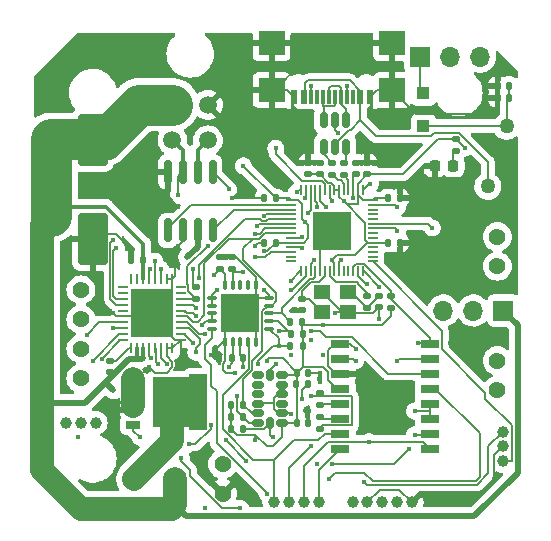
<source format=gbr>
%TF.GenerationSoftware,KiCad,Pcbnew,(6.0.7)*%
%TF.CreationDate,2022-09-21T17:16:33+02:00*%
%TF.ProjectId,CANpaca-EB-schematics,43414e70-6163-4612-9d45-422d73636865,rev?*%
%TF.SameCoordinates,Original*%
%TF.FileFunction,Copper,L1,Top*%
%TF.FilePolarity,Positive*%
%FSLAX46Y46*%
G04 Gerber Fmt 4.6, Leading zero omitted, Abs format (unit mm)*
G04 Created by KiCad (PCBNEW (6.0.7)) date 2022-09-21 17:16:33*
%MOMM*%
%LPD*%
G01*
G04 APERTURE LIST*
G04 Aperture macros list*
%AMRoundRect*
0 Rectangle with rounded corners*
0 $1 Rounding radius*
0 $2 $3 $4 $5 $6 $7 $8 $9 X,Y pos of 4 corners*
0 Add a 4 corners polygon primitive as box body*
4,1,4,$2,$3,$4,$5,$6,$7,$8,$9,$2,$3,0*
0 Add four circle primitives for the rounded corners*
1,1,$1+$1,$2,$3*
1,1,$1+$1,$4,$5*
1,1,$1+$1,$6,$7*
1,1,$1+$1,$8,$9*
0 Add four rect primitives between the rounded corners*
20,1,$1+$1,$2,$3,$4,$5,0*
20,1,$1+$1,$4,$5,$6,$7,0*
20,1,$1+$1,$6,$7,$8,$9,0*
20,1,$1+$1,$8,$9,$2,$3,0*%
%AMFreePoly0*
4,1,9,2.975000,-2.350000,1.425000,-2.350000,1.425000,-2.100000,-1.650000,-2.100000,-1.650000,2.100000,1.425000,2.100000,1.425000,2.350000,2.975000,2.350000,2.975000,-2.350000,2.975000,-2.350000,$1*%
G04 Aperture macros list end*
%TA.AperFunction,SMDPad,CuDef*%
%ADD10R,1.400000X1.200000*%
%TD*%
%TA.AperFunction,SMDPad,CuDef*%
%ADD11RoundRect,0.150000X0.325000X0.150000X-0.325000X0.150000X-0.325000X-0.150000X0.325000X-0.150000X0*%
%TD*%
%TA.AperFunction,SMDPad,CuDef*%
%ADD12RoundRect,0.150000X0.150000X0.325000X-0.150000X0.325000X-0.150000X-0.325000X0.150000X-0.325000X0*%
%TD*%
%TA.AperFunction,SMDPad,CuDef*%
%ADD13RoundRect,0.050000X-0.387500X-0.050000X0.387500X-0.050000X0.387500X0.050000X-0.387500X0.050000X0*%
%TD*%
%TA.AperFunction,SMDPad,CuDef*%
%ADD14RoundRect,0.050000X-0.050000X-0.387500X0.050000X-0.387500X0.050000X0.387500X-0.050000X0.387500X0*%
%TD*%
%TA.AperFunction,SMDPad,CuDef*%
%ADD15R,3.200000X3.200000*%
%TD*%
%TA.AperFunction,SMDPad,CuDef*%
%ADD16RoundRect,0.075000X-0.337500X-0.075000X0.337500X-0.075000X0.337500X0.075000X-0.337500X0.075000X0*%
%TD*%
%TA.AperFunction,SMDPad,CuDef*%
%ADD17RoundRect,0.075000X-0.075000X-0.337500X0.075000X-0.337500X0.075000X0.337500X-0.075000X0.337500X0*%
%TD*%
%TA.AperFunction,SMDPad,CuDef*%
%ADD18R,3.250000X3.250000*%
%TD*%
%TA.AperFunction,SMDPad,CuDef*%
%ADD19RoundRect,0.150000X-0.150000X0.512500X-0.150000X-0.512500X0.150000X-0.512500X0.150000X0.512500X0*%
%TD*%
%TA.AperFunction,SMDPad,CuDef*%
%ADD20RoundRect,0.062500X0.362500X0.062500X-0.362500X0.062500X-0.362500X-0.062500X0.362500X-0.062500X0*%
%TD*%
%TA.AperFunction,SMDPad,CuDef*%
%ADD21RoundRect,0.062500X0.062500X0.362500X-0.062500X0.362500X-0.062500X-0.362500X0.062500X-0.362500X0*%
%TD*%
%TA.AperFunction,SMDPad,CuDef*%
%ADD22R,3.600000X4.100000*%
%TD*%
%TA.AperFunction,SMDPad,CuDef*%
%ADD23RoundRect,0.150000X0.150000X-0.825000X0.150000X0.825000X-0.150000X0.825000X-0.150000X-0.825000X0*%
%TD*%
%TA.AperFunction,SMDPad,CuDef*%
%ADD24R,1.600000X0.760000*%
%TD*%
%TA.AperFunction,SMDPad,CuDef*%
%ADD25RoundRect,0.135000X0.135000X0.185000X-0.135000X0.185000X-0.135000X-0.185000X0.135000X-0.185000X0*%
%TD*%
%TA.AperFunction,SMDPad,CuDef*%
%ADD26RoundRect,0.135000X-0.185000X0.135000X-0.185000X-0.135000X0.185000X-0.135000X0.185000X0.135000X0*%
%TD*%
%TA.AperFunction,SMDPad,CuDef*%
%ADD27RoundRect,0.135000X0.185000X-0.135000X0.185000X0.135000X-0.185000X0.135000X-0.185000X-0.135000X0*%
%TD*%
%TA.AperFunction,SMDPad,CuDef*%
%ADD28RoundRect,0.135000X-0.135000X-0.185000X0.135000X-0.185000X0.135000X0.185000X-0.135000X0.185000X0*%
%TD*%
%TA.AperFunction,SMDPad,CuDef*%
%ADD29R,1.150000X0.700000*%
%TD*%
%TA.AperFunction,SMDPad,CuDef*%
%ADD30FreePoly0,0.000000*%
%TD*%
%TA.AperFunction,ComponentPad*%
%ADD31C,1.425000*%
%TD*%
%TA.AperFunction,ComponentPad*%
%ADD32C,1.000000*%
%TD*%
%TA.AperFunction,ComponentPad*%
%ADD33R,1.700000X1.700000*%
%TD*%
%TA.AperFunction,ComponentPad*%
%ADD34O,1.700000X1.700000*%
%TD*%
%TA.AperFunction,SMDPad,CuDef*%
%ADD35R,0.600000X1.150000*%
%TD*%
%TA.AperFunction,SMDPad,CuDef*%
%ADD36R,0.300000X1.150000*%
%TD*%
%TA.AperFunction,SMDPad,CuDef*%
%ADD37R,2.180000X2.000000*%
%TD*%
%TA.AperFunction,ComponentPad*%
%ADD38RoundRect,0.250001X-0.499999X-0.499999X0.499999X-0.499999X0.499999X0.499999X-0.499999X0.499999X0*%
%TD*%
%TA.AperFunction,ComponentPad*%
%ADD39C,1.500000*%
%TD*%
%TA.AperFunction,ComponentPad*%
%ADD40C,2.000000*%
%TD*%
%TA.AperFunction,ComponentPad*%
%ADD41C,1.270000*%
%TD*%
%TA.AperFunction,SMDPad,CuDef*%
%ADD42RoundRect,0.218750X-0.218750X-0.256250X0.218750X-0.256250X0.218750X0.256250X-0.218750X0.256250X0*%
%TD*%
%TA.AperFunction,SMDPad,CuDef*%
%ADD43R,1.100000X1.100000*%
%TD*%
%TA.AperFunction,SMDPad,CuDef*%
%ADD44RoundRect,0.140000X0.140000X0.170000X-0.140000X0.170000X-0.140000X-0.170000X0.140000X-0.170000X0*%
%TD*%
%TA.AperFunction,SMDPad,CuDef*%
%ADD45RoundRect,0.140000X-0.140000X-0.170000X0.140000X-0.170000X0.140000X0.170000X-0.140000X0.170000X0*%
%TD*%
%TA.AperFunction,SMDPad,CuDef*%
%ADD46RoundRect,0.140000X0.170000X-0.140000X0.170000X0.140000X-0.170000X0.140000X-0.170000X-0.140000X0*%
%TD*%
%TA.AperFunction,SMDPad,CuDef*%
%ADD47RoundRect,0.140000X-0.170000X0.140000X-0.170000X-0.140000X0.170000X-0.140000X0.170000X0.140000X0*%
%TD*%
%TA.AperFunction,SMDPad,CuDef*%
%ADD48RoundRect,0.250000X-1.000000X1.950000X-1.000000X-1.950000X1.000000X-1.950000X1.000000X1.950000X0*%
%TD*%
%TA.AperFunction,ViaPad*%
%ADD49C,0.400000*%
%TD*%
%TA.AperFunction,ViaPad*%
%ADD50C,0.508000*%
%TD*%
%TA.AperFunction,Conductor*%
%ADD51C,0.127000*%
%TD*%
%TA.AperFunction,Conductor*%
%ADD52C,0.500000*%
%TD*%
%TA.AperFunction,Conductor*%
%ADD53C,0.152400*%
%TD*%
%TA.AperFunction,Conductor*%
%ADD54C,0.520000*%
%TD*%
%TA.AperFunction,Conductor*%
%ADD55C,0.350000*%
%TD*%
%TA.AperFunction,Conductor*%
%ADD56C,2.000000*%
%TD*%
%TA.AperFunction,Conductor*%
%ADD57C,3.500000*%
%TD*%
G04 APERTURE END LIST*
D10*
%TO.P,Y1,1,1*%
%TO.N,Net-(C47-Pad2)*%
X98400000Y-58100000D03*
%TO.P,Y1,2,2*%
%TO.N,GND*%
X100600000Y-58100000D03*
%TO.P,Y1,3,3*%
%TO.N,Net-(C48-Pad2)*%
X100600000Y-56400000D03*
%TO.P,Y1,4,4*%
%TO.N,GND*%
X98400000Y-56400000D03*
%TD*%
D11*
%TO.P,U11,1,Vdd_I/O*%
%TO.N,3V3*%
X95000000Y-67500000D03*
%TO.P,U11,2,GND*%
%TO.N,GND*%
X95000000Y-66700000D03*
%TO.P,U11,3,RES*%
%TO.N,unconnected-(U11-Pad3)*%
X95000000Y-65900000D03*
%TO.P,U11,4,GND*%
%TO.N,GND*%
X95000000Y-65100000D03*
%TO.P,U11,5,GND*%
X95000000Y-64300000D03*
%TO.P,U11,6,Vs*%
%TO.N,3V3*%
X95000000Y-63500000D03*
D12*
%TO.P,U11,7,~{CS}*%
%TO.N,CS_ADXL*%
X94000000Y-63500000D03*
D11*
%TO.P,U11,8,INT1*%
%TO.N,unconnected-(U11-Pad8)*%
X93000000Y-63500000D03*
%TO.P,U11,9,INT2*%
%TO.N,unconnected-(U11-Pad9)*%
X93000000Y-64300000D03*
%TO.P,U11,10,NC*%
%TO.N,unconnected-(U11-Pad10)*%
X93000000Y-65100000D03*
%TO.P,U11,11,RES*%
%TO.N,GND*%
X93000000Y-65900000D03*
%TO.P,U11,12,SDO/ADDR*%
%TO.N,MISO*%
X93000000Y-66700000D03*
%TO.P,U11,13,SDA/SDI/SDIO*%
%TO.N,MOSI_2*%
X93000000Y-67500000D03*
D12*
%TO.P,U11,14,SCL/SCLK*%
%TO.N,SCK*%
X94000000Y-67500000D03*
%TD*%
D13*
%TO.P,U10,1,IOVDD*%
%TO.N,3V3*%
X95812500Y-48650000D03*
%TO.P,U10,2,GPIO0*%
%TO.N,CAN_TX*%
X95812500Y-49050000D03*
%TO.P,U10,3,GPIO1*%
%TO.N,CAN_RX*%
X95812500Y-49450000D03*
%TO.P,U10,4,GPIO2*%
%TO.N,EN_E*%
X95812500Y-49850000D03*
%TO.P,U10,5,GPIO3*%
%TO.N,DIR_E*%
X95812500Y-50250000D03*
%TO.P,U10,6,GPIO4*%
%TO.N,STEP_E*%
X95812500Y-50650000D03*
%TO.P,U10,7,GPIO5*%
%TO.N,DIAG1_E*%
X95812500Y-51050000D03*
%TO.P,U10,8,GPIO6*%
%TO.N,MISO*%
X95812500Y-51450000D03*
%TO.P,U10,9,GPIO7*%
%TO.N,MOSI*%
X95812500Y-51850000D03*
%TO.P,U10,10,IOVDD*%
%TO.N,3V3*%
X95812500Y-52250000D03*
%TO.P,U10,11,GPIO8*%
%TO.N,SCK*%
X95812500Y-52650000D03*
%TO.P,U10,12,GPIO9*%
%TO.N,CS_E*%
X95812500Y-53050000D03*
%TO.P,U10,13,GPIO10*%
%TO.N,unconnected-(U10-Pad13)*%
X95812500Y-53450000D03*
%TO.P,U10,14,GPIO11*%
%TO.N,unconnected-(U10-Pad14)*%
X95812500Y-53850000D03*
D14*
%TO.P,U10,15,GPIO12*%
%TO.N,PROBE*%
X96650000Y-54687500D03*
%TO.P,U10,16,GPIO13*%
%TO.N,SERVO*%
X97050000Y-54687500D03*
%TO.P,U10,17,GPIO14*%
%TO.N,HOT_0*%
X97450000Y-54687500D03*
%TO.P,U10,18,GPIO15*%
%TO.N,CS_MAX*%
X97850000Y-54687500D03*
%TO.P,U10,19,TESTEN*%
%TO.N,GND*%
X98250000Y-54687500D03*
%TO.P,U10,20,XIN*%
%TO.N,Net-(C47-Pad2)*%
X98650000Y-54687500D03*
%TO.P,U10,21,XOUT*%
%TO.N,Net-(R28-Pad2)*%
X99050000Y-54687500D03*
%TO.P,U10,22,IOVDD*%
%TO.N,3V3*%
X99450000Y-54687500D03*
%TO.P,U10,23,DVDD*%
%TO.N,1V1*%
X99850000Y-54687500D03*
%TO.P,U10,24,SWCLK*%
%TO.N,SWCLK*%
X100250000Y-54687500D03*
%TO.P,U10,25,SWD*%
%TO.N,SWDIO*%
X100650000Y-54687500D03*
%TO.P,U10,26,RUN*%
%TO.N,RUN*%
X101050000Y-54687500D03*
%TO.P,U10,27,GPIO16*%
%TO.N,CS_ADXL*%
X101450000Y-54687500D03*
%TO.P,U10,28,GPIO17*%
%TO.N,RGB*%
X101850000Y-54687500D03*
D13*
%TO.P,U10,29,GPIO18*%
%TO.N,RUNOUT*%
X102687500Y-53850000D03*
%TO.P,U10,30,GPIO19*%
%TO.N,unconnected-(U10-Pad30)*%
X102687500Y-53450000D03*
%TO.P,U10,31,GPIO20*%
%TO.N,unconnected-(U10-Pad31)*%
X102687500Y-53050000D03*
%TO.P,U10,32,GPIO21*%
%TO.N,unconnected-(U10-Pad32)*%
X102687500Y-52650000D03*
%TO.P,U10,33,IOVDD*%
%TO.N,3V3*%
X102687500Y-52250000D03*
%TO.P,U10,34,GPIO22*%
%TO.N,unconnected-(U10-Pad34)*%
X102687500Y-51850000D03*
%TO.P,U10,35,GPIO23*%
%TO.N,unconnected-(U10-Pad35)*%
X102687500Y-51450000D03*
%TO.P,U10,36,GPIO24*%
%TO.N,FAN_0*%
X102687500Y-51050000D03*
%TO.P,U10,37,GPIO25*%
%TO.N,FAN_1*%
X102687500Y-50650000D03*
%TO.P,U10,38,GPIO26_ADC0*%
%TO.N,unconnected-(U10-Pad38)*%
X102687500Y-50250000D03*
%TO.P,U10,39,GPIO27_ADC1*%
%TO.N,unconnected-(U10-Pad39)*%
X102687500Y-49850000D03*
%TO.P,U10,40,GPIO28_ADC2*%
%TO.N,unconnected-(U10-Pad40)*%
X102687500Y-49450000D03*
%TO.P,U10,41,GPIO29_ADC3*%
%TO.N,TH_0*%
X102687500Y-49050000D03*
%TO.P,U10,42,IOVDD*%
%TO.N,3V3*%
X102687500Y-48650000D03*
D14*
%TO.P,U10,43,ADC_AVDD*%
%TO.N,AVDD*%
X101850000Y-47812500D03*
%TO.P,U10,44,VREG_IN*%
%TO.N,3V3*%
X101450000Y-47812500D03*
%TO.P,U10,45,VREG_VOUT*%
%TO.N,1V1*%
X101050000Y-47812500D03*
%TO.P,U10,46,USB_DM*%
%TO.N,USB_N*%
X100650000Y-47812500D03*
%TO.P,U10,47,USB_DP*%
%TO.N,USB_P*%
X100250000Y-47812500D03*
%TO.P,U10,48,USB_VDD*%
%TO.N,3V3*%
X99850000Y-47812500D03*
%TO.P,U10,49,IOVDD*%
X99450000Y-47812500D03*
%TO.P,U10,50,DVDD*%
%TO.N,1V1*%
X99050000Y-47812500D03*
%TO.P,U10,51,QSPI_SD3*%
%TO.N,QSPI_SD3*%
X98650000Y-47812500D03*
%TO.P,U10,52,QSPI_SCLK*%
%TO.N,QSPI_SCLK*%
X98250000Y-47812500D03*
%TO.P,U10,53,QSPI_SD0*%
%TO.N,QSPI_SD0*%
X97850000Y-47812500D03*
%TO.P,U10,54,QSPI_SD2*%
%TO.N,QSPI_SD2*%
X97450000Y-47812500D03*
%TO.P,U10,55,QSPI_SD1*%
%TO.N,QSPI_SD1*%
X97050000Y-47812500D03*
%TO.P,U10,56,QSPI_SS*%
%TO.N,QSPI_SS*%
X96650000Y-47812500D03*
D15*
%TO.P,U10,57,GND*%
%TO.N,GND*%
X99250000Y-51250000D03*
%TD*%
D16*
%TO.P,U8,1,BIAS*%
%TO.N,Net-(R26-Pad2)*%
X89062500Y-56950000D03*
%TO.P,U8,2,REFIN+*%
X89062500Y-57600000D03*
%TO.P,U8,3,REFIN-*%
%TO.N,ISENSOR*%
X89062500Y-58250000D03*
%TO.P,U8,4,ISENSOR*%
X89062500Y-58900000D03*
%TO.P,U8,5,FORCE+*%
%TO.N,FORCE_P*%
X89062500Y-59550000D03*
D17*
%TO.P,U8,6,FORCE2*%
%TO.N,GND*%
X90200000Y-60687500D03*
%TO.P,U8,7,RTDIN+*%
%TO.N,RTDIN_P*%
X90850000Y-60687500D03*
%TO.P,U8,8,RTDIN-*%
%TO.N,RTDIN_N*%
X91500000Y-60687500D03*
%TO.P,U8,9,FORCE-*%
%TO.N,FORCE_N*%
X92150000Y-60687500D03*
%TO.P,U8,10,GND*%
%TO.N,GND*%
X92800000Y-60687500D03*
D16*
%TO.P,U8,11,SDI*%
%TO.N,MOSI*%
X93937500Y-59550000D03*
%TO.P,U8,12,SCLK*%
%TO.N,SCK*%
X93937500Y-58900000D03*
%TO.P,U8,13,~{CS}*%
%TO.N,CS_MAX*%
X93937500Y-58250000D03*
%TO.P,U8,14,SDO*%
%TO.N,MISO*%
X93937500Y-57600000D03*
%TO.P,U8,15,DGND*%
%TO.N,GND*%
X93937500Y-56950000D03*
D17*
%TO.P,U8,16,GND*%
X92800000Y-55812500D03*
%TO.P,U8,17,NC*%
%TO.N,unconnected-(U8-Pad17)*%
X92150000Y-55812500D03*
%TO.P,U8,18,~{DRDY}*%
%TO.N,unconnected-(U8-Pad18)*%
X91500000Y-55812500D03*
%TO.P,U8,19,DVDD*%
%TO.N,3V3*%
X90850000Y-55812500D03*
%TO.P,U8,20,VDD*%
%TO.N,Net-(C46-Pad2)*%
X90200000Y-55812500D03*
D18*
%TO.P,U8,21,GND*%
%TO.N,GND*%
X91500000Y-58250000D03*
%TD*%
D19*
%TO.P,U7,1,I/O1*%
%TO.N,DN*%
X100450000Y-41862500D03*
%TO.P,U7,2,GND*%
%TO.N,GND*%
X99500000Y-41862500D03*
%TO.P,U7,3,I/O2*%
%TO.N,DP*%
X98550000Y-41862500D03*
%TO.P,U7,4,I/O2*%
%TO.N,Net-(R23-Pad1)*%
X98550000Y-44137500D03*
%TO.P,U7,5,VBUS*%
%TO.N,VBUS*%
X99500000Y-44137500D03*
%TO.P,U7,6,I/O1*%
%TO.N,Net-(R18-Pad2)*%
X100450000Y-44137500D03*
%TD*%
D20*
%TO.P,U3,1,CLK*%
%TO.N,GND*%
X86450000Y-60500000D03*
%TO.P,U3,2,~{CS}_CFG3*%
%TO.N,CS_E*%
X86450000Y-60000000D03*
%TO.P,U3,3,SCK_CFG2*%
%TO.N,SCK*%
X86450000Y-59500000D03*
%TO.P,U3,4,SDI_CFG1*%
%TO.N,MOSI*%
X86450000Y-59000000D03*
%TO.P,U3,5,SDO_CFG0*%
%TO.N,MISO*%
X86450000Y-58500000D03*
%TO.P,U3,6,STEP*%
%TO.N,STEP_E*%
X86450000Y-58000000D03*
%TO.P,U3,7,DIR*%
%TO.N,DIR_E*%
X86450000Y-57500000D03*
%TO.P,U3,8,VCC_IO*%
%TO.N,3V3*%
X86450000Y-57000000D03*
%TO.P,U3,9,DNC*%
%TO.N,unconnected-(U3-Pad9)*%
X86450000Y-56500000D03*
%TO.P,U3,10,SPI_MODE*%
%TO.N,unconnected-(U3-Pad10)*%
X86450000Y-56000000D03*
D21*
%TO.P,U3,11,NC*%
%TO.N,GND*%
X85750000Y-55300000D03*
%TO.P,U3,12,GNDP*%
X85250000Y-55300000D03*
%TO.P,U3,13,OB1*%
%TO.N,Net-(J8-Pad3)*%
X84750000Y-55300000D03*
%TO.P,U3,14,BRB*%
%TO.N,Net-(C17-Pad1)*%
X84250000Y-55300000D03*
%TO.P,U3,15,OB2*%
%TO.N,Net-(J8-Pad4)*%
X83750000Y-55300000D03*
%TO.P,U3,16,VS*%
%TO.N,DC_IN*%
X83250000Y-55300000D03*
%TO.P,U3,17,DCO*%
%TO.N,unconnected-(U3-Pad17)*%
X82750000Y-55300000D03*
%TO.P,U3,18,DCEN_CFG4*%
%TO.N,unconnected-(U3-Pad18)*%
X82250000Y-55300000D03*
D20*
%TO.P,U3,19,DCIN_CFG5*%
%TO.N,unconnected-(U3-Pad19)*%
X81550000Y-56000000D03*
%TO.P,U3,20,DIAG0*%
%TO.N,unconnected-(U3-Pad20)*%
X81550000Y-56500000D03*
%TO.P,U3,21,DIAG1*%
%TO.N,DIAG1_E*%
X81550000Y-57000000D03*
%TO.P,U3,22,~{DRV_EN}_CFG6*%
%TO.N,EN_E*%
X81550000Y-57500000D03*
%TO.P,U3,23,AIN_IREF*%
%TO.N,unconnected-(U3-Pad23)*%
X81550000Y-58000000D03*
%TO.P,U3,24,GNDA*%
%TO.N,GND*%
X81550000Y-58500000D03*
%TO.P,U3,25,5VOUT*%
%TO.N,Net-(C11-Pad2)*%
X81550000Y-59000000D03*
%TO.P,U3,26,VCC*%
%TO.N,Net-(C10-Pad2)*%
X81550000Y-59500000D03*
%TO.P,U3,27,CPO*%
%TO.N,Net-(C7-Pad1)*%
X81550000Y-60000000D03*
%TO.P,U3,28,CPI*%
%TO.N,Net-(C7-Pad2)*%
X81550000Y-60500000D03*
D21*
%TO.P,U3,29,VCP*%
%TO.N,Net-(C6-Pad2)*%
X82250000Y-61200000D03*
%TO.P,U3,30,VSA*%
%TO.N,DC_IN*%
X82750000Y-61200000D03*
%TO.P,U3,31,VS*%
X83250000Y-61200000D03*
%TO.P,U3,32,OA2*%
%TO.N,MOTOR_A2*%
X83750000Y-61200000D03*
%TO.P,U3,33,BRA*%
%TO.N,Net-(C16-Pad1)*%
X84250000Y-61200000D03*
%TO.P,U3,34,OA1*%
%TO.N,MOTOR_A1*%
X84750000Y-61200000D03*
%TO.P,U3,35,GNDP*%
%TO.N,GND*%
X85250000Y-61200000D03*
%TO.P,U3,36,TST_MODE*%
X85750000Y-61200000D03*
D22*
%TO.P,U3,37,EP*%
X84000000Y-58250000D03*
%TD*%
D23*
%TO.P,U1,1,TXD*%
%TO.N,CAN_TX*%
X85345000Y-51225000D03*
%TO.P,U1,2,GND*%
%TO.N,GND*%
X86615000Y-51225000D03*
%TO.P,U1,3,VCC*%
%TO.N,5V*%
X87885000Y-51225000D03*
%TO.P,U1,4,RXD*%
%TO.N,CAN_RX*%
X89155000Y-51225000D03*
%TO.P,U1,5,VREF*%
%TO.N,Net-(C2-Pad2)*%
X89155000Y-46275000D03*
%TO.P,U1,6,CANL*%
%TO.N,CAN_N*%
X87885000Y-46275000D03*
%TO.P,U1,7,CANH*%
%TO.N,CAN_P*%
X86615000Y-46275000D03*
%TO.P,U1,8,S*%
%TO.N,GND*%
X85345000Y-46275000D03*
%TD*%
D24*
%TO.P,SW1,1*%
%TO.N,GND*%
X99940000Y-60805000D03*
%TO.P,SW1,2*%
%TO.N,CAN_OUT*%
X99940000Y-62075000D03*
%TO.P,SW1,3*%
%TO.N,GND*%
X99940000Y-63345000D03*
%TO.P,SW1,4*%
%TO.N,3V3*%
X99940000Y-64615000D03*
%TO.P,SW1,5*%
%TO.N,4300R*%
X99940000Y-65885000D03*
%TO.P,SW1,6*%
%TO.N,430R*%
X99940000Y-67155000D03*
%TO.P,SW1,7*%
%TO.N,FORCE_N*%
X99940000Y-68425000D03*
%TO.P,SW1,8*%
%TO.N,FORCE_P*%
X99940000Y-69695000D03*
%TO.P,SW1,9*%
%TO.N,RTDIN_P*%
X107560000Y-69695000D03*
%TO.P,SW1,10*%
%TO.N,RTDIN_N*%
X107560000Y-68425000D03*
%TO.P,SW1,11*%
%TO.N,ISENSOR*%
X107560000Y-67155000D03*
%TO.P,SW1,12*%
X107560000Y-65885000D03*
%TO.P,SW1,13*%
%TO.N,THO_IN*%
X107560000Y-64615000D03*
%TO.P,SW1,14*%
%TO.N,BOOT_IN*%
X107560000Y-63345000D03*
%TO.P,SW1,15*%
%TO.N,CAN_P*%
X107560000Y-62075000D03*
%TO.P,SW1,16*%
%TO.N,RUN*%
X107560000Y-60805000D03*
%TD*%
D25*
%TO.P,R35,1*%
%TO.N,CS_ADXL*%
X97260000Y-64250000D03*
%TO.P,R35,2*%
%TO.N,3V3*%
X96240000Y-64250000D03*
%TD*%
%TO.P,R34,1*%
%TO.N,MISO*%
X91760000Y-66000000D03*
%TO.P,R34,2*%
%TO.N,3V3*%
X90740000Y-66000000D03*
%TD*%
%TO.P,R32,1*%
%TO.N,SCK*%
X91760000Y-68000000D03*
%TO.P,R32,2*%
%TO.N,3V3*%
X90740000Y-68000000D03*
%TD*%
%TO.P,R31,1*%
%TO.N,MOSI_2*%
X91760000Y-67000000D03*
%TO.P,R31,2*%
%TO.N,3V3*%
X90740000Y-67000000D03*
%TD*%
D26*
%TO.P,R29,1*%
%TO.N,RUN*%
X104250000Y-56750000D03*
%TO.P,R29,2*%
%TO.N,3V3*%
X104250000Y-57770000D03*
%TD*%
D27*
%TO.P,R28,1*%
%TO.N,Net-(C48-Pad2)*%
X102250000Y-57760000D03*
%TO.P,R28,2*%
%TO.N,Net-(R28-Pad2)*%
X102250000Y-56740000D03*
%TD*%
%TO.P,R27,1*%
%TO.N,4300R*%
X98250000Y-66020000D03*
%TO.P,R27,2*%
%TO.N,Net-(R26-Pad2)*%
X98250000Y-65000000D03*
%TD*%
D26*
%TO.P,R26,1*%
%TO.N,430R*%
X98250000Y-66980000D03*
%TO.P,R26,2*%
%TO.N,Net-(R26-Pad2)*%
X98250000Y-68000000D03*
%TD*%
D28*
%TO.P,R25,1*%
%TO.N,MOSI*%
X95740000Y-61000000D03*
%TO.P,R25,2*%
%TO.N,3V3*%
X96760000Y-61000000D03*
%TD*%
%TO.P,R24,1*%
%TO.N,CS_MAX*%
X95730000Y-59000000D03*
%TO.P,R24,2*%
%TO.N,3V3*%
X96750000Y-59000000D03*
%TD*%
D26*
%TO.P,R23,1*%
%TO.N,Net-(R23-Pad1)*%
X99250000Y-45490000D03*
%TO.P,R23,2*%
%TO.N,USB_P*%
X99250000Y-46510000D03*
%TD*%
%TO.P,R22,1*%
%TO.N,3V3*%
X109750000Y-43490000D03*
%TO.P,R22,2*%
%TO.N,Net-(D6-Pad2)*%
X109750000Y-44510000D03*
%TD*%
D28*
%TO.P,R21,1*%
%TO.N,SCK*%
X95750000Y-60000000D03*
%TO.P,R21,2*%
%TO.N,3V3*%
X96770000Y-60000000D03*
%TD*%
D27*
%TO.P,R18,1*%
%TO.N,USB_N*%
X100250000Y-46510000D03*
%TO.P,R18,2*%
%TO.N,Net-(R18-Pad2)*%
X100250000Y-45490000D03*
%TD*%
D29*
%TO.P,Q3,1,S*%
%TO.N,GND*%
X82415000Y-63840000D03*
%TO.P,Q3,2,S*%
X82415000Y-65110000D03*
%TO.P,Q3,3,S*%
X82415000Y-66390000D03*
%TO.P,Q3,4,G*%
%TO.N,Net-(Q3-Pad4)*%
X82415000Y-67660000D03*
D30*
%TO.P,Q3,5,D*%
%TO.N,Net-(J6-Pad1)*%
X85685000Y-65750000D03*
%TD*%
D31*
%TO.P,J17,1,1*%
%TO.N,GND*%
X90000000Y-73500000D03*
%TO.P,J17,2,2*%
%TO.N,Net-(J17-Pad2)*%
X90000000Y-71000000D03*
%TD*%
D32*
%TO.P,J16,1,1*%
%TO.N,3V3*%
X113750000Y-68250000D03*
%TO.P,J16,2,2*%
%TO.N,GND*%
X113750000Y-69500000D03*
%TO.P,J16,3,3*%
%TO.N,RUNOUT*%
X113750000Y-70750000D03*
%TD*%
%TO.P,J14,1,1*%
%TO.N,GND*%
X106000000Y-74250000D03*
%TO.P,J14,2,2*%
%TO.N,5V*%
X104750000Y-74250000D03*
%TO.P,J14,3,3*%
%TO.N,SERVO*%
X103500000Y-74250000D03*
%TO.P,J14,4,4*%
%TO.N,GND*%
X102250000Y-74250000D03*
%TO.P,J14,5,5*%
%TO.N,PROBE*%
X101000000Y-74250000D03*
%TD*%
%TO.P,J13,3,3*%
%TO.N,RGB*%
X76750000Y-67500000D03*
%TO.P,J13,2,2*%
%TO.N,GND*%
X78000000Y-67500000D03*
%TO.P,J13,1,1*%
%TO.N,5V*%
X79250000Y-67500000D03*
%TD*%
%TO.P,J12,1,1*%
%TO.N,FORCE_P*%
X98125000Y-74250000D03*
%TO.P,J12,2,2*%
%TO.N,RTDIN_P*%
X96875000Y-74250000D03*
%TO.P,J12,3,3*%
%TO.N,RTDIN_N*%
X95625000Y-74250000D03*
%TO.P,J12,4,4*%
%TO.N,FORCE_N*%
X94375000Y-74250000D03*
%TD*%
D33*
%TO.P,J11,1,Pin_1*%
%TO.N,USB_5V*%
X106725000Y-36500000D03*
D34*
%TO.P,J11,2,Pin_2*%
%TO.N,5V*%
X109265000Y-36500000D03*
%TO.P,J11,3,Pin_3*%
%TO.N,DC_5V*%
X111805000Y-36500000D03*
%TD*%
D35*
%TO.P,J9,A1/B12,GND*%
%TO.N,GND*%
X102450000Y-39887500D03*
%TO.P,J9,A4/B9,VBUS*%
%TO.N,VBUS*%
X101650000Y-39887500D03*
%TO.P,J9,B4/A9,VBUS*%
X96850000Y-39887500D03*
%TO.P,J9,B1/A12,GND*%
%TO.N,GND*%
X96050000Y-39887500D03*
D36*
%TO.P,J9,B8,SBU2*%
%TO.N,unconnected-(J9-PadB8)*%
X101000000Y-39887500D03*
%TO.P,J9,B5,CC2*%
%TO.N,Net-(J9-PadB5)*%
X97500000Y-39887500D03*
%TO.P,J9,A5,CC1*%
%TO.N,Net-(J9-PadA5)*%
X100500000Y-39887500D03*
%TO.P,J9,A8,SBU1*%
%TO.N,unconnected-(J9-PadA8)*%
X98000000Y-39887500D03*
%TO.P,J9,B7,DN2*%
%TO.N,DN*%
X100000000Y-39887500D03*
%TO.P,J9,B6,DP2*%
%TO.N,DP*%
X98500000Y-39887500D03*
%TO.P,J9,A6,DP1*%
X99500000Y-39887500D03*
%TO.P,J9,A7,DN1*%
%TO.N,DN*%
X99000000Y-39887500D03*
D37*
%TO.P,J9,S1,GND*%
%TO.N,GND*%
X104360000Y-39312500D03*
%TO.P,J9,S2,GND*%
X94140000Y-39312500D03*
%TO.P,J9,S3,GND*%
X104360000Y-35382500D03*
%TO.P,J9,S4,GND*%
X94140000Y-35382500D03*
%TD*%
D31*
%TO.P,J8,4,4*%
%TO.N,Net-(J8-Pad4)*%
X78000000Y-63750000D03*
%TO.P,J8,3,3*%
%TO.N,Net-(J8-Pad3)*%
X78000000Y-61250000D03*
%TO.P,J8,2,2*%
%TO.N,MOTOR_A1*%
X78000000Y-58750000D03*
%TO.P,J8,1,1*%
%TO.N,MOTOR_A2*%
X78000000Y-56250000D03*
%TD*%
D38*
%TO.P,J7,1,Pin_1*%
%TO.N,DC_IN*%
X85750000Y-40585000D03*
D39*
%TO.P,J7,2,Pin_2*%
%TO.N,GND*%
X88750000Y-40585000D03*
%TO.P,J7,3,Pin_3*%
%TO.N,CAN_P*%
X85750000Y-43585000D03*
%TO.P,J7,4,Pin_4*%
%TO.N,CAN_N*%
X88750000Y-43585000D03*
%TD*%
D40*
%TO.P,J6,1,Pin_1*%
%TO.N,Net-(J6-Pad1)*%
X82500000Y-72250000D03*
%TO.P,J6,2,Pin_2*%
%TO.N,DC_IN*%
X86000000Y-72250000D03*
%TD*%
D31*
%TO.P,J5,1,1*%
%TO.N,Net-(C15-Pad2)*%
X113250000Y-51750000D03*
%TO.P,J5,2,2*%
%TO.N,Net-(D3-Pad2)*%
X113250000Y-54250000D03*
%TD*%
D33*
%TO.P,J4,1,Pin_1*%
%TO.N,DC_IN*%
X113775000Y-58000000D03*
D34*
%TO.P,J4,2,Pin_2*%
%TO.N,Net-(C15-Pad2)*%
X111235000Y-58000000D03*
%TO.P,J4,3,Pin_3*%
%TO.N,5V*%
X108695000Y-58000000D03*
%TD*%
D31*
%TO.P,J2,1,1*%
%TO.N,Net-(C15-Pad2)*%
X113250000Y-62250000D03*
%TO.P,J2,2,2*%
%TO.N,Net-(D1-Pad2)*%
X113250000Y-64750000D03*
%TD*%
D41*
%TO.P,F1,1*%
%TO.N,VBUS*%
X112450000Y-47500000D03*
%TO.P,F1,2*%
%TO.N,Net-(C20-Pad2)*%
X114050000Y-42400000D03*
%TD*%
D42*
%TO.P,D6,1,K*%
%TO.N,GND*%
X107962500Y-45750000D03*
%TO.P,D6,2,A*%
%TO.N,Net-(D6-Pad2)*%
X109537500Y-45750000D03*
%TD*%
D43*
%TO.P,D5,1,K*%
%TO.N,USB_5V*%
X107000000Y-39600000D03*
%TO.P,D5,2,A*%
%TO.N,Net-(C20-Pad2)*%
X107000000Y-42400000D03*
%TD*%
D44*
%TO.P,C54,1*%
%TO.N,GND*%
X97230000Y-67500000D03*
%TO.P,C54,2*%
%TO.N,3V3*%
X96270000Y-67500000D03*
%TD*%
D45*
%TO.P,C53,1*%
%TO.N,3V3*%
X96290000Y-63250000D03*
%TO.P,C53,2*%
%TO.N,GND*%
X97250000Y-63250000D03*
%TD*%
%TO.P,C49,1*%
%TO.N,RTDIN_P*%
X90770000Y-62000000D03*
%TO.P,C49,2*%
%TO.N,RTDIN_N*%
X91730000Y-62000000D03*
%TD*%
D46*
%TO.P,C48,1*%
%TO.N,GND*%
X103250000Y-57730000D03*
%TO.P,C48,2*%
%TO.N,Net-(C48-Pad2)*%
X103250000Y-56770000D03*
%TD*%
%TO.P,C47,1*%
%TO.N,GND*%
X96750000Y-57980000D03*
%TO.P,C47,2*%
%TO.N,Net-(C47-Pad2)*%
X96750000Y-57020000D03*
%TD*%
D47*
%TO.P,C46,1*%
%TO.N,GND*%
X89750000Y-53500000D03*
%TO.P,C46,2*%
%TO.N,Net-(C46-Pad2)*%
X89750000Y-54460000D03*
%TD*%
D44*
%TO.P,C45,1*%
%TO.N,GND*%
X104980000Y-52250000D03*
%TO.P,C45,2*%
%TO.N,3V3*%
X104020000Y-52250000D03*
%TD*%
%TO.P,C44,1*%
%TO.N,GND*%
X104980000Y-48500000D03*
%TO.P,C44,2*%
%TO.N,3V3*%
X104020000Y-48500000D03*
%TD*%
D47*
%TO.P,C42,1*%
%TO.N,GND*%
X97250000Y-45520000D03*
%TO.P,C42,2*%
%TO.N,3V3*%
X97250000Y-46480000D03*
%TD*%
D45*
%TO.P,C41,1*%
%TO.N,GND*%
X93540000Y-52250000D03*
%TO.P,C41,2*%
%TO.N,3V3*%
X94500000Y-52250000D03*
%TD*%
D47*
%TO.P,C40,1*%
%TO.N,GND*%
X102250000Y-45520000D03*
%TO.P,C40,2*%
%TO.N,3V3*%
X102250000Y-46480000D03*
%TD*%
D45*
%TO.P,C39,1*%
%TO.N,GND*%
X93520000Y-48500000D03*
%TO.P,C39,2*%
%TO.N,3V3*%
X94480000Y-48500000D03*
%TD*%
D47*
%TO.P,C38,1*%
%TO.N,GND*%
X98250000Y-45520000D03*
%TO.P,C38,2*%
%TO.N,3V3*%
X98250000Y-46480000D03*
%TD*%
%TO.P,C35,1*%
%TO.N,GND*%
X101250000Y-45520000D03*
%TO.P,C35,2*%
%TO.N,1V1*%
X101250000Y-46480000D03*
%TD*%
D46*
%TO.P,C34,1*%
%TO.N,3V3*%
X90750000Y-54460000D03*
%TO.P,C34,2*%
%TO.N,GND*%
X90750000Y-53500000D03*
%TD*%
D45*
%TO.P,C22,1*%
%TO.N,GND*%
X113270000Y-40000000D03*
%TO.P,C22,2*%
%TO.N,Net-(C20-Pad2)*%
X114230000Y-40000000D03*
%TD*%
%TO.P,C20,1*%
%TO.N,GND*%
X113270000Y-39000000D03*
%TO.P,C20,2*%
%TO.N,Net-(C20-Pad2)*%
X114230000Y-39000000D03*
%TD*%
%TO.P,C13,1*%
%TO.N,GND*%
X82270000Y-53750000D03*
%TO.P,C13,2*%
%TO.N,DC_IN*%
X83230000Y-53750000D03*
%TD*%
D48*
%TO.P,C12,1*%
%TO.N,DC_IN*%
X79000000Y-43550000D03*
%TO.P,C12,2*%
%TO.N,GND*%
X79000000Y-51950000D03*
%TD*%
D47*
%TO.P,C8,1*%
%TO.N,GND*%
X87750000Y-56040000D03*
%TO.P,C8,2*%
%TO.N,3V3*%
X87750000Y-57000000D03*
%TD*%
D46*
%TO.P,C6,2*%
%TO.N,Net-(C6-Pad2)*%
X80500000Y-62270000D03*
%TO.P,C6,1*%
%TO.N,DC_IN*%
X80500000Y-63230000D03*
%TD*%
D49*
%TO.N,GND*%
X88500000Y-74750000D03*
X90500000Y-41000000D03*
X103250000Y-42000000D03*
X97000000Y-41250000D03*
X108750000Y-74000000D03*
X106500000Y-49750000D03*
X75750000Y-39750000D03*
X81000000Y-47000000D03*
X113000000Y-72250000D03*
X104500000Y-37250000D03*
X97250000Y-44750000D03*
%TO.N,MOTOR_A1*%
X85250000Y-62500000D03*
%TO.N,MOTOR_A2*%
X83899450Y-61991889D03*
%TO.N,Net-(C7-Pad1)*%
X79000000Y-62250000D03*
%TO.N,Net-(C7-Pad2)*%
X79754947Y-62090207D03*
%TO.N,Net-(C11-Pad2)*%
X78475152Y-60067267D03*
%TO.N,GND*%
X80750000Y-58250000D03*
%TO.N,Net-(C10-Pad2)*%
X80750000Y-59500000D03*
%TO.N,GND*%
X92000000Y-70750000D03*
X90250000Y-69000000D03*
X93500000Y-56250000D03*
X103250000Y-58750000D03*
X106250000Y-54500000D03*
X113750000Y-44250000D03*
X112685815Y-41334185D03*
X101750000Y-43500000D03*
X99750000Y-43000000D03*
X94229836Y-37729836D03*
X96750000Y-37000000D03*
X96000000Y-58000000D03*
X98250000Y-63250000D03*
%TO.N,SCK*%
X94250000Y-68750000D03*
%TO.N,GND*%
X95750000Y-66750000D03*
X97250000Y-66750000D03*
X105750000Y-65000000D03*
X104000000Y-64500000D03*
X112750000Y-60250000D03*
X109250000Y-60750000D03*
X101250000Y-61250000D03*
X99500000Y-58250000D03*
X86250000Y-49250000D03*
X90750000Y-48500000D03*
X86250000Y-52500000D03*
X92750000Y-52500000D03*
X86000000Y-53250000D03*
X87500000Y-54500000D03*
X86750000Y-62500000D03*
X83750000Y-62750000D03*
X89000000Y-61750000D03*
X91034016Y-63279956D03*
%TO.N,Net-(C2-Pad2)*%
X90500000Y-47750000D03*
%TO.N,CAN_N*%
X98500000Y-61750000D03*
%TO.N,3V3*%
X92750000Y-69000000D03*
X88750000Y-52500000D03*
X91750000Y-45750000D03*
X98500000Y-59250000D03*
X93750000Y-62250000D03*
X86500000Y-70500000D03*
X91500000Y-74750000D03*
X91750000Y-54750000D03*
X93500000Y-53000000D03*
X97000000Y-50500000D03*
%TO.N,1V1*%
X101000000Y-48500000D03*
%TO.N,GND*%
X99250000Y-51250000D03*
X99250000Y-52500000D03*
X100500000Y-52500000D03*
X98000000Y-52500000D03*
X98000000Y-51250000D03*
X100500000Y-51250000D03*
X100500000Y-50000000D03*
X99250000Y-50000000D03*
X98000000Y-50000000D03*
%TO.N,DIR_E*%
X88000000Y-55250000D03*
X87750000Y-57750000D03*
%TO.N,HOT_0*%
X97750000Y-53750000D03*
%TO.N,MOSI_2*%
X91250000Y-65250000D03*
%TO.N,MOSI*%
X93000000Y-62500000D03*
%TO.N,TH_0*%
X104799500Y-49250000D03*
X98000000Y-71000000D03*
%TO.N,PROBE*%
X95750000Y-61750000D03*
X95750000Y-55500000D03*
%TO.N,SERVO*%
X97500000Y-60500000D03*
X95750000Y-56250000D03*
%TO.N,RTDIN_N*%
X91750000Y-62750000D03*
%TO.N,RTDIN_P*%
X102388200Y-69111800D03*
X90500000Y-62750000D03*
%TO.N,THO_IN*%
X99000000Y-72250000D03*
%TO.N,BOOT_IN*%
X97500000Y-59750000D03*
%TO.N,CAN_P*%
X86250000Y-48250000D03*
X104750000Y-62250000D03*
%TO.N,Net-(R10-Pad2)*%
X87110940Y-69333590D03*
X89034157Y-67697062D03*
%TO.N,3V3*%
X102000000Y-72500000D03*
%TO.N,CS_ADXL*%
X96750000Y-65500000D03*
X94500000Y-62500000D03*
X102250000Y-55750000D03*
%TO.N,RGB*%
X103250000Y-56000000D03*
X77750000Y-68750000D03*
%TO.N,Net-(Q3-Pad4)*%
X83000000Y-68750000D03*
%TO.N,STEP_E*%
X92925722Y-50814305D03*
X87750000Y-58500000D03*
%TO.N,QSPI_SD0*%
X98000000Y-49220003D03*
%TO.N,QSPI_SS*%
X96250000Y-48000000D03*
%TO.N,QSPI_SD1*%
X97000000Y-48500000D03*
%TO.N,QSPI_SCLK*%
X98750000Y-49250000D03*
%TO.N,QSPI_SD3*%
X94500000Y-44250000D03*
%TO.N,QSPI_SD2*%
X97250000Y-49750000D03*
%TO.N,Net-(C46-Pad2)*%
X89250000Y-55000000D03*
%TO.N,Net-(R26-Pad2)*%
X97500000Y-65250000D03*
X89500000Y-56250000D03*
%TO.N,ISENSOR*%
X106250000Y-66500000D03*
X88250000Y-59250000D03*
%TO.N,MOSI*%
X96750000Y-51750000D03*
%TO.N,SCK*%
X96750000Y-52750000D03*
%TO.N,CS_E*%
X87500000Y-60750000D03*
X92750000Y-53500000D03*
%TO.N,SCK*%
X94750000Y-59750000D03*
X87716337Y-61533663D03*
%TO.N,MOSI*%
X94750000Y-61000000D03*
X88500000Y-60000000D03*
%TO.N,FORCE_P*%
X93750000Y-73500000D03*
%TO.N,RTDIN_N*%
X106250000Y-68500000D03*
X105750000Y-69750000D03*
X97500000Y-69500000D03*
X99250000Y-71000000D03*
%TO.N,DIAG1_E*%
X81000000Y-52750000D03*
X92750000Y-51500000D03*
D50*
%TO.N,5V*%
X87000000Y-53500000D03*
D49*
%TO.N,EN_E*%
X93500000Y-50000000D03*
X80750000Y-52000000D03*
%TO.N,DC_IN*%
X80750000Y-64750000D03*
%TO.N,Net-(C16-Pad1)*%
X84500000Y-62500000D03*
%TO.N,Net-(J8-Pad3)*%
X84750000Y-54500000D03*
%TO.N,Net-(C17-Pad1)*%
X84250000Y-53800000D03*
%TO.N,Net-(J8-Pad4)*%
X83824500Y-54500000D03*
%TO.N,FAN_0*%
X104799500Y-51250000D03*
%TO.N,FAN_1*%
X107750000Y-51000000D03*
%TO.N,RUN*%
X106500000Y-60750000D03*
%TO.N,CAN_OUT*%
X101250000Y-62250000D03*
%TO.N,3V3*%
X110500000Y-44250000D03*
%TO.N,1V1*%
X99279679Y-48730893D03*
%TO.N,3V3*%
X100250000Y-48750000D03*
%TO.N,AVDD*%
X102500000Y-47250000D03*
%TO.N,1V1*%
X100000000Y-53750000D03*
%TO.N,3V3*%
X99250000Y-53750000D03*
%TO.N,Net-(J9-PadB5)*%
X97500000Y-39000000D03*
%TO.N,Net-(J9-PadA5)*%
X100500000Y-39000000D03*
%TD*%
D51*
%TO.N,Net-(C20-Pad2)*%
X114230000Y-39000000D02*
X114230000Y-40000000D01*
X114050000Y-42400000D02*
X114050000Y-40180000D01*
X114050000Y-40180000D02*
X114230000Y-40000000D01*
X107000000Y-42400000D02*
X114050000Y-42400000D01*
%TO.N,VBUS*%
X112450000Y-45409673D02*
X112450000Y-47500000D01*
%TO.N,Net-(C6-Pad2)*%
X80500000Y-62270000D02*
X80980000Y-62270000D01*
X80980000Y-62270000D02*
X82050000Y-61200000D01*
X82050000Y-61200000D02*
X82250000Y-61200000D01*
D52*
%TO.N,DC_IN*%
X113775000Y-58000000D02*
X113775000Y-58025000D01*
X115000000Y-59250000D02*
X115000000Y-71750000D01*
X113775000Y-58025000D02*
X115000000Y-59250000D01*
X115000000Y-71750000D02*
X111318198Y-75431802D01*
X111318198Y-75431802D02*
X86931802Y-75431802D01*
X86931802Y-75431802D02*
X86000000Y-74500000D01*
D51*
%TO.N,GND*%
X113000000Y-71250000D02*
X113000000Y-72250000D01*
X113750000Y-69500000D02*
X113000000Y-70250000D01*
X113000000Y-70250000D02*
X113000000Y-71250000D01*
%TO.N,MOTOR_A1*%
X84750000Y-62000000D02*
X85250000Y-62500000D01*
X84750000Y-61200000D02*
X84750000Y-62000000D01*
%TO.N,MOTOR_A2*%
X83750000Y-61200000D02*
X83750000Y-61842439D01*
X83750000Y-61842439D02*
X83899450Y-61991889D01*
%TO.N,Net-(C7-Pad1)*%
X81250000Y-60000000D02*
X79000000Y-62250000D01*
X81550000Y-60000000D02*
X81250000Y-60000000D01*
%TO.N,Net-(C7-Pad2)*%
X81345154Y-60500000D02*
X79754947Y-62090207D01*
X81550000Y-60500000D02*
X81345154Y-60500000D01*
%TO.N,Net-(C11-Pad2)*%
X79542419Y-59000000D02*
X78475152Y-60067267D01*
X81550000Y-59000000D02*
X79542419Y-59000000D01*
%TO.N,GND*%
X81000000Y-58500000D02*
X81550000Y-58500000D01*
X80750000Y-58250000D02*
X81000000Y-58500000D01*
%TO.N,Net-(C10-Pad2)*%
X80750000Y-59500000D02*
X81550000Y-59500000D01*
%TO.N,GND*%
X92000000Y-70750000D02*
X90250000Y-69000000D01*
X93937500Y-56687500D02*
X93500000Y-56250000D01*
X93937500Y-56950000D02*
X93937500Y-56687500D01*
X103250000Y-57730000D02*
X103250000Y-58750000D01*
%TO.N,3V3*%
X104250000Y-57770000D02*
X104250000Y-58500000D01*
X104250000Y-58500000D02*
X103500000Y-59250000D01*
X103500000Y-59250000D02*
X98500000Y-59250000D01*
%TO.N,GND*%
X104980000Y-53230000D02*
X106250000Y-54500000D01*
X104980000Y-52250000D02*
X104980000Y-53230000D01*
X99500000Y-41862500D02*
X99500000Y-42750000D01*
X99500000Y-42750000D02*
X99750000Y-43000000D01*
X96750000Y-37000000D02*
X94437500Y-39312500D01*
X94437500Y-39312500D02*
X94140000Y-39312500D01*
X94140000Y-39312500D02*
X95475000Y-39312500D01*
X95475000Y-39312500D02*
X96050000Y-39887500D01*
X104360000Y-39312500D02*
X103025000Y-39312500D01*
X103025000Y-39312500D02*
X102450000Y-39887500D01*
X112685815Y-41334185D02*
X106381685Y-41334185D01*
X106381685Y-41334185D02*
X104360000Y-39312500D01*
X96020000Y-57980000D02*
X96000000Y-58000000D01*
X96750000Y-57980000D02*
X96020000Y-57980000D01*
%TO.N,Net-(C47-Pad2)*%
X96750000Y-57020000D02*
X97295000Y-57020000D01*
X97295000Y-57020000D02*
X98375000Y-58100000D01*
X98375000Y-58100000D02*
X98400000Y-58100000D01*
%TO.N,GND*%
X97250000Y-63250000D02*
X98250000Y-63250000D01*
%TO.N,3V3*%
X96760000Y-62780000D02*
X96790000Y-62750000D01*
X96790000Y-62750000D02*
X98500000Y-62750000D01*
X98500000Y-62750000D02*
X98949500Y-63199500D01*
X98949500Y-63199500D02*
X98949500Y-63915500D01*
X99649000Y-64615000D02*
X99940000Y-64615000D01*
X98949500Y-63915500D02*
X99649000Y-64615000D01*
%TO.N,GND*%
X94334500Y-65415500D02*
X94334500Y-65834500D01*
X93156540Y-65900000D02*
X93222040Y-65834500D01*
X94334500Y-65834500D02*
X94334500Y-66334500D01*
X93000000Y-65900000D02*
X93156540Y-65900000D01*
X93222040Y-65834500D02*
X94334500Y-65834500D01*
%TO.N,SCK*%
X94000000Y-68500000D02*
X94250000Y-68750000D01*
X94000000Y-67500000D02*
X94000000Y-68500000D01*
%TO.N,3V3*%
X95000000Y-67500000D02*
X95000000Y-68750000D01*
X95000000Y-68750000D02*
X94250000Y-69500000D01*
X94250000Y-69500000D02*
X93729000Y-69500000D01*
X93729000Y-69500000D02*
X92739500Y-68510500D01*
%TO.N,GND*%
X95700000Y-66700000D02*
X95750000Y-66750000D01*
X95000000Y-66700000D02*
X95700000Y-66700000D01*
X95000000Y-65100000D02*
X94650000Y-65100000D01*
X94650000Y-65100000D02*
X94334500Y-65415500D01*
X94334500Y-66334500D02*
X94700000Y-66700000D01*
X94700000Y-66700000D02*
X95000000Y-66700000D01*
X97250000Y-67480000D02*
X97230000Y-67500000D01*
X97250000Y-66750000D02*
X97250000Y-67480000D01*
X105750000Y-64750000D02*
X105750000Y-65000000D01*
X105500000Y-64500000D02*
X105750000Y-64750000D01*
X104000000Y-64500000D02*
X105500000Y-64500000D01*
X109750000Y-60250000D02*
X112750000Y-60250000D01*
X109250000Y-60750000D02*
X109750000Y-60250000D01*
%TO.N,RUNOUT*%
X113750000Y-70750000D02*
X114457106Y-70750000D01*
X114457106Y-70750000D02*
X114486500Y-70720606D01*
X114486500Y-70720606D02*
X114486500Y-67736500D01*
X114486500Y-67736500D02*
X112250000Y-65500000D01*
X112250000Y-65000000D02*
X108550500Y-61300500D01*
X112250000Y-65500000D02*
X112250000Y-65000000D01*
X108550500Y-59713000D02*
X102687500Y-53850000D01*
X108550500Y-61300500D02*
X108550500Y-59713000D01*
%TO.N,GND*%
X100805000Y-60805000D02*
X101250000Y-61250000D01*
X99940000Y-60805000D02*
X100805000Y-60805000D01*
X99940000Y-60805000D02*
X99520000Y-60805000D01*
X99520000Y-60805000D02*
X98949500Y-61375500D01*
X98949500Y-61375500D02*
X98949500Y-62699500D01*
X98949500Y-62699500D02*
X99595000Y-63345000D01*
X99595000Y-63345000D02*
X99940000Y-63345000D01*
X99650000Y-58100000D02*
X99500000Y-58250000D01*
X100600000Y-58100000D02*
X99650000Y-58100000D01*
X103250000Y-57730000D02*
X102759500Y-58220500D01*
X102759500Y-58220500D02*
X100720500Y-58220500D01*
X100720500Y-58220500D02*
X100600000Y-58100000D01*
X85345000Y-48345000D02*
X86250000Y-49250000D01*
X85345000Y-46275000D02*
X85345000Y-48345000D01*
X93520000Y-48500000D02*
X90750000Y-48500000D01*
X82270000Y-53750000D02*
X82270000Y-52901281D01*
X82270000Y-52901281D02*
X80931219Y-51562500D01*
X80931219Y-51562500D02*
X79387500Y-51562500D01*
X79387500Y-51562500D02*
X79000000Y-51950000D01*
X90750000Y-53500000D02*
X91140790Y-53500000D01*
X91140790Y-53500000D02*
X92800000Y-55159210D01*
X92800000Y-55159210D02*
X92800000Y-55812500D01*
%TO.N,3V3*%
X91750000Y-54750000D02*
X91040000Y-54750000D01*
X91040000Y-54750000D02*
X90750000Y-54460000D01*
%TO.N,GND*%
X86615000Y-52135000D02*
X86250000Y-52500000D01*
X86615000Y-51225000D02*
X86615000Y-52135000D01*
X93540000Y-52250000D02*
X93000000Y-52250000D01*
X93000000Y-52250000D02*
X92750000Y-52500000D01*
%TO.N,MISO*%
X93069500Y-51943102D02*
X92556898Y-51943102D01*
X92556898Y-51943102D02*
X91750000Y-52750000D01*
X91750000Y-52750000D02*
X91750000Y-53750000D01*
X91750000Y-53750000D02*
X94540500Y-56540500D01*
X94540500Y-56540500D02*
X94540500Y-57209500D01*
X94540500Y-57209500D02*
X94150000Y-57600000D01*
X94150000Y-57600000D02*
X93937500Y-57600000D01*
%TO.N,GND*%
X86000000Y-53250000D02*
X86000000Y-55050000D01*
X86000000Y-55050000D02*
X85750000Y-55300000D01*
X87500000Y-55790000D02*
X87500000Y-54500000D01*
X87750000Y-56040000D02*
X87500000Y-55790000D01*
%TO.N,3V3*%
X87750000Y-57000000D02*
X87065500Y-56315500D01*
X87065500Y-56315500D02*
X87065500Y-55812500D01*
X87065500Y-55812500D02*
X87000000Y-55747000D01*
X87000000Y-54250000D02*
X88750000Y-52500000D01*
X87000000Y-55747000D02*
X87000000Y-54250000D01*
%TO.N,GND*%
X86450000Y-62200000D02*
X86750000Y-62500000D01*
X86450000Y-60500000D02*
X86450000Y-62200000D01*
X85250000Y-61200000D02*
X85250000Y-61881281D01*
X85250000Y-61881281D02*
X85750000Y-62381281D01*
X85250000Y-63250000D02*
X84250000Y-63250000D01*
X85750000Y-62381281D02*
X85750000Y-62750000D01*
X85750000Y-62750000D02*
X85250000Y-63250000D01*
X84250000Y-63250000D02*
X83750000Y-62750000D01*
X83750000Y-62750000D02*
X82660000Y-63840000D01*
X82660000Y-63840000D02*
X82415000Y-63840000D01*
X89000000Y-61750000D02*
X90062500Y-60687500D01*
X90062500Y-60687500D02*
X90200000Y-60687500D01*
D53*
%TO.N,FORCE_P*%
X93750000Y-73500000D02*
X93750000Y-73455004D01*
X89000000Y-62636679D02*
X88500000Y-62136679D01*
X93750000Y-73455004D02*
X89500000Y-69205004D01*
X89500000Y-69205004D02*
X89500000Y-64854868D01*
X89500000Y-64854868D02*
X89000000Y-64354868D01*
X89000000Y-64354868D02*
X89000000Y-62636679D01*
X88500000Y-62136679D02*
X88500000Y-60918434D01*
X88500000Y-60918434D02*
X89062500Y-60355934D01*
X89062500Y-60355934D02*
X89062500Y-59550000D01*
D51*
%TO.N,MOSI*%
X88500000Y-60000000D02*
X88000000Y-60000000D01*
X88000000Y-60000000D02*
X87000000Y-59000000D01*
X87000000Y-59000000D02*
X86450000Y-59000000D01*
%TO.N,SCK*%
X87716337Y-61533663D02*
X87716337Y-61152382D01*
X87716337Y-61152382D02*
X88072009Y-60796710D01*
X88072009Y-60431219D02*
X87140790Y-59500000D01*
X88072009Y-60796710D02*
X88072009Y-60431219D01*
X87140790Y-59500000D02*
X86450000Y-59500000D01*
%TO.N,CS_E*%
X87500000Y-60750000D02*
X86750000Y-60000000D01*
X86750000Y-60000000D02*
X86450000Y-60000000D01*
%TO.N,GND*%
X90016700Y-62500000D02*
X90016700Y-63000000D01*
X90216900Y-62299800D02*
X90016700Y-62500000D01*
X90216900Y-60704400D02*
X90216900Y-62299800D01*
X90200000Y-60687500D02*
X90216900Y-60704400D01*
X90296656Y-63279956D02*
X91034016Y-63279956D01*
X90016700Y-63000000D02*
X90296656Y-63279956D01*
D53*
%TO.N,RTDIN_P*%
X90500000Y-62750000D02*
X90770000Y-62480000D01*
X90770000Y-62480000D02*
X90770000Y-62000000D01*
%TO.N,RTDIN_N*%
X91750000Y-62750000D02*
X91730000Y-62730000D01*
X91730000Y-62730000D02*
X91730000Y-62000000D01*
D51*
%TO.N,GND*%
X102250000Y-74250000D02*
X103324202Y-73175798D01*
X103324202Y-73175798D02*
X104925798Y-73175798D01*
X104925798Y-73175798D02*
X106000000Y-74250000D01*
%TO.N,Net-(C2-Pad2)*%
X90500000Y-47750000D02*
X90500000Y-47620000D01*
X90500000Y-47620000D02*
X89155000Y-46275000D01*
%TO.N,CS_ADXL*%
X102250000Y-55750000D02*
X102134882Y-55750000D01*
X102134882Y-55750000D02*
X101450000Y-55065118D01*
X101450000Y-55065118D02*
X101450000Y-54687500D01*
%TO.N,Net-(R28-Pad2)*%
X102250000Y-56740000D02*
X102250000Y-56500000D01*
X102250000Y-56500000D02*
X101490500Y-55740500D01*
X101490500Y-55740500D02*
X101490500Y-55609500D01*
X101490500Y-55609500D02*
X99594382Y-55609500D01*
X99594382Y-55609500D02*
X99050000Y-55065118D01*
X99050000Y-55065118D02*
X99050000Y-54687500D01*
%TO.N,3V3*%
X92750000Y-68521000D02*
X92750000Y-69000000D01*
X92739500Y-68510500D02*
X92750000Y-68521000D01*
X92739500Y-68510500D02*
X91250500Y-68510500D01*
X109750000Y-43490000D02*
X108260000Y-43490000D01*
X108260000Y-43490000D02*
X105270000Y-46480000D01*
X105270000Y-46480000D02*
X102250000Y-46480000D01*
%TO.N,VBUS*%
X112450000Y-45409673D02*
X110040327Y-43000000D01*
X107881000Y-43000000D02*
X107631000Y-43250000D01*
X107631000Y-43250000D02*
X103000000Y-43250000D01*
X110040327Y-43000000D02*
X107881000Y-43000000D01*
X103000000Y-43250000D02*
X101650000Y-41900000D01*
X100723710Y-42719750D02*
X100830250Y-42719750D01*
X100830250Y-42719750D02*
X101650000Y-41900000D01*
X101650000Y-41900000D02*
X101650000Y-39887500D01*
X99500000Y-44137500D02*
X99500000Y-43943460D01*
X99500000Y-43943460D02*
X100723710Y-42719750D01*
%TO.N,3V3*%
X94480000Y-48480000D02*
X91750000Y-45750000D01*
X94480000Y-48500000D02*
X94480000Y-48480000D01*
X98500000Y-59250000D02*
X97000000Y-59250000D01*
X97000000Y-59250000D02*
X96750000Y-59000000D01*
%TO.N,BOOT_IN*%
X98280327Y-59750000D02*
X98764827Y-60234500D01*
X98764827Y-60234500D02*
X100915000Y-60234500D01*
X104025500Y-63345000D02*
X107560000Y-63345000D01*
X97500000Y-59750000D02*
X98280327Y-59750000D01*
X100915000Y-60234500D02*
X104025500Y-63345000D01*
%TO.N,3V3*%
X93750000Y-62250000D02*
X93937500Y-62062500D01*
X93937500Y-62062500D02*
X95102500Y-62062500D01*
X95102500Y-62062500D02*
X96290000Y-63250000D01*
%TO.N,MOSI*%
X93000000Y-62500000D02*
X93000000Y-62250000D01*
X93000000Y-62250000D02*
X94250000Y-61000000D01*
X94250000Y-61000000D02*
X94750000Y-61000000D01*
%TO.N,CS_ADXL*%
X94000000Y-63500000D02*
X94000000Y-63000000D01*
X94000000Y-63000000D02*
X94500000Y-62500000D01*
%TO.N,3V3*%
X86500000Y-70500000D02*
X86500000Y-70750000D01*
X86500000Y-70750000D02*
X87250000Y-71500000D01*
X87250000Y-72027035D02*
X89972965Y-74750000D01*
X87250000Y-71500000D02*
X87250000Y-72027035D01*
X89972965Y-74750000D02*
X91500000Y-74750000D01*
%TO.N,Net-(R10-Pad2)*%
X89034157Y-67995251D02*
X89034157Y-67697062D01*
X87110940Y-69333590D02*
X87695818Y-69333590D01*
X87695818Y-69333590D02*
X89034157Y-67995251D01*
%TO.N,CS_E*%
X92750000Y-53500000D02*
X93618719Y-53500000D01*
X93618719Y-53500000D02*
X94068719Y-53050000D01*
X94068719Y-53050000D02*
X95812500Y-53050000D01*
%TO.N,3V3*%
X93750000Y-53000000D02*
X93500000Y-53000000D01*
X94500000Y-52250000D02*
X93750000Y-53000000D01*
X97000000Y-50500000D02*
X96750000Y-50250000D01*
X96750000Y-49000000D02*
X96400000Y-48650000D01*
X96750000Y-50250000D02*
X96750000Y-49000000D01*
X96400000Y-48650000D02*
X95812500Y-48650000D01*
%TO.N,QSPI_SD1*%
X97000000Y-48500000D02*
X97050000Y-48450000D01*
X97050000Y-48450000D02*
X97050000Y-47812500D01*
%TO.N,QSPI_SD2*%
X97250000Y-49750000D02*
X97500000Y-49500000D01*
X97500000Y-49500000D02*
X97500000Y-47862500D01*
X97500000Y-47862500D02*
X97450000Y-47812500D01*
%TO.N,QSPI_SD0*%
X98000000Y-49220003D02*
X98000000Y-48859210D01*
X98000000Y-48859210D02*
X97850000Y-48709210D01*
X97850000Y-48709210D02*
X97850000Y-47812500D01*
%TO.N,3V3*%
X97250000Y-50750000D02*
X97000000Y-50500000D01*
X97250000Y-51868719D02*
X97250000Y-50750000D01*
X96868719Y-52250000D02*
X97250000Y-51868719D01*
X95812500Y-52250000D02*
X96868719Y-52250000D01*
X102687500Y-52250000D02*
X102250000Y-52250000D01*
X102250000Y-52250000D02*
X101187500Y-53312500D01*
X101187500Y-53312500D02*
X99687500Y-53312500D01*
X99687500Y-53312500D02*
X99250000Y-53750000D01*
X100250000Y-48750000D02*
X102059500Y-50559500D01*
X102059500Y-50559500D02*
X102059500Y-51999618D01*
X102059500Y-51999618D02*
X102309882Y-52250000D01*
X102309882Y-52250000D02*
X102687500Y-52250000D01*
%TO.N,1V1*%
X101050000Y-48450000D02*
X101000000Y-48500000D01*
X101050000Y-47812500D02*
X101050000Y-48450000D01*
%TO.N,3V3*%
X100250000Y-48750000D02*
X100500000Y-49000000D01*
X100500000Y-49000000D02*
X101450000Y-49000000D01*
X101450000Y-49000000D02*
X101450000Y-48190118D01*
%TO.N,GND*%
X98400000Y-56400000D02*
X100100000Y-58100000D01*
X100100000Y-58100000D02*
X100600000Y-58100000D01*
X98250000Y-54687500D02*
X98250000Y-52750000D01*
X98250000Y-52750000D02*
X98000000Y-52500000D01*
%TO.N,DIR_E*%
X88000000Y-55250000D02*
X88000000Y-54113392D01*
X86450000Y-57500000D02*
X87500000Y-57500000D01*
X93868719Y-50250000D02*
X95812500Y-50250000D01*
X87500000Y-57500000D02*
X87750000Y-57750000D01*
X88000000Y-54113392D02*
X91863392Y-50250000D01*
X91863392Y-50250000D02*
X93131281Y-50250000D01*
X93318781Y-50437500D02*
X93681219Y-50437500D01*
X93131281Y-50250000D02*
X93318781Y-50437500D01*
X93681219Y-50437500D02*
X93868719Y-50250000D01*
%TO.N,STEP_E*%
X87496000Y-58246000D02*
X86978796Y-58246000D01*
X86978796Y-58246000D02*
X86732796Y-58000000D01*
X87750000Y-58500000D02*
X87496000Y-58246000D01*
X86732796Y-58000000D02*
X86450000Y-58000000D01*
%TO.N,MISO*%
X93069500Y-51943102D02*
X90529500Y-51943102D01*
X87881281Y-59000000D02*
X87500000Y-59000000D01*
X90529500Y-51943102D02*
X88459500Y-54013102D01*
X88459500Y-54013102D02*
X88459500Y-58421781D01*
X88459500Y-58421781D02*
X87881281Y-59000000D01*
X87500000Y-59000000D02*
X87000000Y-58500000D01*
X87000000Y-58500000D02*
X86450000Y-58500000D01*
%TO.N,HOT_0*%
X97450000Y-54050000D02*
X97450000Y-54687500D01*
X97750000Y-53750000D02*
X97450000Y-54050000D01*
%TO.N,MOSI_2*%
X91250000Y-65250000D02*
X91250000Y-66490000D01*
X91250000Y-66490000D02*
X91760000Y-67000000D01*
%TO.N,MISO*%
X93937500Y-57600000D02*
X93799526Y-57600000D01*
X93799526Y-57600000D02*
X93334500Y-58065026D01*
X93334500Y-61415500D02*
X92516700Y-62233300D01*
X92516700Y-62233300D02*
X92516700Y-63026760D01*
X93334500Y-58065026D02*
X93334500Y-61415500D01*
X92516700Y-63026760D02*
X91760000Y-63783460D01*
X91760000Y-63783460D02*
X91760000Y-66000000D01*
%TO.N,TH_0*%
X104799500Y-49250000D02*
X104599500Y-49050000D01*
X104599500Y-49050000D02*
X102687500Y-49050000D01*
%TO.N,PROBE*%
X96650000Y-54687500D02*
X96562500Y-54687500D01*
X96562500Y-54687500D02*
X95750000Y-55500000D01*
%TO.N,SERVO*%
X97050000Y-54687500D02*
X97050000Y-55065118D01*
X97050000Y-55065118D02*
X95865118Y-56250000D01*
X95865118Y-56250000D02*
X95750000Y-56250000D01*
%TO.N,RUN*%
X107560000Y-60805000D02*
X107560000Y-60299673D01*
X107560000Y-60299673D02*
X104250000Y-56989673D01*
X104250000Y-56989673D02*
X104250000Y-56750000D01*
D53*
%TO.N,FORCE_N*%
X92150000Y-60687500D02*
X92250000Y-60787500D01*
X90000000Y-68058287D02*
X92566713Y-70625000D01*
X92250000Y-60787500D02*
X92250000Y-62916290D01*
X92250000Y-62916290D02*
X90000000Y-65166290D01*
X90000000Y-65166290D02*
X90000000Y-68058287D01*
X92566713Y-70625000D02*
X94375000Y-70625000D01*
%TO.N,RTDIN_P*%
X98936800Y-69111800D02*
X102388200Y-69111800D01*
X102388200Y-69111800D02*
X106976800Y-69111800D01*
D51*
%TO.N,THO_IN*%
X102695395Y-72445395D02*
X102000000Y-71750000D01*
X107560000Y-64615000D02*
X107980000Y-64615000D01*
X107980000Y-64615000D02*
X111775309Y-68410309D01*
X111775309Y-68410309D02*
X111775309Y-72115481D01*
X111445395Y-72445395D02*
X102695395Y-72445395D01*
X111775309Y-72115481D02*
X111445395Y-72445395D01*
X102000000Y-71750000D02*
X99500000Y-71750000D01*
X99500000Y-71750000D02*
X99000000Y-72250000D01*
%TO.N,3V3*%
X113750000Y-68250000D02*
X112500000Y-69500000D01*
X112500000Y-69500000D02*
X112500000Y-71750000D01*
X112500000Y-71750000D02*
X111500000Y-72750000D01*
X111500000Y-72750000D02*
X102250000Y-72750000D01*
X102250000Y-72750000D02*
X102000000Y-72500000D01*
D53*
%TO.N,CAN_P*%
X86250000Y-48250000D02*
X86250000Y-46640000D01*
X86250000Y-46640000D02*
X86615000Y-46275000D01*
X104925000Y-62075000D02*
X104750000Y-62250000D01*
X107560000Y-62075000D02*
X104925000Y-62075000D01*
D51*
%TO.N,3V3*%
X91250500Y-68510500D02*
X90740000Y-68000000D01*
%TO.N,CS_MAX*%
X97850000Y-54687500D02*
X97850000Y-55150000D01*
X97850000Y-55150000D02*
X97644500Y-55355500D01*
X97644500Y-55355500D02*
X97394500Y-55355500D01*
X94980000Y-57770000D02*
X94980000Y-58250000D01*
X97394500Y-55355500D02*
X94980000Y-57770000D01*
%TO.N,Net-(C47-Pad2)*%
X96750000Y-57020000D02*
X96750000Y-56369000D01*
X96750000Y-56369000D02*
X97509500Y-55609500D01*
X97509500Y-55609500D02*
X98140500Y-55609500D01*
X98140500Y-55609500D02*
X98650000Y-55100000D01*
X98650000Y-55100000D02*
X98650000Y-54687500D01*
%TO.N,CS_ADXL*%
X96750000Y-64760000D02*
X96750000Y-65500000D01*
X97260000Y-64250000D02*
X96750000Y-64760000D01*
%TO.N,RGB*%
X103250000Y-56000000D02*
X101937500Y-54687500D01*
X101937500Y-54687500D02*
X101850000Y-54687500D01*
%TO.N,Net-(Q3-Pad4)*%
X82415000Y-68165000D02*
X83000000Y-68750000D01*
X82415000Y-67660000D02*
X82415000Y-68165000D01*
%TO.N,STEP_E*%
X92925722Y-50814305D02*
X93048527Y-50691500D01*
X93048527Y-50691500D02*
X95771000Y-50691500D01*
X95771000Y-50691500D02*
X95812500Y-50650000D01*
%TO.N,3V3*%
X87750000Y-57000000D02*
X86450000Y-57000000D01*
%TO.N,DIAG1_E*%
X92750000Y-51500000D02*
X93153392Y-51500000D01*
X93153392Y-51500000D02*
X93603392Y-51050000D01*
X93603392Y-51050000D02*
X95812500Y-51050000D01*
%TO.N,QSPI_SS*%
X96437500Y-47812500D02*
X96250000Y-48000000D01*
X96650000Y-47812500D02*
X96437500Y-47812500D01*
%TO.N,QSPI_SCLK*%
X98250000Y-48750000D02*
X98750000Y-49250000D01*
X98250000Y-47812500D02*
X98250000Y-48750000D01*
%TO.N,QSPI_SD3*%
X98650000Y-47812500D02*
X98650000Y-47250000D01*
X98400000Y-47000000D02*
X96750000Y-47000000D01*
X98650000Y-47250000D02*
X98400000Y-47000000D01*
X96750000Y-47000000D02*
X94500000Y-44750000D01*
X94500000Y-44750000D02*
X94500000Y-44250000D01*
%TO.N,SCK*%
X96750000Y-52750000D02*
X96650000Y-52650000D01*
X96650000Y-52650000D02*
X95812500Y-52650000D01*
%TO.N,Net-(C46-Pad2)*%
X89750000Y-54500000D02*
X89250000Y-55000000D01*
X89750000Y-54460000D02*
X89750000Y-54500000D01*
X90200000Y-55812500D02*
X90200000Y-54910000D01*
X90200000Y-54910000D02*
X89750000Y-54460000D01*
%TO.N,3V3*%
X90850000Y-55812500D02*
X90850000Y-54560000D01*
X90850000Y-54560000D02*
X90750000Y-54460000D01*
%TO.N,Net-(R26-Pad2)*%
X97500000Y-65250000D02*
X100866000Y-65250000D01*
X100866000Y-65250000D02*
X100930500Y-65314500D01*
X100930500Y-65314500D02*
X100930500Y-67725500D01*
X100930500Y-67725500D02*
X98524500Y-67725500D01*
X98524500Y-67725500D02*
X98250000Y-68000000D01*
X98000000Y-65250000D02*
X98250000Y-65000000D01*
X97500000Y-65250000D02*
X98000000Y-65250000D01*
X89062500Y-56687500D02*
X89500000Y-56250000D01*
X89062500Y-56950000D02*
X89062500Y-56687500D01*
%TO.N,ISENSOR*%
X106250000Y-66500000D02*
X107500000Y-66500000D01*
X107560000Y-66440000D02*
X107560000Y-65885000D01*
X107560000Y-67155000D02*
X107560000Y-66440000D01*
X107500000Y-66500000D02*
X107560000Y-66440000D01*
X88600000Y-58900000D02*
X88250000Y-59250000D01*
X89062500Y-58900000D02*
X88600000Y-58900000D01*
X89062500Y-58250000D02*
X89062500Y-58900000D01*
%TO.N,MOSI*%
X95812500Y-51850000D02*
X96650000Y-51850000D01*
X96650000Y-51850000D02*
X96750000Y-51750000D01*
%TO.N,SCK*%
X94750000Y-59750000D02*
X95500000Y-59750000D01*
X95500000Y-59750000D02*
X95750000Y-60000000D01*
%TO.N,MOSI*%
X93937500Y-59550000D02*
X94750000Y-60362500D01*
X94750000Y-60362500D02*
X94750000Y-61000000D01*
X94750000Y-61000000D02*
X95740000Y-61000000D01*
%TO.N,GND*%
X93937500Y-56950000D02*
X92800000Y-56950000D01*
X92800000Y-56950000D02*
X91500000Y-58250000D01*
X92800000Y-55812500D02*
X92800000Y-56950000D01*
X90200000Y-60687500D02*
X90200000Y-59550000D01*
X90200000Y-59550000D02*
X91500000Y-58250000D01*
X92800000Y-60687500D02*
X92800000Y-59550000D01*
X92800000Y-59550000D02*
X91500000Y-58250000D01*
D53*
%TO.N,RTDIN_N*%
X91500000Y-60687500D02*
X91500000Y-61770000D01*
X91500000Y-61770000D02*
X91730000Y-62000000D01*
%TO.N,RTDIN_P*%
X90850000Y-60687500D02*
X90850000Y-61920000D01*
X90850000Y-61920000D02*
X90770000Y-62000000D01*
%TO.N,RTDIN_N*%
X106250000Y-68500000D02*
X107485000Y-68500000D01*
X107485000Y-68500000D02*
X107560000Y-68425000D01*
X104500000Y-71000000D02*
X105750000Y-69750000D01*
X99250000Y-71000000D02*
X104500000Y-71000000D01*
X95625000Y-74250000D02*
X95625000Y-71375000D01*
X95625000Y-71375000D02*
X97500000Y-69500000D01*
%TO.N,FORCE_N*%
X94375000Y-70625000D02*
X96000000Y-69000000D01*
X94375000Y-74250000D02*
X94375000Y-70625000D01*
X96000000Y-69000000D02*
X98048287Y-69000000D01*
X98048287Y-69000000D02*
X98623287Y-68425000D01*
X98623287Y-68425000D02*
X99940000Y-68425000D01*
%TO.N,RTDIN_P*%
X96875000Y-74250000D02*
X96875000Y-71173600D01*
X96875000Y-71173600D02*
X98936800Y-69111800D01*
X106976800Y-69111800D02*
X107560000Y-69695000D01*
%TO.N,FORCE_P*%
X98125000Y-74250000D02*
X98125000Y-71510000D01*
X98125000Y-71510000D02*
X99940000Y-69695000D01*
D51*
%TO.N,3V3*%
X90740000Y-67000000D02*
X90740000Y-68000000D01*
X90740000Y-66000000D02*
X90740000Y-67000000D01*
%TO.N,SCK*%
X91760000Y-68000000D02*
X93500000Y-68000000D01*
X93500000Y-68000000D02*
X94000000Y-67500000D01*
%TO.N,MISO*%
X91760000Y-66000000D02*
X92460000Y-66700000D01*
X92460000Y-66700000D02*
X93000000Y-66700000D01*
%TO.N,MOSI_2*%
X91760000Y-67000000D02*
X92260000Y-67500000D01*
X92260000Y-67500000D02*
X93000000Y-67500000D01*
%TO.N,3V3*%
X96270000Y-67500000D02*
X96270000Y-64280000D01*
X96270000Y-64280000D02*
X96240000Y-64250000D01*
X96270000Y-67500000D02*
X95000000Y-67500000D01*
%TO.N,430R*%
X98250000Y-66980000D02*
X98425000Y-67155000D01*
X98425000Y-67155000D02*
X99940000Y-67155000D01*
%TO.N,4300R*%
X98250000Y-66020000D02*
X98385000Y-65885000D01*
X98385000Y-65885000D02*
X99940000Y-65885000D01*
%TO.N,3V3*%
X95000000Y-63500000D02*
X96040000Y-63500000D01*
X96040000Y-63500000D02*
X96290000Y-63250000D01*
X96290000Y-63250000D02*
X96290000Y-64200000D01*
X96290000Y-64200000D02*
X96240000Y-64250000D01*
X96760000Y-61000000D02*
X96760000Y-62780000D01*
X96760000Y-62780000D02*
X96290000Y-63250000D01*
X96770000Y-60000000D02*
X96770000Y-60990000D01*
X96770000Y-60990000D02*
X96760000Y-61000000D01*
X96750000Y-59000000D02*
X96750000Y-59980000D01*
X96750000Y-59980000D02*
X96770000Y-60000000D01*
%TO.N,SCK*%
X93937500Y-58900000D02*
X94650000Y-58900000D01*
X94650000Y-58900000D02*
X95750000Y-60000000D01*
%TO.N,CS_MAX*%
X93937500Y-58250000D02*
X94980000Y-58250000D01*
X94980000Y-58250000D02*
X95730000Y-59000000D01*
%TO.N,MISO*%
X95812500Y-51450000D02*
X93562602Y-51450000D01*
X93562602Y-51450000D02*
X93069500Y-51943102D01*
%TO.N,Net-(R26-Pad2)*%
X89062500Y-56950000D02*
X89062500Y-57600000D01*
%TO.N,3V3*%
X94500000Y-52250000D02*
X95812500Y-52250000D01*
%TO.N,DIAG1_E*%
X80754000Y-52996000D02*
X81000000Y-52750000D01*
X80754000Y-53254000D02*
X80754000Y-52996000D01*
X80754000Y-55500000D02*
X80754000Y-53254000D01*
%TO.N,EN_E*%
X93650000Y-49850000D02*
X95812500Y-49850000D01*
X93500000Y-50000000D02*
X93650000Y-49850000D01*
X80750000Y-52000000D02*
X80500000Y-52250000D01*
X80500000Y-52250000D02*
X80500000Y-57000000D01*
X80500000Y-57000000D02*
X81000000Y-57500000D01*
X81000000Y-57500000D02*
X81550000Y-57500000D01*
%TO.N,DIAG1_E*%
X80754000Y-56754000D02*
X80754000Y-55500000D01*
X81000000Y-57000000D02*
X80754000Y-56754000D01*
X81550000Y-57000000D02*
X81000000Y-57000000D01*
D54*
%TO.N,5V*%
X87885000Y-51225000D02*
X87885000Y-52615000D01*
X87885000Y-52615000D02*
X87000000Y-53500000D01*
D51*
%TO.N,CAN_TX*%
X95812500Y-49050000D02*
X87333460Y-49050000D01*
X87333460Y-49050000D02*
X85345000Y-51038460D01*
X85345000Y-51038460D02*
X85345000Y-51225000D01*
%TO.N,CAN_RX*%
X95812500Y-49450000D02*
X90930000Y-49450000D01*
X90930000Y-49450000D02*
X89155000Y-51225000D01*
%TO.N,GND*%
X85250000Y-55300000D02*
X85750000Y-55300000D01*
X85750000Y-55300000D02*
X85750000Y-56500000D01*
X85750000Y-56500000D02*
X84000000Y-58250000D01*
X86450000Y-60500000D02*
X86000000Y-60500000D01*
X86000000Y-60500000D02*
X84000000Y-58500000D01*
X84000000Y-58500000D02*
X84000000Y-58250000D01*
X85750000Y-61200000D02*
X86450000Y-60500000D01*
X85250000Y-61200000D02*
X85750000Y-61200000D01*
X81550000Y-58500000D02*
X83750000Y-58500000D01*
X83750000Y-58500000D02*
X84000000Y-58250000D01*
D52*
%TO.N,DC_IN*%
X80202614Y-64202614D02*
X79952614Y-64202614D01*
X82080228Y-62075000D02*
X79952614Y-64202614D01*
X79952614Y-64202614D02*
X78355228Y-65800000D01*
X80750000Y-64750000D02*
X80202614Y-64202614D01*
D51*
%TO.N,Net-(C16-Pad1)*%
X84337000Y-61287000D02*
X84337000Y-62337000D01*
X84337000Y-62337000D02*
X84500000Y-62500000D01*
X84250000Y-61200000D02*
X84337000Y-61287000D01*
%TO.N,Net-(J8-Pad3)*%
X84750000Y-55300000D02*
X84750000Y-54500000D01*
%TO.N,Net-(C17-Pad1)*%
X84250000Y-55300000D02*
X84250000Y-53800000D01*
%TO.N,Net-(J8-Pad4)*%
X83750000Y-54574500D02*
X83824500Y-54500000D01*
X83750000Y-55300000D02*
X83750000Y-54574500D01*
%TO.N,FAN_0*%
X104799500Y-51250000D02*
X104599500Y-51050000D01*
X104599500Y-51050000D02*
X102687500Y-51050000D01*
%TO.N,FAN_1*%
X107750000Y-51000000D02*
X107400000Y-50650000D01*
X107400000Y-50650000D02*
X102687500Y-50650000D01*
%TO.N,RUN*%
X106500000Y-60750000D02*
X107505000Y-60750000D01*
X107505000Y-60750000D02*
X107560000Y-60805000D01*
%TO.N,CAN_OUT*%
X101250000Y-62250000D02*
X101075000Y-62075000D01*
X101075000Y-62075000D02*
X99940000Y-62075000D01*
%TO.N,3V3*%
X110500000Y-44250000D02*
X110500000Y-44240000D01*
X110500000Y-44240000D02*
X109750000Y-43490000D01*
X101450000Y-48190118D02*
X101909882Y-48650000D01*
X101909882Y-48650000D02*
X102687500Y-48650000D01*
X101450000Y-48190118D02*
X101450000Y-47812500D01*
%TO.N,1V1*%
X99279679Y-48730893D02*
X99050000Y-48501214D01*
X99050000Y-48501214D02*
X99050000Y-47812500D01*
%TO.N,3V3*%
X100250000Y-48750000D02*
X99850000Y-48350000D01*
X99850000Y-48350000D02*
X99850000Y-47812500D01*
%TO.N,AVDD*%
X102500000Y-47250000D02*
X102412500Y-47250000D01*
X102412500Y-47250000D02*
X101850000Y-47812500D01*
%TO.N,RUN*%
X101050000Y-54687500D02*
X101050000Y-54309882D01*
X101050000Y-54309882D02*
X101300382Y-54059500D01*
X101300382Y-54059500D02*
X101999618Y-54059500D01*
X101999618Y-54059500D02*
X104250000Y-56309882D01*
X104250000Y-56309882D02*
X104250000Y-56750000D01*
%TO.N,1V1*%
X99850000Y-53900000D02*
X100000000Y-53750000D01*
X99850000Y-54687500D02*
X99850000Y-53900000D01*
%TO.N,3V3*%
X99250000Y-53750000D02*
X99450000Y-53950000D01*
X99450000Y-53950000D02*
X99450000Y-54687500D01*
%TO.N,Net-(C48-Pad2)*%
X100600000Y-56400000D02*
X100890000Y-56400000D01*
X100890000Y-56400000D02*
X102250000Y-57760000D01*
X102250000Y-57760000D02*
X102260000Y-57760000D01*
X102260000Y-57760000D02*
X103250000Y-56770000D01*
%TO.N,VBUS*%
X101650000Y-39887500D02*
X101650000Y-39400000D01*
X101650000Y-39400000D02*
X100750000Y-38500000D01*
X100750000Y-38500000D02*
X97250000Y-38500000D01*
X97002501Y-39734999D02*
X96850000Y-39887500D01*
X97250000Y-38500000D02*
X97002501Y-38747499D01*
X97002501Y-38747499D02*
X97002501Y-39734999D01*
%TO.N,USB_5V*%
X106725000Y-36500000D02*
X106725000Y-39325000D01*
X106725000Y-39325000D02*
X107000000Y-39600000D01*
%TO.N,Net-(C20-Pad2)*%
X113750000Y-42400000D02*
X114050000Y-42700000D01*
%TO.N,Net-(D6-Pad2)*%
X109537500Y-45750000D02*
X109537500Y-44722500D01*
X109537500Y-44722500D02*
X109750000Y-44510000D01*
%TO.N,3V3*%
X104020000Y-48500000D02*
X102837500Y-48500000D01*
X102837500Y-48500000D02*
X102687500Y-48650000D01*
X104020000Y-52250000D02*
X102687500Y-52250000D01*
X94480000Y-48500000D02*
X95662500Y-48500000D01*
X95662500Y-48500000D02*
X95812500Y-48650000D01*
X97250000Y-46480000D02*
X98250000Y-46480000D01*
X99450000Y-47812500D02*
X99850000Y-47812500D01*
X98250000Y-46480000D02*
X98954500Y-47184500D01*
X98954500Y-47184500D02*
X99199618Y-47184500D01*
X99199618Y-47184500D02*
X99450000Y-47434882D01*
X99450000Y-47434882D02*
X99450000Y-47812500D01*
%TO.N,1V1*%
X101250000Y-46480000D02*
X101050000Y-46680000D01*
X101050000Y-46680000D02*
X101050000Y-47812500D01*
%TO.N,3V3*%
X102250000Y-46480000D02*
X101450000Y-47280000D01*
X101450000Y-47280000D02*
X101450000Y-47812500D01*
D53*
%TO.N,USB_N*%
X100250000Y-46510000D02*
X100650000Y-46910000D01*
X100650000Y-46910000D02*
X100650000Y-47812500D01*
D51*
%TO.N,Net-(R18-Pad2)*%
X100450000Y-44137500D02*
X100450000Y-45290000D01*
X100450000Y-45290000D02*
X100250000Y-45490000D01*
D53*
%TO.N,USB_P*%
X99250000Y-46510000D02*
X99723200Y-46983200D01*
X99723200Y-46983200D02*
X99983200Y-46983200D01*
X99983200Y-46983200D02*
X100250000Y-47250000D01*
X100250000Y-47250000D02*
X100250000Y-47812500D01*
D51*
%TO.N,Net-(R23-Pad1)*%
X98550000Y-44137500D02*
X98550000Y-44790000D01*
X98550000Y-44790000D02*
X99250000Y-45490000D01*
D53*
%TO.N,DN*%
X100450000Y-41862500D02*
X100450000Y-40950000D01*
X100450000Y-40950000D02*
X100000000Y-40500000D01*
X100000000Y-40500000D02*
X100000000Y-39887500D01*
%TO.N,DP*%
X98550000Y-41862500D02*
X98550000Y-40696800D01*
X98550000Y-40696800D02*
X98518900Y-40665700D01*
D51*
%TO.N,Net-(J9-PadB5)*%
X97500000Y-39887500D02*
X97500000Y-39000000D01*
%TO.N,Net-(J9-PadA5)*%
X100500000Y-39887500D02*
X100500000Y-39000000D01*
D53*
%TO.N,DP*%
X99500000Y-39887500D02*
X99500000Y-40614900D01*
X98500000Y-40646800D02*
X98500000Y-39887500D01*
X99500000Y-40614900D02*
X99449200Y-40665700D01*
X99449200Y-40665700D02*
X98518900Y-40665700D01*
X98518900Y-40665700D02*
X98500000Y-40646800D01*
%TO.N,DN*%
X99000000Y-39887500D02*
X99000000Y-39160100D01*
X99000000Y-39160100D02*
X99160100Y-39000000D01*
X100000000Y-39160100D02*
X100000000Y-39887500D01*
X99160100Y-39000000D02*
X99839900Y-39000000D01*
X99839900Y-39000000D02*
X100000000Y-39160100D01*
D55*
%TO.N,CAN_N*%
X88750000Y-43585000D02*
X87885000Y-44450000D01*
X87885000Y-44450000D02*
X87885000Y-46275000D01*
%TO.N,CAN_P*%
X85750000Y-43585000D02*
X86615000Y-44450000D01*
X86615000Y-44450000D02*
X86615000Y-46275000D01*
%TO.N,DC_IN*%
X83250000Y-55300000D02*
X83250000Y-52366117D01*
X83250000Y-52366117D02*
X80133883Y-49250000D01*
X80133883Y-49250000D02*
X76200000Y-49250000D01*
X76200000Y-49250000D02*
X75450000Y-50000000D01*
D52*
X83250000Y-62000000D02*
X83175000Y-62075000D01*
X83175000Y-62075000D02*
X82080228Y-62075000D01*
X78355228Y-65800000D02*
X74700000Y-65800000D01*
D56*
X74700000Y-71500000D02*
X74700000Y-65800000D01*
X74700000Y-65800000D02*
X74700000Y-50750000D01*
D55*
X82750000Y-61200000D02*
X82750000Y-62000000D01*
X83250000Y-61200000D02*
X83250000Y-62000000D01*
D56*
%TO.N,GND*%
X82415000Y-63840000D02*
X82415000Y-66110000D01*
%TO.N,Net-(J6-Pad1)*%
X82500000Y-72250000D02*
X85685000Y-69065000D01*
X85685000Y-69065000D02*
X85685000Y-65750000D01*
%TO.N,DC_IN*%
X86000000Y-72250000D02*
X86000000Y-74500000D01*
X86000000Y-74500000D02*
X85700000Y-74800000D01*
X85700000Y-74800000D02*
X78000000Y-74800000D01*
X78000000Y-74800000D02*
X74700000Y-71500000D01*
X74700000Y-50750000D02*
X75450000Y-50000000D01*
D57*
X75450000Y-43550000D02*
X75450000Y-50000000D01*
X75500000Y-43500000D02*
X75450000Y-43550000D01*
X76750000Y-43500000D02*
X75500000Y-43500000D01*
X79000000Y-43550000D02*
X78950000Y-43500000D01*
X78950000Y-43500000D02*
X76750000Y-43500000D01*
X85750000Y-40585000D02*
X82900706Y-40585000D01*
X82900706Y-40585000D02*
X79935706Y-43550000D01*
X79935706Y-43550000D02*
X79000000Y-43550000D01*
%TD*%
%TA.AperFunction,Conductor*%
%TO.N,GND*%
G36*
X88830499Y-69112005D02*
G01*
X88887335Y-69154552D01*
X88911389Y-69213616D01*
X88915300Y-69243325D01*
X88926943Y-69331760D01*
X88930350Y-69357641D01*
X88968947Y-69450821D01*
X88989266Y-69499877D01*
X89021866Y-69542362D01*
X89082987Y-69622017D01*
X89089537Y-69627043D01*
X89089541Y-69627047D01*
X89107109Y-69640527D01*
X89119501Y-69651395D01*
X89292447Y-69824341D01*
X89326473Y-69886653D01*
X89321408Y-69957468D01*
X89275623Y-70016648D01*
X89212158Y-70061087D01*
X89061087Y-70212158D01*
X89057930Y-70216666D01*
X89057928Y-70216669D01*
X88952374Y-70367417D01*
X88938544Y-70387168D01*
X88936221Y-70392150D01*
X88936218Y-70392155D01*
X88873985Y-70525615D01*
X88848253Y-70580798D01*
X88792957Y-70787166D01*
X88774336Y-71000000D01*
X88792957Y-71212834D01*
X88794381Y-71218147D01*
X88794381Y-71218149D01*
X88837883Y-71380499D01*
X88848253Y-71419202D01*
X88850575Y-71424183D01*
X88850576Y-71424184D01*
X88936218Y-71607845D01*
X88936221Y-71607850D01*
X88938544Y-71612832D01*
X88941700Y-71617339D01*
X88941701Y-71617341D01*
X89057281Y-71782406D01*
X89061087Y-71787842D01*
X89212158Y-71938913D01*
X89216666Y-71942070D01*
X89216669Y-71942072D01*
X89382659Y-72058299D01*
X89387168Y-72061456D01*
X89392150Y-72063779D01*
X89392155Y-72063782D01*
X89547201Y-72136081D01*
X89600486Y-72182999D01*
X89619947Y-72251276D01*
X89599405Y-72319236D01*
X89547201Y-72364471D01*
X89392400Y-72436656D01*
X89382914Y-72442134D01*
X89349778Y-72465335D01*
X89341403Y-72475813D01*
X89348471Y-72489261D01*
X89987188Y-73127978D01*
X90001132Y-73135592D01*
X90002965Y-73135461D01*
X90009580Y-73131210D01*
X90652251Y-72488539D01*
X90658681Y-72476765D01*
X90649384Y-72464749D01*
X90617086Y-72442134D01*
X90607600Y-72436656D01*
X90452799Y-72364471D01*
X90399514Y-72317553D01*
X90380053Y-72249276D01*
X90400595Y-72181316D01*
X90452799Y-72136081D01*
X90607845Y-72063782D01*
X90607850Y-72063779D01*
X90612832Y-72061456D01*
X90617341Y-72058299D01*
X90783331Y-71942072D01*
X90783334Y-71942070D01*
X90787842Y-71938913D01*
X90938913Y-71787842D01*
X90942720Y-71782406D01*
X90983351Y-71724378D01*
X91038808Y-71680050D01*
X91109427Y-71672741D01*
X91175659Y-71707554D01*
X93014442Y-73546337D01*
X93048468Y-73608649D01*
X93050585Y-73621600D01*
X93055153Y-73662975D01*
X93057762Y-73670106D01*
X93057763Y-73670108D01*
X93071361Y-73707267D01*
X93114085Y-73824015D01*
X93118322Y-73830321D01*
X93118324Y-73830324D01*
X93140840Y-73863831D01*
X93209730Y-73966349D01*
X93215345Y-73971458D01*
X93215350Y-73971464D01*
X93327486Y-74073500D01*
X93364408Y-74134140D01*
X93367901Y-74180738D01*
X93361719Y-74235851D01*
X93362235Y-74241995D01*
X93377676Y-74425879D01*
X93378268Y-74432934D01*
X93399659Y-74507531D01*
X93401104Y-74512571D01*
X93400653Y-74583567D01*
X93361892Y-74643048D01*
X93297125Y-74672131D01*
X93279985Y-74673302D01*
X92313935Y-74673302D01*
X92245814Y-74653300D01*
X92199321Y-74599644D01*
X92193473Y-74582821D01*
X92193102Y-74579758D01*
X92132487Y-74419344D01*
X92035357Y-74278019D01*
X92029686Y-74272966D01*
X91912993Y-74168996D01*
X91912990Y-74168994D01*
X91907321Y-74163943D01*
X91899325Y-74159709D01*
X91793125Y-74103479D01*
X91755769Y-74083700D01*
X91715161Y-74073500D01*
X91596822Y-74043775D01*
X91596818Y-74043775D01*
X91589451Y-74041924D01*
X91581852Y-74041884D01*
X91581850Y-74041884D01*
X91510394Y-74041510D01*
X91417969Y-74041026D01*
X91410589Y-74042798D01*
X91410587Y-74042798D01*
X91367398Y-74053167D01*
X91303939Y-74068402D01*
X91233032Y-74064855D01*
X91175298Y-74023535D01*
X91149068Y-73957562D01*
X91152819Y-73913272D01*
X91205125Y-73718062D01*
X91207028Y-73707267D01*
X91224683Y-73505475D01*
X91224683Y-73494525D01*
X91207028Y-73292733D01*
X91205125Y-73281938D01*
X91152699Y-73086280D01*
X91148953Y-73075988D01*
X91063344Y-72892400D01*
X91057866Y-72882914D01*
X91034665Y-72849778D01*
X91024187Y-72841403D01*
X91010739Y-72848471D01*
X90089095Y-73770115D01*
X90026783Y-73804141D01*
X89955968Y-73799076D01*
X89910905Y-73770115D01*
X88988539Y-72847749D01*
X88974595Y-72840135D01*
X88945828Y-72842192D01*
X88940024Y-72844463D01*
X88870418Y-72830482D01*
X88839934Y-72808039D01*
X87858905Y-71827010D01*
X87824879Y-71764698D01*
X87822000Y-71737915D01*
X87822000Y-71545744D01*
X87823078Y-71529298D01*
X87825857Y-71508189D01*
X87825857Y-71508188D01*
X87826935Y-71500000D01*
X87822000Y-71462514D01*
X87822000Y-71462508D01*
X87807277Y-71350678D01*
X87779392Y-71283358D01*
X87752801Y-71219160D01*
X87752800Y-71219158D01*
X87749641Y-71211532D01*
X87726670Y-71181596D01*
X87726669Y-71181594D01*
X87680994Y-71122069D01*
X87680989Y-71122063D01*
X87680976Y-71122046D01*
X87680975Y-71122045D01*
X87657955Y-71092045D01*
X87634505Y-71074051D01*
X87622114Y-71063184D01*
X87240665Y-70681735D01*
X87206639Y-70619423D01*
X87205017Y-70574888D01*
X87212966Y-70519034D01*
X87212967Y-70519024D01*
X87213547Y-70514947D01*
X87213704Y-70500000D01*
X87206884Y-70443642D01*
X87194015Y-70337299D01*
X87194014Y-70337296D01*
X87193102Y-70329758D01*
X87178478Y-70291055D01*
X87156294Y-70232349D01*
X87143962Y-70199712D01*
X87138594Y-70128920D01*
X87172352Y-70066462D01*
X87233698Y-70032355D01*
X87345298Y-70006795D01*
X87352699Y-70005100D01*
X87505898Y-69928049D01*
X87508190Y-69926091D01*
X87576094Y-69905590D01*
X87650074Y-69905590D01*
X87666520Y-69906668D01*
X87687629Y-69909447D01*
X87687630Y-69909447D01*
X87695818Y-69910525D01*
X87704006Y-69909447D01*
X87704007Y-69909447D01*
X87733297Y-69905591D01*
X87733309Y-69905590D01*
X87733312Y-69905590D01*
X87733321Y-69905589D01*
X87814443Y-69894908D01*
X87845140Y-69890867D01*
X87984286Y-69833231D01*
X87987118Y-69831058D01*
X87990836Y-69828205D01*
X87990838Y-69828204D01*
X88073772Y-69764566D01*
X88073773Y-69764565D01*
X88097223Y-69746571D01*
X88103773Y-69741545D01*
X88121767Y-69718095D01*
X88132634Y-69705704D01*
X88697372Y-69140966D01*
X88759684Y-69106940D01*
X88830499Y-69112005D01*
G37*
%TD.AperFunction*%
%TA.AperFunction,Conductor*%
G36*
X113263329Y-71633374D02*
G01*
X113344294Y-71678624D01*
X113532392Y-71739740D01*
X113636751Y-71752184D01*
X113702023Y-71780112D01*
X113741836Y-71838895D01*
X113743548Y-71909871D01*
X113710926Y-71966393D01*
X111040922Y-74636397D01*
X110978610Y-74670423D01*
X110951827Y-74673302D01*
X107096243Y-74673302D01*
X107028122Y-74653300D01*
X106981629Y-74599644D01*
X106971525Y-74529370D01*
X106976685Y-74507529D01*
X106985760Y-74480249D01*
X106988479Y-74468281D01*
X107012039Y-74281784D01*
X107012531Y-74274757D01*
X107012828Y-74253523D01*
X107012533Y-74246494D01*
X106994188Y-74059397D01*
X106991805Y-74047362D01*
X106938233Y-73869924D01*
X106933559Y-73858584D01*
X106878562Y-73755148D01*
X106868702Y-73745067D01*
X106861575Y-73747635D01*
X106089095Y-74520115D01*
X106026783Y-74554141D01*
X105955968Y-74549076D01*
X105910905Y-74520115D01*
X105796100Y-74405310D01*
X105762074Y-74342998D01*
X105760189Y-74300426D01*
X105762985Y-74278295D01*
X105763380Y-74250000D01*
X105758245Y-74197631D01*
X105771504Y-74127885D01*
X105794549Y-74096241D01*
X106497836Y-73392954D01*
X106500753Y-73387612D01*
X106550956Y-73337411D01*
X106611339Y-73322000D01*
X111454256Y-73322000D01*
X111470702Y-73323078D01*
X111491811Y-73325857D01*
X111491812Y-73325857D01*
X111500000Y-73326935D01*
X111508188Y-73325857D01*
X111508189Y-73325857D01*
X111537479Y-73322001D01*
X111537491Y-73322000D01*
X111537494Y-73322000D01*
X111537503Y-73321999D01*
X111631981Y-73309560D01*
X111649322Y-73307277D01*
X111788468Y-73249641D01*
X111805405Y-73236645D01*
X111877954Y-73180976D01*
X111877955Y-73180975D01*
X111907955Y-73157955D01*
X111925949Y-73134505D01*
X111936816Y-73122114D01*
X112872114Y-72186816D01*
X112884505Y-72175949D01*
X112901402Y-72162984D01*
X112901405Y-72162981D01*
X112907955Y-72157955D01*
X112918274Y-72144508D01*
X112949221Y-72104177D01*
X112949224Y-72104173D01*
X112958530Y-72092045D01*
X112986116Y-72056094D01*
X112999641Y-72038468D01*
X113002800Y-72030841D01*
X113002802Y-72030838D01*
X113023811Y-71980117D01*
X113054118Y-71906951D01*
X113054118Y-71906950D01*
X113057278Y-71899322D01*
X113063325Y-71853393D01*
X113075858Y-71758188D01*
X113076936Y-71750000D01*
X113075999Y-71742882D01*
X113095860Y-71675241D01*
X113149516Y-71628748D01*
X113219790Y-71618644D01*
X113263329Y-71633374D01*
G37*
%TD.AperFunction*%
%TA.AperFunction,Conductor*%
G36*
X82611121Y-63606002D02*
G01*
X82657614Y-63659658D01*
X82669000Y-63712000D01*
X82669000Y-66518000D01*
X82648998Y-66586121D01*
X82595342Y-66632614D01*
X82543000Y-66644000D01*
X81350116Y-66644000D01*
X81334877Y-66648475D01*
X81333672Y-66649865D01*
X81332001Y-66657548D01*
X81332001Y-66784669D01*
X81332371Y-66791490D01*
X81337895Y-66842352D01*
X81341521Y-66857604D01*
X81387427Y-66980058D01*
X81392610Y-67050866D01*
X81387427Y-67068518D01*
X81338255Y-67199684D01*
X81331500Y-67261866D01*
X81331500Y-68058134D01*
X81338255Y-68120316D01*
X81389385Y-68256705D01*
X81476739Y-68373261D01*
X81593295Y-68460615D01*
X81729684Y-68511745D01*
X81791866Y-68518500D01*
X81903123Y-68518500D01*
X81971244Y-68538502D01*
X81995719Y-68561019D01*
X81996176Y-68560562D01*
X82002019Y-68566405D01*
X82007045Y-68572955D01*
X82013595Y-68577981D01*
X82013598Y-68577984D01*
X82030495Y-68590949D01*
X82042886Y-68601816D01*
X82267797Y-68826727D01*
X82301823Y-68889039D01*
X82303941Y-68901998D01*
X82305153Y-68912975D01*
X82307762Y-68920106D01*
X82307763Y-68920108D01*
X82330802Y-68983064D01*
X82364085Y-69074015D01*
X82368322Y-69080321D01*
X82368324Y-69080324D01*
X82386210Y-69106940D01*
X82459730Y-69216349D01*
X82586565Y-69331760D01*
X82737268Y-69413585D01*
X82879213Y-69450824D01*
X82893892Y-69454675D01*
X82954707Y-69491309D01*
X82986062Y-69555006D01*
X82978003Y-69625544D01*
X82951013Y-69665646D01*
X81478744Y-71137915D01*
X81471491Y-71144620D01*
X81430031Y-71180031D01*
X81400383Y-71214745D01*
X81392450Y-71224033D01*
X81391056Y-71225603D01*
X81390195Y-71226464D01*
X81388556Y-71228390D01*
X81388554Y-71228392D01*
X81346320Y-71278016D01*
X81339837Y-71285634D01*
X81275824Y-71360584D01*
X81275243Y-71361533D01*
X81272530Y-71364720D01*
X81269907Y-71369050D01*
X81269899Y-71369062D01*
X81208620Y-71470244D01*
X81208278Y-71470806D01*
X81154349Y-71558811D01*
X81154346Y-71558818D01*
X81151760Y-71563037D01*
X81150731Y-71565520D01*
X81149985Y-71566861D01*
X81149398Y-71568033D01*
X81146779Y-71572358D01*
X81105060Y-71675618D01*
X81102579Y-71681758D01*
X81102190Y-71682710D01*
X81060895Y-71782406D01*
X81059835Y-71786821D01*
X81058104Y-71791578D01*
X81057741Y-71792736D01*
X81055845Y-71797429D01*
X81054725Y-71802359D01*
X81030571Y-71908674D01*
X81030221Y-71910173D01*
X81006620Y-72008476D01*
X81006619Y-72008482D01*
X81005465Y-72013289D01*
X81005077Y-72018220D01*
X81004338Y-72022887D01*
X81003379Y-72027867D01*
X81003184Y-72029217D01*
X81002065Y-72034144D01*
X81001748Y-72039187D01*
X81001747Y-72039192D01*
X80995122Y-72144508D01*
X80994982Y-72146484D01*
X80987223Y-72245058D01*
X80987223Y-72245070D01*
X80986835Y-72250000D01*
X80987223Y-72254932D01*
X80987223Y-72259882D01*
X80987108Y-72259882D01*
X80987191Y-72270534D01*
X80987139Y-72271357D01*
X80987139Y-72271370D01*
X80986822Y-72276413D01*
X80995497Y-72364883D01*
X80997303Y-72383303D01*
X80997515Y-72385697D01*
X81005465Y-72486711D01*
X81006780Y-72492189D01*
X81009656Y-72509280D01*
X81010511Y-72518002D01*
X81011803Y-72522892D01*
X81037149Y-72618824D01*
X81037848Y-72621596D01*
X81049495Y-72670108D01*
X81060895Y-72717594D01*
X81062788Y-72722164D01*
X81062789Y-72722167D01*
X81064138Y-72725423D01*
X81069550Y-72741459D01*
X81072519Y-72752696D01*
X81074576Y-72757316D01*
X81113695Y-72845179D01*
X81114997Y-72848210D01*
X81142076Y-72913585D01*
X81151760Y-72936963D01*
X81154348Y-72941186D01*
X81157689Y-72946639D01*
X81165361Y-72961221D01*
X81169197Y-72969836D01*
X81171254Y-72974456D01*
X81225047Y-73056660D01*
X81227004Y-73059751D01*
X81237361Y-73076650D01*
X81251465Y-73099666D01*
X81270003Y-73168200D01*
X81248546Y-73235877D01*
X81193906Y-73281209D01*
X81144032Y-73291500D01*
X78677031Y-73291500D01*
X78608910Y-73271498D01*
X78587936Y-73254595D01*
X77814249Y-72480908D01*
X77780223Y-72418596D01*
X77785288Y-72347781D01*
X77827835Y-72290945D01*
X77894355Y-72266134D01*
X77963729Y-72281225D01*
X77970282Y-72285065D01*
X78048664Y-72334234D01*
X78116544Y-72364883D01*
X78294345Y-72445164D01*
X78294349Y-72445166D01*
X78298257Y-72446930D01*
X78302377Y-72448150D01*
X78302376Y-72448150D01*
X78556723Y-72523491D01*
X78556727Y-72523492D01*
X78560836Y-72524709D01*
X78565070Y-72525357D01*
X78565075Y-72525358D01*
X78827298Y-72565483D01*
X78827300Y-72565483D01*
X78831540Y-72566132D01*
X78970912Y-72568322D01*
X79101071Y-72570367D01*
X79101077Y-72570367D01*
X79105362Y-72570434D01*
X79377235Y-72537534D01*
X79642127Y-72468041D01*
X79646087Y-72466401D01*
X79646092Y-72466399D01*
X79768632Y-72415641D01*
X79895136Y-72363241D01*
X80043724Y-72276413D01*
X80127879Y-72227237D01*
X80127880Y-72227236D01*
X80131582Y-72225073D01*
X80347089Y-72056094D01*
X80357822Y-72045019D01*
X80471059Y-71928167D01*
X80537669Y-71859431D01*
X80540202Y-71855983D01*
X80540206Y-71855978D01*
X80697257Y-71642178D01*
X80699795Y-71638723D01*
X80715482Y-71609832D01*
X80828418Y-71401830D01*
X80828419Y-71401828D01*
X80830468Y-71398054D01*
X80895306Y-71226464D01*
X80925751Y-71145895D01*
X80925752Y-71145891D01*
X80927269Y-71141877D01*
X80974775Y-70934455D01*
X80987449Y-70879117D01*
X80987450Y-70879113D01*
X80988407Y-70874933D01*
X80990655Y-70849752D01*
X81012531Y-70604627D01*
X81012531Y-70604625D01*
X81012751Y-70602161D01*
X81013193Y-70560000D01*
X81010122Y-70514947D01*
X80994859Y-70291055D01*
X80994858Y-70291049D01*
X80994567Y-70286778D01*
X80983449Y-70233089D01*
X80939901Y-70022809D01*
X80939032Y-70018612D01*
X80847617Y-69760465D01*
X80722013Y-69517112D01*
X80712043Y-69502925D01*
X80588154Y-69326650D01*
X80564545Y-69293057D01*
X80447113Y-69166685D01*
X80381046Y-69095588D01*
X80381043Y-69095585D01*
X80378125Y-69092445D01*
X80374810Y-69089731D01*
X80374806Y-69089728D01*
X80244069Y-68982721D01*
X80166205Y-68918990D01*
X79947322Y-68784859D01*
X79936366Y-68778145D01*
X79936365Y-68778145D01*
X79932704Y-68775901D01*
X79928768Y-68774173D01*
X79685873Y-68667549D01*
X79685869Y-68667548D01*
X79681945Y-68665825D01*
X79670300Y-68662508D01*
X79610266Y-68624611D01*
X79580251Y-68560271D01*
X79589785Y-68489917D01*
X79635841Y-68435887D01*
X79648009Y-68428863D01*
X79787495Y-68358404D01*
X79787497Y-68358403D01*
X79792996Y-68355625D01*
X79948847Y-68233861D01*
X80046856Y-68120316D01*
X80074049Y-68088813D01*
X80074050Y-68088811D01*
X80078078Y-68084145D01*
X80175769Y-67912179D01*
X80238197Y-67724513D01*
X80262985Y-67528295D01*
X80263380Y-67500000D01*
X80244080Y-67303167D01*
X80231611Y-67261866D01*
X80202519Y-67165511D01*
X80186916Y-67113831D01*
X80094066Y-66939204D01*
X80023709Y-66852938D01*
X79972960Y-66790713D01*
X79972957Y-66790710D01*
X79969065Y-66785938D01*
X79964316Y-66782009D01*
X79821425Y-66663799D01*
X79821421Y-66663797D01*
X79816675Y-66659870D01*
X79642701Y-66565802D01*
X79453768Y-66507318D01*
X79447643Y-66506674D01*
X79447642Y-66506674D01*
X79263204Y-66487289D01*
X79263202Y-66487289D01*
X79257075Y-66486645D01*
X79192454Y-66492526D01*
X79066251Y-66504011D01*
X79066248Y-66504012D01*
X79060112Y-66504570D01*
X79054203Y-66506309D01*
X79048143Y-66507465D01*
X79047762Y-66505466D01*
X78986091Y-66505504D01*
X78926341Y-66467159D01*
X78896807Y-66402596D01*
X78906866Y-66332316D01*
X78932418Y-66295491D01*
X79988519Y-65239390D01*
X80050831Y-65205364D01*
X80121646Y-65210429D01*
X80166709Y-65239390D01*
X80244980Y-65317661D01*
X80247842Y-65319925D01*
X80247845Y-65319928D01*
X80342977Y-65395194D01*
X80342980Y-65395196D01*
X80348716Y-65399734D01*
X80368414Y-65408940D01*
X80502318Y-65471523D01*
X80502322Y-65471524D01*
X80508950Y-65474622D01*
X80682115Y-65510641D01*
X80801236Y-65507418D01*
X80851605Y-65506055D01*
X80858921Y-65505857D01*
X81029884Y-65460527D01*
X81036337Y-65457074D01*
X81036340Y-65457073D01*
X81146615Y-65398068D01*
X81216114Y-65383566D01*
X81282421Y-65408940D01*
X81324484Y-65466135D01*
X81331874Y-65502346D01*
X81332369Y-65511472D01*
X81337895Y-65562352D01*
X81341521Y-65577603D01*
X81389569Y-65705770D01*
X81394752Y-65776577D01*
X81389569Y-65794230D01*
X81341522Y-65922394D01*
X81337895Y-65937649D01*
X81332369Y-65988514D01*
X81332000Y-65995328D01*
X81332000Y-66117885D01*
X81336475Y-66133124D01*
X81337865Y-66134329D01*
X81345548Y-66136000D01*
X82142885Y-66136000D01*
X82158124Y-66131525D01*
X82159329Y-66130135D01*
X82161000Y-66122452D01*
X82161000Y-63712000D01*
X82181002Y-63643879D01*
X82234658Y-63597386D01*
X82287000Y-63586000D01*
X82543000Y-63586000D01*
X82611121Y-63606002D01*
G37*
%TD.AperFunction*%
%TA.AperFunction,Conductor*%
G36*
X102163405Y-62291835D02*
G01*
X103588684Y-63717114D01*
X103599551Y-63729505D01*
X103617545Y-63752955D01*
X103647545Y-63775975D01*
X103647546Y-63775976D01*
X103680588Y-63801330D01*
X103737032Y-63844641D01*
X103876178Y-63902277D01*
X103906875Y-63906318D01*
X103987997Y-63916999D01*
X103988006Y-63917000D01*
X103988009Y-63917000D01*
X103988021Y-63917001D01*
X104017311Y-63920857D01*
X104017312Y-63920857D01*
X104025500Y-63921935D01*
X104033688Y-63920857D01*
X104033689Y-63920857D01*
X104054798Y-63918078D01*
X104071244Y-63917000D01*
X106154314Y-63917000D01*
X106222435Y-63937002D01*
X106268928Y-63990658D01*
X106279032Y-64060932D01*
X106272296Y-64087229D01*
X106258255Y-64124684D01*
X106251500Y-64186866D01*
X106251500Y-65043134D01*
X106258255Y-65105316D01*
X106295762Y-65205364D01*
X106295914Y-65205770D01*
X106301097Y-65276577D01*
X106295916Y-65294225D01*
X106258255Y-65394684D01*
X106251500Y-65456866D01*
X106251500Y-65671641D01*
X106231498Y-65739762D01*
X106177842Y-65786255D01*
X106154914Y-65794160D01*
X106008603Y-65829286D01*
X106008601Y-65829287D01*
X106001223Y-65831058D01*
X105848839Y-65909709D01*
X105719615Y-66022439D01*
X105621010Y-66162739D01*
X105597730Y-66222450D01*
X105562648Y-66312430D01*
X105558718Y-66322509D01*
X105557726Y-66330042D01*
X105557726Y-66330043D01*
X105537524Y-66483498D01*
X105536335Y-66492526D01*
X105544224Y-66563980D01*
X105553946Y-66652040D01*
X105555153Y-66662975D01*
X105557762Y-66670106D01*
X105557763Y-66670108D01*
X105577291Y-66723469D01*
X105614085Y-66824015D01*
X105618322Y-66830321D01*
X105618324Y-66830324D01*
X105636656Y-66857604D01*
X105709730Y-66966349D01*
X105836565Y-67081760D01*
X105987268Y-67163585D01*
X106153139Y-67207101D01*
X106152584Y-67209215D01*
X106207380Y-67233802D01*
X106246158Y-67293273D01*
X106251500Y-67329571D01*
X106251500Y-67583134D01*
X106251869Y-67586531D01*
X106257402Y-67637460D01*
X106257919Y-67642224D01*
X106257919Y-67642226D01*
X106258255Y-67645316D01*
X106257755Y-67645370D01*
X106254329Y-67711006D01*
X106212884Y-67768650D01*
X106164862Y-67791772D01*
X106142350Y-67797176D01*
X106008602Y-67829286D01*
X106008598Y-67829287D01*
X106001223Y-67831058D01*
X105848839Y-67909709D01*
X105719615Y-68022439D01*
X105621010Y-68162739D01*
X105618250Y-68169819D01*
X105562878Y-68311840D01*
X105558718Y-68322509D01*
X105557726Y-68330042D01*
X105557726Y-68330043D01*
X105546206Y-68417546D01*
X105517483Y-68482474D01*
X105458218Y-68521565D01*
X105421284Y-68527100D01*
X102829382Y-68527100D01*
X102770423Y-68512454D01*
X102650682Y-68449054D01*
X102650679Y-68449053D01*
X102643969Y-68445500D01*
X102626396Y-68441086D01*
X102485022Y-68405575D01*
X102485018Y-68405575D01*
X102477651Y-68403724D01*
X102470052Y-68403684D01*
X102470050Y-68403684D01*
X102398594Y-68403310D01*
X102306169Y-68402826D01*
X102298789Y-68404598D01*
X102298787Y-68404598D01*
X102146802Y-68441086D01*
X102146798Y-68441087D01*
X102139423Y-68442858D01*
X102049509Y-68489266D01*
X102003397Y-68513066D01*
X101945607Y-68527100D01*
X101374500Y-68527100D01*
X101306379Y-68507098D01*
X101259886Y-68453442D01*
X101248500Y-68401100D01*
X101248500Y-68264616D01*
X101268502Y-68196495D01*
X101297796Y-68164654D01*
X101331905Y-68138481D01*
X101338455Y-68133455D01*
X101430141Y-68013968D01*
X101487777Y-67874822D01*
X101502500Y-67762992D01*
X101507436Y-67725500D01*
X101503578Y-67696196D01*
X101502500Y-67679749D01*
X101502500Y-65360251D01*
X101503578Y-65343804D01*
X101506358Y-65322688D01*
X101507436Y-65314500D01*
X101487777Y-65165178D01*
X101430141Y-65026032D01*
X101361476Y-64936546D01*
X101361475Y-64936545D01*
X101338455Y-64906545D01*
X101315117Y-64888637D01*
X101291863Y-64865383D01*
X101274537Y-64842803D01*
X101248937Y-64776584D01*
X101248500Y-64766101D01*
X101248500Y-64186866D01*
X101241745Y-64124684D01*
X101203819Y-64023516D01*
X101198636Y-63952711D01*
X101203819Y-63935058D01*
X101238478Y-63842606D01*
X101242105Y-63827351D01*
X101247631Y-63776486D01*
X101248000Y-63769672D01*
X101248000Y-63617115D01*
X101243525Y-63601876D01*
X101242135Y-63600671D01*
X101234452Y-63599000D01*
X99812000Y-63599000D01*
X99743879Y-63578998D01*
X99697386Y-63525342D01*
X99686000Y-63473000D01*
X99686000Y-63217000D01*
X99706002Y-63148879D01*
X99759658Y-63102386D01*
X99812000Y-63091000D01*
X101229884Y-63091000D01*
X101245123Y-63086525D01*
X101246328Y-63085135D01*
X101250878Y-63064217D01*
X101251905Y-63064440D01*
X101268001Y-63009622D01*
X101321657Y-62963129D01*
X101345870Y-62954923D01*
X101421650Y-62937567D01*
X101491759Y-62921510D01*
X101644958Y-62844459D01*
X101650729Y-62839530D01*
X101650732Y-62839528D01*
X101769578Y-62738023D01*
X101775355Y-62733089D01*
X101860790Y-62614195D01*
X101870992Y-62599998D01*
X101870993Y-62599997D01*
X101875424Y-62593830D01*
X101939385Y-62434720D01*
X101940922Y-62423924D01*
X101949567Y-62363177D01*
X101978968Y-62298554D01*
X102038639Y-62260085D01*
X102109635Y-62259983D01*
X102163405Y-62291835D01*
G37*
%TD.AperFunction*%
%TA.AperFunction,Conductor*%
G36*
X97348660Y-66017347D02*
G01*
X97401982Y-66064221D01*
X97421501Y-66131583D01*
X97421501Y-66219988D01*
X97424371Y-66256466D01*
X97452495Y-66353270D01*
X97463637Y-66391619D01*
X97469731Y-66412596D01*
X97473766Y-66419419D01*
X97473767Y-66419421D01*
X97483489Y-66435860D01*
X97500949Y-66504677D01*
X97483489Y-66564140D01*
X97469731Y-66587404D01*
X97424371Y-66743534D01*
X97421500Y-66780011D01*
X97421501Y-67179988D01*
X97424371Y-67216466D01*
X97445533Y-67289306D01*
X97463524Y-67351230D01*
X97469731Y-67372596D01*
X97473663Y-67379245D01*
X97484000Y-67429161D01*
X97484000Y-67550839D01*
X97473663Y-67600755D01*
X97469731Y-67607404D01*
X97460999Y-67637460D01*
X97453534Y-67663154D01*
X97415320Y-67722989D01*
X97350824Y-67752666D01*
X97332537Y-67754000D01*
X97184500Y-67754000D01*
X97116379Y-67733998D01*
X97069886Y-67680342D01*
X97058500Y-67628000D01*
X97058500Y-67264516D01*
X97058307Y-67262060D01*
X97056111Y-67234156D01*
X97056110Y-67234151D01*
X97055606Y-67227746D01*
X97018721Y-67100787D01*
X97012106Y-67078016D01*
X97012105Y-67078014D01*
X97009894Y-67070403D01*
X96993546Y-67042760D01*
X96976000Y-66978621D01*
X96976000Y-66706442D01*
X96972027Y-66692911D01*
X96950068Y-66689754D01*
X96885487Y-66660261D01*
X96847104Y-66600535D01*
X96842000Y-66565037D01*
X96842000Y-66306214D01*
X96862002Y-66238093D01*
X96915658Y-66191600D01*
X96939870Y-66183394D01*
X96984358Y-66173205D01*
X96991759Y-66171510D01*
X97144958Y-66094459D01*
X97213670Y-66035773D01*
X97278460Y-66006742D01*
X97348660Y-66017347D01*
G37*
%TD.AperFunction*%
%TA.AperFunction,Conductor*%
G36*
X95196121Y-64328502D02*
G01*
X95242614Y-64382158D01*
X95254000Y-64434500D01*
X95254000Y-64965500D01*
X95233998Y-65033621D01*
X95180342Y-65080114D01*
X95128000Y-65091500D01*
X94872000Y-65091500D01*
X94803879Y-65071498D01*
X94757386Y-65017842D01*
X94746000Y-64965500D01*
X94746000Y-64434500D01*
X94766002Y-64366379D01*
X94819658Y-64319886D01*
X94872000Y-64308500D01*
X95128000Y-64308500D01*
X95196121Y-64328502D01*
G37*
%TD.AperFunction*%
%TA.AperFunction,Conductor*%
G36*
X77166646Y-51588134D02*
G01*
X77221962Y-51632639D01*
X77239416Y-51669084D01*
X77246475Y-51693124D01*
X77247865Y-51694329D01*
X77255548Y-51696000D01*
X79128000Y-51696000D01*
X79196121Y-51716002D01*
X79242614Y-51769658D01*
X79254000Y-51822000D01*
X79254000Y-54639884D01*
X79258475Y-54655123D01*
X79259865Y-54656328D01*
X79267548Y-54657999D01*
X79802000Y-54657999D01*
X79870121Y-54678001D01*
X79916614Y-54731657D01*
X79928000Y-54783999D01*
X79928000Y-56954256D01*
X79926922Y-56970702D01*
X79923065Y-57000000D01*
X79928000Y-57037486D01*
X79928000Y-57037492D01*
X79942543Y-57147955D01*
X79942723Y-57149322D01*
X80000359Y-57288468D01*
X80005386Y-57295019D01*
X80005387Y-57295021D01*
X80026397Y-57322401D01*
X80066962Y-57375266D01*
X80092045Y-57407955D01*
X80098595Y-57412981D01*
X80115495Y-57425949D01*
X80127886Y-57436816D01*
X80563180Y-57872110D01*
X80574047Y-57884500D01*
X80590462Y-57905892D01*
X80616063Y-57972112D01*
X80616500Y-57982596D01*
X80616501Y-58045500D01*
X80616501Y-58099924D01*
X80631197Y-58211561D01*
X80634136Y-58218656D01*
X80634136Y-58283582D01*
X80630606Y-58296756D01*
X80627751Y-58318445D01*
X80599029Y-58383373D01*
X80539764Y-58422465D01*
X80502829Y-58428000D01*
X79588163Y-58428000D01*
X79571717Y-58426922D01*
X79550608Y-58424143D01*
X79550607Y-58424143D01*
X79542419Y-58423065D01*
X79534231Y-58424143D01*
X79534230Y-58424143D01*
X79504940Y-58427999D01*
X79504928Y-58428000D01*
X79504925Y-58428000D01*
X79504916Y-58428001D01*
X79423794Y-58438682D01*
X79393097Y-58442723D01*
X79335590Y-58466543D01*
X79265002Y-58474132D01*
X79201515Y-58442353D01*
X79165666Y-58382745D01*
X79153170Y-58336108D01*
X79153169Y-58336106D01*
X79151747Y-58330798D01*
X79135873Y-58296756D01*
X79063782Y-58142155D01*
X79063779Y-58142150D01*
X79061456Y-58137168D01*
X79058299Y-58132659D01*
X78942072Y-57966669D01*
X78942070Y-57966666D01*
X78938913Y-57962158D01*
X78787842Y-57811087D01*
X78783334Y-57807930D01*
X78783331Y-57807928D01*
X78617341Y-57691701D01*
X78617339Y-57691700D01*
X78612832Y-57688544D01*
X78607850Y-57686221D01*
X78607845Y-57686218D01*
X78453390Y-57614195D01*
X78400105Y-57567278D01*
X78380644Y-57499000D01*
X78401186Y-57431041D01*
X78453390Y-57385805D01*
X78607845Y-57313782D01*
X78607850Y-57313779D01*
X78612832Y-57311456D01*
X78617341Y-57308299D01*
X78783331Y-57192072D01*
X78783334Y-57192070D01*
X78787842Y-57188913D01*
X78938913Y-57037842D01*
X78954688Y-57015314D01*
X79058299Y-56867341D01*
X79058300Y-56867339D01*
X79061456Y-56862832D01*
X79063779Y-56857850D01*
X79063782Y-56857845D01*
X79149424Y-56674184D01*
X79149425Y-56674183D01*
X79151747Y-56669202D01*
X79156617Y-56651029D01*
X79205619Y-56468149D01*
X79205619Y-56468147D01*
X79207043Y-56462834D01*
X79225664Y-56250000D01*
X79207043Y-56037166D01*
X79202530Y-56020322D01*
X79153170Y-55836108D01*
X79153169Y-55836106D01*
X79151747Y-55830798D01*
X79146104Y-55818697D01*
X79063782Y-55642155D01*
X79063779Y-55642150D01*
X79061456Y-55637168D01*
X79058299Y-55632659D01*
X78942072Y-55466669D01*
X78942070Y-55466666D01*
X78938913Y-55462158D01*
X78787842Y-55311087D01*
X78783334Y-55307930D01*
X78783331Y-55307928D01*
X78617341Y-55191701D01*
X78617339Y-55191700D01*
X78612832Y-55188544D01*
X78607850Y-55186221D01*
X78607845Y-55186218D01*
X78424184Y-55100576D01*
X78424183Y-55100575D01*
X78419202Y-55098253D01*
X78413894Y-55096831D01*
X78413892Y-55096830D01*
X78218149Y-55044381D01*
X78218147Y-55044381D01*
X78212834Y-55042957D01*
X78000000Y-55024336D01*
X77787166Y-55042957D01*
X77781853Y-55044381D01*
X77781851Y-55044381D01*
X77586108Y-55096830D01*
X77586106Y-55096831D01*
X77580798Y-55098253D01*
X77575817Y-55100575D01*
X77575816Y-55100576D01*
X77392155Y-55186218D01*
X77392150Y-55186221D01*
X77387168Y-55188544D01*
X77382661Y-55191700D01*
X77382659Y-55191701D01*
X77216669Y-55307928D01*
X77216666Y-55307930D01*
X77212158Y-55311087D01*
X77061087Y-55462158D01*
X77057930Y-55466666D01*
X77057928Y-55466669D01*
X76941701Y-55632659D01*
X76938544Y-55637168D01*
X76936221Y-55642150D01*
X76936218Y-55642155D01*
X76853896Y-55818697D01*
X76848253Y-55830798D01*
X76846831Y-55836106D01*
X76846830Y-55836108D01*
X76797470Y-56020322D01*
X76792957Y-56037166D01*
X76774336Y-56250000D01*
X76792957Y-56462834D01*
X76794381Y-56468147D01*
X76794381Y-56468149D01*
X76843384Y-56651029D01*
X76848253Y-56669202D01*
X76850575Y-56674183D01*
X76850576Y-56674184D01*
X76936218Y-56857845D01*
X76936221Y-56857850D01*
X76938544Y-56862832D01*
X76941700Y-56867339D01*
X76941701Y-56867341D01*
X77045313Y-57015314D01*
X77061087Y-57037842D01*
X77212158Y-57188913D01*
X77216666Y-57192070D01*
X77216669Y-57192072D01*
X77382659Y-57308299D01*
X77387168Y-57311456D01*
X77392150Y-57313779D01*
X77392155Y-57313782D01*
X77546610Y-57385805D01*
X77599895Y-57432722D01*
X77619356Y-57501000D01*
X77598814Y-57568959D01*
X77546610Y-57614195D01*
X77392155Y-57686218D01*
X77392150Y-57686221D01*
X77387168Y-57688544D01*
X77382661Y-57691700D01*
X77382659Y-57691701D01*
X77216669Y-57807928D01*
X77216666Y-57807930D01*
X77212158Y-57811087D01*
X77061087Y-57962158D01*
X77057930Y-57966666D01*
X77057928Y-57966669D01*
X76941701Y-58132659D01*
X76938544Y-58137168D01*
X76936221Y-58142150D01*
X76936218Y-58142155D01*
X76864127Y-58296756D01*
X76848253Y-58330798D01*
X76846831Y-58336106D01*
X76846830Y-58336108D01*
X76802819Y-58500359D01*
X76792957Y-58537166D01*
X76774336Y-58750000D01*
X76792957Y-58962834D01*
X76794381Y-58968147D01*
X76794381Y-58968149D01*
X76828828Y-59096705D01*
X76848253Y-59169202D01*
X76850575Y-59174183D01*
X76850576Y-59174184D01*
X76936218Y-59357845D01*
X76936221Y-59357850D01*
X76938544Y-59362832D01*
X76941700Y-59367339D01*
X76941701Y-59367341D01*
X77053689Y-59527276D01*
X77061087Y-59537842D01*
X77212158Y-59688913D01*
X77216666Y-59692070D01*
X77216669Y-59692072D01*
X77382659Y-59808299D01*
X77387168Y-59811456D01*
X77392150Y-59813779D01*
X77392155Y-59813782D01*
X77546610Y-59885805D01*
X77599895Y-59932722D01*
X77619356Y-60001000D01*
X77598814Y-60068959D01*
X77546610Y-60114195D01*
X77392155Y-60186218D01*
X77392150Y-60186221D01*
X77387168Y-60188544D01*
X77382661Y-60191700D01*
X77382659Y-60191701D01*
X77216669Y-60307928D01*
X77216666Y-60307930D01*
X77212158Y-60311087D01*
X77061087Y-60462158D01*
X77057930Y-60466666D01*
X77057928Y-60466669D01*
X76944019Y-60629349D01*
X76938544Y-60637168D01*
X76936221Y-60642150D01*
X76936218Y-60642155D01*
X76858847Y-60808078D01*
X76848253Y-60830798D01*
X76846831Y-60836106D01*
X76846830Y-60836108D01*
X76807839Y-60981624D01*
X76792957Y-61037166D01*
X76774336Y-61250000D01*
X76792957Y-61462834D01*
X76794381Y-61468147D01*
X76794381Y-61468149D01*
X76844777Y-61656228D01*
X76848253Y-61669202D01*
X76850575Y-61674183D01*
X76850576Y-61674184D01*
X76936218Y-61857845D01*
X76936221Y-61857850D01*
X76938544Y-61862832D01*
X76941700Y-61867339D01*
X76941701Y-61867341D01*
X77030183Y-61993706D01*
X77061087Y-62037842D01*
X77212158Y-62188913D01*
X77216666Y-62192070D01*
X77216669Y-62192072D01*
X77359146Y-62291835D01*
X77387168Y-62311456D01*
X77392150Y-62313779D01*
X77392155Y-62313782D01*
X77546610Y-62385805D01*
X77599895Y-62432722D01*
X77619356Y-62501000D01*
X77598814Y-62568959D01*
X77546610Y-62614195D01*
X77392155Y-62686218D01*
X77392150Y-62686221D01*
X77387168Y-62688544D01*
X77382661Y-62691700D01*
X77382659Y-62691701D01*
X77216669Y-62807928D01*
X77216666Y-62807930D01*
X77212158Y-62811087D01*
X77061087Y-62962158D01*
X77057930Y-62966666D01*
X77057928Y-62966669D01*
X76942746Y-63131167D01*
X76938544Y-63137168D01*
X76936221Y-63142149D01*
X76936218Y-63142155D01*
X76850576Y-63325816D01*
X76848253Y-63330798D01*
X76846831Y-63336106D01*
X76846830Y-63336108D01*
X76798694Y-63515756D01*
X76792957Y-63537166D01*
X76774336Y-63750000D01*
X76792957Y-63962834D01*
X76794381Y-63968147D01*
X76794381Y-63968149D01*
X76838786Y-64133869D01*
X76848253Y-64169202D01*
X76850575Y-64174183D01*
X76850576Y-64174184D01*
X76936218Y-64357845D01*
X76936221Y-64357850D01*
X76938544Y-64362832D01*
X76941700Y-64367339D01*
X76941701Y-64367341D01*
X77046145Y-64516502D01*
X77061087Y-64537842D01*
X77212158Y-64688913D01*
X77216666Y-64692070D01*
X77216669Y-64692072D01*
X77387168Y-64811456D01*
X77385902Y-64813264D01*
X77428335Y-64857775D01*
X77441764Y-64927490D01*
X77415371Y-64993398D01*
X77357535Y-65034574D01*
X77316336Y-65041500D01*
X76334500Y-65041500D01*
X76266379Y-65021498D01*
X76219886Y-64967842D01*
X76208500Y-64915500D01*
X76208500Y-53947095D01*
X77242001Y-53947095D01*
X77242338Y-53953614D01*
X77252257Y-54049206D01*
X77255149Y-54062600D01*
X77306588Y-54216784D01*
X77312761Y-54229962D01*
X77398063Y-54367807D01*
X77407099Y-54379208D01*
X77521829Y-54493739D01*
X77533240Y-54502751D01*
X77671243Y-54587816D01*
X77684424Y-54593963D01*
X77838710Y-54645138D01*
X77852086Y-54648005D01*
X77946438Y-54657672D01*
X77952854Y-54658000D01*
X78727885Y-54658000D01*
X78743124Y-54653525D01*
X78744329Y-54652135D01*
X78746000Y-54644452D01*
X78746000Y-52222115D01*
X78741525Y-52206876D01*
X78740135Y-52205671D01*
X78732452Y-52204000D01*
X77260116Y-52204000D01*
X77244877Y-52208475D01*
X77243672Y-52209865D01*
X77242001Y-52217548D01*
X77242001Y-53947095D01*
X76208500Y-53947095D01*
X76208500Y-52215426D01*
X76228502Y-52147305D01*
X76282158Y-52100812D01*
X76290992Y-52097176D01*
X76370671Y-52067860D01*
X76374371Y-52065909D01*
X76374376Y-52065907D01*
X76632367Y-51929884D01*
X76632368Y-51929883D01*
X76636071Y-51927931D01*
X76880633Y-51754129D01*
X76883687Y-51751281D01*
X76883697Y-51751273D01*
X77032589Y-51612430D01*
X77096051Y-51580601D01*
X77166646Y-51588134D01*
G37*
%TD.AperFunction*%
%TA.AperFunction,Conductor*%
G36*
X98279001Y-63342002D02*
G01*
X98299975Y-63358905D01*
X98340595Y-63399525D01*
X98374621Y-63461837D01*
X98377500Y-63488620D01*
X98377500Y-63869756D01*
X98376422Y-63886202D01*
X98372565Y-63915500D01*
X98377500Y-63952986D01*
X98377500Y-63952992D01*
X98389314Y-64042725D01*
X98392223Y-64064822D01*
X98392746Y-64066084D01*
X98391130Y-64133869D01*
X98351334Y-64192663D01*
X98286069Y-64220609D01*
X98271115Y-64221500D01*
X98206718Y-64221501D01*
X98164499Y-64221501D01*
X98096379Y-64201500D01*
X98049886Y-64147844D01*
X98038499Y-64095501D01*
X98038499Y-64000012D01*
X98035629Y-63963534D01*
X98007505Y-63866730D01*
X97992481Y-63815017D01*
X97992480Y-63815015D01*
X97990269Y-63807404D01*
X97986234Y-63800582D01*
X97983085Y-63793304D01*
X97986114Y-63791993D01*
X97972396Y-63737838D01*
X97982669Y-63692522D01*
X97991643Y-63671784D01*
X98033312Y-63528359D01*
X98035614Y-63515756D01*
X98037807Y-63487898D01*
X98038000Y-63482969D01*
X98038000Y-63448000D01*
X98058002Y-63379879D01*
X98111658Y-63333386D01*
X98164000Y-63322000D01*
X98210880Y-63322000D01*
X98279001Y-63342002D01*
G37*
%TD.AperFunction*%
%TA.AperFunction,Conductor*%
G36*
X110047026Y-58675144D02*
G01*
X110074875Y-58706994D01*
X110134987Y-58805088D01*
X110281250Y-58973938D01*
X110453126Y-59116632D01*
X110646000Y-59229338D01*
X110854692Y-59309030D01*
X110859760Y-59310061D01*
X110859763Y-59310062D01*
X110967017Y-59331883D01*
X111073597Y-59353567D01*
X111078772Y-59353757D01*
X111078774Y-59353757D01*
X111291673Y-59361564D01*
X111291677Y-59361564D01*
X111296837Y-59361753D01*
X111301957Y-59361097D01*
X111301959Y-59361097D01*
X111513288Y-59334025D01*
X111513289Y-59334025D01*
X111518416Y-59333368D01*
X111566107Y-59319060D01*
X111727429Y-59270661D01*
X111727434Y-59270659D01*
X111732384Y-59269174D01*
X111932994Y-59170896D01*
X112114860Y-59041173D01*
X112223091Y-58933319D01*
X112285462Y-58899404D01*
X112356268Y-58904592D01*
X112413030Y-58947238D01*
X112430012Y-58978341D01*
X112474385Y-59096705D01*
X112561739Y-59213261D01*
X112678295Y-59300615D01*
X112814684Y-59351745D01*
X112870560Y-59357815D01*
X112870837Y-59357845D01*
X112876866Y-59358500D01*
X113983629Y-59358500D01*
X114051750Y-59378502D01*
X114072724Y-59395405D01*
X114204595Y-59527276D01*
X114238621Y-59589588D01*
X114241500Y-59616371D01*
X114241500Y-61212395D01*
X114221498Y-61280516D01*
X114167842Y-61327009D01*
X114097568Y-61337113D01*
X114038206Y-61310567D01*
X114037842Y-61311087D01*
X114035143Y-61309197D01*
X114035142Y-61309197D01*
X113893180Y-61209794D01*
X113867341Y-61191701D01*
X113867339Y-61191700D01*
X113862832Y-61188544D01*
X113857850Y-61186221D01*
X113857845Y-61186218D01*
X113674184Y-61100576D01*
X113674183Y-61100575D01*
X113669202Y-61098253D01*
X113663894Y-61096831D01*
X113663892Y-61096830D01*
X113468149Y-61044381D01*
X113468147Y-61044381D01*
X113462834Y-61042957D01*
X113250000Y-61024336D01*
X113037166Y-61042957D01*
X113031853Y-61044381D01*
X113031851Y-61044381D01*
X112836108Y-61096830D01*
X112836106Y-61096831D01*
X112830798Y-61098253D01*
X112825817Y-61100575D01*
X112825816Y-61100576D01*
X112642155Y-61186218D01*
X112642150Y-61186221D01*
X112637168Y-61188544D01*
X112632661Y-61191700D01*
X112632659Y-61191701D01*
X112466669Y-61307928D01*
X112466666Y-61307930D01*
X112462158Y-61311087D01*
X112311087Y-61462158D01*
X112307930Y-61466666D01*
X112307928Y-61466669D01*
X112205387Y-61613113D01*
X112188544Y-61637168D01*
X112186221Y-61642150D01*
X112186218Y-61642155D01*
X112100576Y-61825816D01*
X112098253Y-61830798D01*
X112096831Y-61836106D01*
X112096830Y-61836108D01*
X112054602Y-61993706D01*
X112042957Y-62037166D01*
X112024336Y-62250000D01*
X112042957Y-62462834D01*
X112044381Y-62468147D01*
X112044381Y-62468149D01*
X112089539Y-62636679D01*
X112098253Y-62669202D01*
X112100575Y-62674183D01*
X112100576Y-62674184D01*
X112186218Y-62857845D01*
X112186221Y-62857850D01*
X112188544Y-62862832D01*
X112191700Y-62867339D01*
X112191701Y-62867341D01*
X112303486Y-63026986D01*
X112311087Y-63037842D01*
X112462158Y-63188913D01*
X112466666Y-63192070D01*
X112466669Y-63192072D01*
X112626838Y-63304223D01*
X112637168Y-63311456D01*
X112642150Y-63313779D01*
X112642155Y-63313782D01*
X112796610Y-63385805D01*
X112849895Y-63432722D01*
X112869356Y-63501000D01*
X112848814Y-63568959D01*
X112796610Y-63614195D01*
X112642155Y-63686218D01*
X112642150Y-63686221D01*
X112637168Y-63688544D01*
X112632661Y-63691700D01*
X112632659Y-63691701D01*
X112466669Y-63807928D01*
X112466666Y-63807930D01*
X112462158Y-63811087D01*
X112311087Y-63962158D01*
X112307930Y-63966666D01*
X112307928Y-63966669D01*
X112277783Y-64009721D01*
X112222326Y-64054049D01*
X112151707Y-64061358D01*
X112085475Y-64026545D01*
X109159405Y-61100475D01*
X109125379Y-61038163D01*
X109122500Y-61011380D01*
X109122500Y-59758744D01*
X109123578Y-59742298D01*
X109126357Y-59721189D01*
X109126357Y-59721188D01*
X109127435Y-59713000D01*
X109122500Y-59675514D01*
X109122500Y-59675508D01*
X109107777Y-59563678D01*
X109061990Y-59453137D01*
X109054401Y-59382547D01*
X109086181Y-59319060D01*
X109142191Y-59284234D01*
X109187417Y-59270665D01*
X109187426Y-59270662D01*
X109192384Y-59269174D01*
X109392994Y-59170896D01*
X109574860Y-59041173D01*
X109733096Y-58883489D01*
X109863453Y-58702077D01*
X109864776Y-58703028D01*
X109911645Y-58659857D01*
X109981580Y-58647625D01*
X110047026Y-58675144D01*
G37*
%TD.AperFunction*%
%TA.AperFunction,Conductor*%
G36*
X83718996Y-62677060D02*
G01*
X83739701Y-62682492D01*
X83756288Y-62686843D01*
X83817104Y-62723476D01*
X83842642Y-62765419D01*
X83861472Y-62816877D01*
X83861475Y-62816883D01*
X83864085Y-62824015D01*
X83868322Y-62830321D01*
X83868324Y-62830324D01*
X83959730Y-62966349D01*
X83958101Y-62967444D01*
X83983272Y-63022827D01*
X83973040Y-63093083D01*
X83926450Y-63146654D01*
X83894021Y-63161428D01*
X83821589Y-63182696D01*
X83808528Y-63191090D01*
X83706159Y-63256878D01*
X83706156Y-63256880D01*
X83698579Y-63261750D01*
X83676176Y-63287605D01*
X83661777Y-63304222D01*
X83602050Y-63342606D01*
X83531054Y-63342606D01*
X83471328Y-63304223D01*
X83448570Y-63265939D01*
X83443325Y-63251948D01*
X83434786Y-63236351D01*
X83358285Y-63134276D01*
X83345723Y-63121714D01*
X83251267Y-63050923D01*
X83208752Y-62994064D01*
X83203726Y-62923245D01*
X83237786Y-62860952D01*
X83300117Y-62826962D01*
X83316608Y-62824513D01*
X83324637Y-62823860D01*
X83331602Y-62821603D01*
X83337560Y-62820413D01*
X83343415Y-62819029D01*
X83350681Y-62818182D01*
X83419327Y-62793265D01*
X83423455Y-62791848D01*
X83485936Y-62771607D01*
X83485938Y-62771606D01*
X83492899Y-62769351D01*
X83499154Y-62765555D01*
X83504628Y-62763049D01*
X83510058Y-62760330D01*
X83516937Y-62757833D01*
X83554678Y-62733089D01*
X83577976Y-62717814D01*
X83581696Y-62715467D01*
X83621659Y-62691217D01*
X83690273Y-62672978D01*
X83718996Y-62677060D01*
G37*
%TD.AperFunction*%
%TA.AperFunction,Conductor*%
G36*
X86904706Y-61153002D02*
G01*
X86941167Y-61188725D01*
X86943167Y-61191701D01*
X86959730Y-61216349D01*
X86965349Y-61221462D01*
X86965350Y-61221463D01*
X86986441Y-61240654D01*
X87023364Y-61301294D01*
X87023639Y-61355986D01*
X87025055Y-61356172D01*
X87003787Y-61517723D01*
X87002672Y-61526189D01*
X87009114Y-61584539D01*
X87019706Y-61680477D01*
X87021490Y-61696638D01*
X87024099Y-61703769D01*
X87024100Y-61703771D01*
X87041045Y-61750076D01*
X87080422Y-61857678D01*
X87084659Y-61863984D01*
X87084661Y-61863987D01*
X87117422Y-61912739D01*
X87176067Y-62000012D01*
X87302902Y-62115423D01*
X87453605Y-62197248D01*
X87619476Y-62240764D01*
X87706923Y-62242137D01*
X87783340Y-62243338D01*
X87783343Y-62243338D01*
X87790939Y-62243457D01*
X87798344Y-62241761D01*
X87805899Y-62240967D01*
X87806069Y-62242580D01*
X87867995Y-62246328D01*
X87925294Y-62288249D01*
X87941667Y-62316639D01*
X87950225Y-62337299D01*
X87959523Y-62359745D01*
X87989266Y-62431552D01*
X88013593Y-62463255D01*
X88082987Y-62553692D01*
X88089537Y-62558718D01*
X88089538Y-62558719D01*
X88107106Y-62572199D01*
X88119497Y-62583067D01*
X88207606Y-62671176D01*
X88241632Y-62733488D01*
X88236567Y-62804303D01*
X88194020Y-62861139D01*
X88127500Y-62885950D01*
X88118511Y-62886271D01*
X87110000Y-62886271D01*
X87078014Y-62888559D01*
X87043627Y-62891018D01*
X87043626Y-62891018D01*
X87036889Y-62891500D01*
X86963752Y-62912975D01*
X86905235Y-62930157D01*
X86905233Y-62930158D01*
X86896589Y-62932696D01*
X86889010Y-62937567D01*
X86781159Y-63006878D01*
X86781156Y-63006880D01*
X86773579Y-63011750D01*
X86703363Y-63092784D01*
X86643638Y-63131167D01*
X86608139Y-63136271D01*
X85910980Y-63136271D01*
X85842859Y-63116269D01*
X85796366Y-63062613D01*
X85786262Y-62992339D01*
X85808658Y-62936744D01*
X85870992Y-62849998D01*
X85870993Y-62849997D01*
X85875424Y-62843830D01*
X85939385Y-62684720D01*
X85940475Y-62677060D01*
X85962966Y-62519031D01*
X85962966Y-62519027D01*
X85963547Y-62514947D01*
X85963704Y-62500000D01*
X85947746Y-62368131D01*
X85944015Y-62337299D01*
X85944014Y-62337296D01*
X85943102Y-62329758D01*
X85940419Y-62322657D01*
X85940417Y-62322650D01*
X85919659Y-62267715D01*
X85914291Y-62196921D01*
X85948050Y-62134464D01*
X85989307Y-62106769D01*
X86092582Y-62063991D01*
X86106763Y-62055804D01*
X86212835Y-61974413D01*
X86224414Y-61962833D01*
X86305802Y-61856765D01*
X86313992Y-61842579D01*
X86365156Y-61719059D01*
X86369394Y-61703242D01*
X86382462Y-61603981D01*
X86383000Y-61595772D01*
X86383000Y-61259000D01*
X86403002Y-61190879D01*
X86456658Y-61144386D01*
X86509000Y-61133000D01*
X86836585Y-61133000D01*
X86904706Y-61153002D01*
G37*
%TD.AperFunction*%
%TA.AperFunction,Conductor*%
G36*
X89460032Y-60889458D02*
G01*
X89516868Y-60932005D01*
X89541679Y-60998525D01*
X89542000Y-61007514D01*
X89542000Y-61059092D01*
X89542538Y-61067300D01*
X89555928Y-61169005D01*
X89560167Y-61184825D01*
X89612590Y-61311386D01*
X89620779Y-61325569D01*
X89704171Y-61434248D01*
X89715750Y-61445828D01*
X89824434Y-61529223D01*
X89838615Y-61537410D01*
X89913829Y-61568565D01*
X89969110Y-61613113D01*
X89991531Y-61680477D01*
X89987218Y-61715209D01*
X89987346Y-61715232D01*
X89986936Y-61717477D01*
X89986606Y-61720131D01*
X89984394Y-61727746D01*
X89983890Y-61734151D01*
X89983889Y-61734156D01*
X89981693Y-61762060D01*
X89981500Y-61764516D01*
X89981500Y-62215679D01*
X89958587Y-62288130D01*
X89938551Y-62316639D01*
X89871010Y-62412739D01*
X89868251Y-62419815D01*
X89868249Y-62419819D01*
X89816966Y-62551353D01*
X89773585Y-62607555D01*
X89706706Y-62631381D01*
X89637562Y-62615267D01*
X89588106Y-62564330D01*
X89574651Y-62522029D01*
X89574257Y-62519031D01*
X89569650Y-62484042D01*
X89510734Y-62341806D01*
X89440543Y-62250331D01*
X89440542Y-62250330D01*
X89417013Y-62219666D01*
X89392898Y-62201162D01*
X89380507Y-62190295D01*
X89254203Y-62063991D01*
X89121605Y-61931394D01*
X89087580Y-61869081D01*
X89084700Y-61842298D01*
X89084700Y-61212814D01*
X89104702Y-61144693D01*
X89121605Y-61123719D01*
X89326905Y-60918419D01*
X89389217Y-60884393D01*
X89460032Y-60889458D01*
G37*
%TD.AperFunction*%
%TA.AperFunction,Conductor*%
G36*
X95941112Y-57721984D02*
G01*
X95949092Y-57725276D01*
X95950689Y-57726000D01*
X96228621Y-57726000D01*
X96292760Y-57743546D01*
X96320403Y-57759894D01*
X96328014Y-57762105D01*
X96328016Y-57762106D01*
X96377761Y-57776558D01*
X96477746Y-57805606D01*
X96484151Y-57806110D01*
X96484156Y-57806111D01*
X96512060Y-57808307D01*
X96512068Y-57808307D01*
X96514516Y-57808500D01*
X96878000Y-57808500D01*
X96946121Y-57828502D01*
X96992614Y-57882158D01*
X97004000Y-57934500D01*
X97004000Y-58045500D01*
X96983998Y-58113621D01*
X96930342Y-58160114D01*
X96878000Y-58171500D01*
X96563291Y-58171501D01*
X96550012Y-58171501D01*
X96513534Y-58174371D01*
X96432768Y-58197836D01*
X96365020Y-58217518D01*
X96365018Y-58217519D01*
X96357404Y-58219731D01*
X96350755Y-58223663D01*
X96300839Y-58234000D01*
X96179161Y-58234000D01*
X96129245Y-58223663D01*
X96122596Y-58219731D01*
X96114982Y-58217519D01*
X96114980Y-58217518D01*
X95972644Y-58176166D01*
X95972645Y-58176166D01*
X95966466Y-58174371D01*
X95960059Y-58173867D01*
X95960055Y-58173866D01*
X95932444Y-58171693D01*
X95932438Y-58171693D01*
X95929989Y-58171500D01*
X95920072Y-58171500D01*
X95762621Y-58171501D01*
X95694501Y-58151499D01*
X95673526Y-58134596D01*
X95638025Y-58099095D01*
X95603999Y-58036783D01*
X95609064Y-57965968D01*
X95638025Y-57920905D01*
X95807985Y-57750945D01*
X95870297Y-57716919D01*
X95941112Y-57721984D01*
G37*
%TD.AperFunction*%
%TA.AperFunction,Conductor*%
G36*
X113056781Y-42992002D02*
G01*
X113091557Y-43025279D01*
X113147369Y-43104250D01*
X113176751Y-43145825D01*
X113327289Y-43292474D01*
X113332085Y-43295679D01*
X113332088Y-43295681D01*
X113428826Y-43360319D01*
X113502031Y-43409233D01*
X113507339Y-43411514D01*
X113507340Y-43411514D01*
X113689822Y-43489914D01*
X113689825Y-43489915D01*
X113695125Y-43492192D01*
X113700754Y-43493466D01*
X113700755Y-43493466D01*
X113894467Y-43537299D01*
X113894473Y-43537300D01*
X113900104Y-43538574D01*
X113905875Y-43538801D01*
X113905877Y-43538801D01*
X113969433Y-43541298D01*
X114110103Y-43546825D01*
X114318088Y-43516669D01*
X114323552Y-43514814D01*
X114323557Y-43514813D01*
X114511624Y-43450973D01*
X114511629Y-43450971D01*
X114517096Y-43449115D01*
X114700460Y-43346426D01*
X114784932Y-43276171D01*
X114850095Y-43247991D01*
X114920150Y-43259515D01*
X114972854Y-43307083D01*
X114991500Y-43373046D01*
X114991500Y-56562496D01*
X114971498Y-56630617D01*
X114917842Y-56677110D01*
X114847568Y-56687214D01*
X114821272Y-56680479D01*
X114735316Y-56648255D01*
X114673134Y-56641500D01*
X112876866Y-56641500D01*
X112814684Y-56648255D01*
X112678295Y-56699385D01*
X112561739Y-56786739D01*
X112474385Y-56903295D01*
X112471233Y-56911703D01*
X112429919Y-57021907D01*
X112387277Y-57078671D01*
X112320716Y-57103371D01*
X112251367Y-57088163D01*
X112218743Y-57062476D01*
X112168151Y-57006875D01*
X112168142Y-57006866D01*
X112164670Y-57003051D01*
X112160619Y-56999852D01*
X112160615Y-56999848D01*
X111993414Y-56867800D01*
X111993410Y-56867798D01*
X111989359Y-56864598D01*
X111793789Y-56756638D01*
X111788920Y-56754914D01*
X111788916Y-56754912D01*
X111588087Y-56683795D01*
X111588083Y-56683794D01*
X111583212Y-56682069D01*
X111578119Y-56681162D01*
X111578116Y-56681161D01*
X111368373Y-56643800D01*
X111368367Y-56643799D01*
X111363284Y-56642894D01*
X111289452Y-56641992D01*
X111145081Y-56640228D01*
X111145079Y-56640228D01*
X111139911Y-56640165D01*
X110919091Y-56673955D01*
X110706756Y-56743357D01*
X110633757Y-56781358D01*
X110543064Y-56828570D01*
X110508607Y-56846507D01*
X110504474Y-56849610D01*
X110504471Y-56849612D01*
X110334100Y-56977530D01*
X110329965Y-56980635D01*
X110275637Y-57037486D01*
X110236280Y-57078671D01*
X110175629Y-57142138D01*
X110068201Y-57299621D01*
X110013293Y-57344621D01*
X109942768Y-57352792D01*
X109879021Y-57321538D01*
X109858324Y-57297054D01*
X109777822Y-57172617D01*
X109777820Y-57172614D01*
X109775014Y-57168277D01*
X109624670Y-57003051D01*
X109620619Y-56999852D01*
X109620615Y-56999848D01*
X109453414Y-56867800D01*
X109453410Y-56867798D01*
X109449359Y-56864598D01*
X109253789Y-56756638D01*
X109248920Y-56754914D01*
X109248916Y-56754912D01*
X109048087Y-56683795D01*
X109048083Y-56683794D01*
X109043212Y-56682069D01*
X109038119Y-56681162D01*
X109038116Y-56681161D01*
X108828373Y-56643800D01*
X108828367Y-56643799D01*
X108823284Y-56642894D01*
X108749452Y-56641992D01*
X108605081Y-56640228D01*
X108605079Y-56640228D01*
X108599911Y-56640165D01*
X108379091Y-56673955D01*
X108166756Y-56743357D01*
X108093757Y-56781358D01*
X108003064Y-56828570D01*
X107968607Y-56846507D01*
X107964474Y-56849610D01*
X107964471Y-56849612D01*
X107794100Y-56977530D01*
X107789965Y-56980635D01*
X107735637Y-57037486D01*
X107696280Y-57078671D01*
X107635629Y-57142138D01*
X107632720Y-57146403D01*
X107632714Y-57146411D01*
X107620404Y-57164457D01*
X107509743Y-57326680D01*
X107415688Y-57529305D01*
X107413462Y-57528272D01*
X107377281Y-57577121D01*
X107310888Y-57602271D01*
X107241438Y-57587533D01*
X107212164Y-57565734D01*
X103896430Y-54250000D01*
X112024336Y-54250000D01*
X112042957Y-54462834D01*
X112044381Y-54468147D01*
X112044381Y-54468149D01*
X112095164Y-54657672D01*
X112098253Y-54669202D01*
X112100575Y-54674183D01*
X112100576Y-54674184D01*
X112186218Y-54857845D01*
X112186221Y-54857850D01*
X112188544Y-54862832D01*
X112191700Y-54867339D01*
X112191701Y-54867341D01*
X112304653Y-55028653D01*
X112311087Y-55037842D01*
X112462158Y-55188913D01*
X112466666Y-55192070D01*
X112466669Y-55192072D01*
X112535832Y-55240500D01*
X112637168Y-55311456D01*
X112642150Y-55313779D01*
X112642155Y-55313782D01*
X112786728Y-55381197D01*
X112830798Y-55401747D01*
X112836106Y-55403169D01*
X112836108Y-55403170D01*
X113031851Y-55455619D01*
X113031853Y-55455619D01*
X113037166Y-55457043D01*
X113250000Y-55475664D01*
X113462834Y-55457043D01*
X113468147Y-55455619D01*
X113468149Y-55455619D01*
X113663892Y-55403170D01*
X113663894Y-55403169D01*
X113669202Y-55401747D01*
X113713272Y-55381197D01*
X113857845Y-55313782D01*
X113857850Y-55313779D01*
X113862832Y-55311456D01*
X113964168Y-55240500D01*
X114033331Y-55192072D01*
X114033334Y-55192070D01*
X114037842Y-55188913D01*
X114188913Y-55037842D01*
X114195348Y-55028653D01*
X114308299Y-54867341D01*
X114308300Y-54867339D01*
X114311456Y-54862832D01*
X114313779Y-54857850D01*
X114313782Y-54857845D01*
X114399424Y-54674184D01*
X114399425Y-54674183D01*
X114401747Y-54669202D01*
X114404837Y-54657672D01*
X114455619Y-54468149D01*
X114455619Y-54468147D01*
X114457043Y-54462834D01*
X114475664Y-54250000D01*
X114457043Y-54037166D01*
X114454592Y-54028019D01*
X114403170Y-53836108D01*
X114403169Y-53836106D01*
X114401747Y-53830798D01*
X114387386Y-53800000D01*
X114313782Y-53642155D01*
X114313779Y-53642150D01*
X114311456Y-53637168D01*
X114308299Y-53632659D01*
X114192072Y-53466669D01*
X114192070Y-53466666D01*
X114188913Y-53462158D01*
X114037842Y-53311087D01*
X114033334Y-53307930D01*
X114033331Y-53307928D01*
X113867341Y-53191701D01*
X113867339Y-53191700D01*
X113862832Y-53188544D01*
X113857850Y-53186221D01*
X113857845Y-53186218D01*
X113703390Y-53114195D01*
X113650105Y-53067278D01*
X113630644Y-52999000D01*
X113651186Y-52931041D01*
X113703390Y-52885805D01*
X113857845Y-52813782D01*
X113857850Y-52813779D01*
X113862832Y-52811456D01*
X113920068Y-52771379D01*
X114033331Y-52692072D01*
X114033334Y-52692070D01*
X114037842Y-52688913D01*
X114188913Y-52537842D01*
X114199699Y-52522439D01*
X114308299Y-52367341D01*
X114308300Y-52367339D01*
X114311456Y-52362832D01*
X114313779Y-52357850D01*
X114313782Y-52357845D01*
X114399424Y-52174184D01*
X114399425Y-52174183D01*
X114401747Y-52169202D01*
X114404967Y-52157187D01*
X114455619Y-51968149D01*
X114455619Y-51968147D01*
X114457043Y-51962834D01*
X114475664Y-51750000D01*
X114457043Y-51537166D01*
X114436378Y-51460043D01*
X114403170Y-51336108D01*
X114403169Y-51336106D01*
X114401747Y-51330798D01*
X114383129Y-51290872D01*
X114313782Y-51142155D01*
X114313779Y-51142150D01*
X114311456Y-51137168D01*
X114218257Y-51004065D01*
X114192072Y-50966669D01*
X114192070Y-50966666D01*
X114188913Y-50962158D01*
X114037842Y-50811087D01*
X114033334Y-50807930D01*
X114033331Y-50807928D01*
X113867341Y-50691701D01*
X113867339Y-50691700D01*
X113862832Y-50688544D01*
X113857850Y-50686221D01*
X113857845Y-50686218D01*
X113674184Y-50600576D01*
X113674183Y-50600575D01*
X113669202Y-50598253D01*
X113663894Y-50596831D01*
X113663892Y-50596830D01*
X113468149Y-50544381D01*
X113468147Y-50544381D01*
X113462834Y-50542957D01*
X113250000Y-50524336D01*
X113037166Y-50542957D01*
X113031853Y-50544381D01*
X113031851Y-50544381D01*
X112836108Y-50596830D01*
X112836106Y-50596831D01*
X112830798Y-50598253D01*
X112825817Y-50600575D01*
X112825816Y-50600576D01*
X112642155Y-50686218D01*
X112642150Y-50686221D01*
X112637168Y-50688544D01*
X112632661Y-50691700D01*
X112632659Y-50691701D01*
X112466669Y-50807928D01*
X112466666Y-50807930D01*
X112462158Y-50811087D01*
X112311087Y-50962158D01*
X112307930Y-50966666D01*
X112307928Y-50966669D01*
X112281743Y-51004065D01*
X112188544Y-51137168D01*
X112186221Y-51142150D01*
X112186218Y-51142155D01*
X112116871Y-51290872D01*
X112098253Y-51330798D01*
X112096831Y-51336106D01*
X112096830Y-51336108D01*
X112063622Y-51460043D01*
X112042957Y-51537166D01*
X112024336Y-51750000D01*
X112042957Y-51962834D01*
X112044381Y-51968147D01*
X112044381Y-51968149D01*
X112095034Y-52157187D01*
X112098253Y-52169202D01*
X112100575Y-52174183D01*
X112100576Y-52174184D01*
X112186218Y-52357845D01*
X112186221Y-52357850D01*
X112188544Y-52362832D01*
X112191700Y-52367339D01*
X112191701Y-52367341D01*
X112300302Y-52522439D01*
X112311087Y-52537842D01*
X112462158Y-52688913D01*
X112466666Y-52692070D01*
X112466669Y-52692072D01*
X112579932Y-52771379D01*
X112637168Y-52811456D01*
X112642150Y-52813779D01*
X112642155Y-52813782D01*
X112796610Y-52885805D01*
X112849895Y-52932722D01*
X112869356Y-53001000D01*
X112848814Y-53068959D01*
X112796610Y-53114195D01*
X112642155Y-53186218D01*
X112642150Y-53186221D01*
X112637168Y-53188544D01*
X112632661Y-53191700D01*
X112632659Y-53191701D01*
X112466669Y-53307928D01*
X112466666Y-53307930D01*
X112462158Y-53311087D01*
X112311087Y-53462158D01*
X112307930Y-53466666D01*
X112307928Y-53466669D01*
X112191701Y-53632659D01*
X112188544Y-53637168D01*
X112186221Y-53642150D01*
X112186218Y-53642155D01*
X112112614Y-53800000D01*
X112098253Y-53830798D01*
X112096831Y-53836106D01*
X112096830Y-53836108D01*
X112045408Y-54028019D01*
X112042957Y-54037166D01*
X112024336Y-54250000D01*
X103896430Y-54250000D01*
X103670405Y-54023975D01*
X103636379Y-53961663D01*
X103633500Y-53934880D01*
X103633500Y-53756608D01*
X103622478Y-53665527D01*
X103625339Y-53665181D01*
X103625339Y-53634819D01*
X103622478Y-53634473D01*
X103627812Y-53590392D01*
X103633500Y-53543392D01*
X103633500Y-53356608D01*
X103622478Y-53265527D01*
X103625339Y-53265181D01*
X103625339Y-53234819D01*
X103622478Y-53234473D01*
X103624962Y-53213943D01*
X103629830Y-53173716D01*
X103657870Y-53108493D01*
X103716723Y-53068782D01*
X103775733Y-53065021D01*
X103777746Y-53065606D01*
X103784151Y-53066110D01*
X103784156Y-53066111D01*
X103812060Y-53068307D01*
X103812068Y-53068307D01*
X103814516Y-53068500D01*
X104225484Y-53068500D01*
X104227932Y-53068307D01*
X104227940Y-53068307D01*
X104255844Y-53066111D01*
X104255849Y-53066110D01*
X104262254Y-53065606D01*
X104361005Y-53036916D01*
X104411984Y-53022106D01*
X104411986Y-53022105D01*
X104419597Y-53019894D01*
X104428469Y-53014647D01*
X104436353Y-53009985D01*
X104505170Y-52992526D01*
X104564628Y-53009984D01*
X104573778Y-53015395D01*
X104588216Y-53021643D01*
X104708605Y-53056619D01*
X104722705Y-53056579D01*
X104726000Y-53049309D01*
X104726000Y-53043558D01*
X105234000Y-53043558D01*
X105237973Y-53057089D01*
X105245871Y-53058224D01*
X105371784Y-53021643D01*
X105386220Y-53015396D01*
X105513499Y-52940124D01*
X105525926Y-52930484D01*
X105630484Y-52825926D01*
X105640124Y-52813499D01*
X105715396Y-52686220D01*
X105721643Y-52671784D01*
X105763312Y-52528359D01*
X105764768Y-52520391D01*
X105761948Y-52506969D01*
X105750487Y-52504000D01*
X105252115Y-52504000D01*
X105236876Y-52508475D01*
X105235671Y-52509865D01*
X105234000Y-52517548D01*
X105234000Y-53043558D01*
X104726000Y-53043558D01*
X104726000Y-52771379D01*
X104743546Y-52707240D01*
X104755859Y-52686420D01*
X104755859Y-52686419D01*
X104759894Y-52679597D01*
X104805606Y-52522254D01*
X104806582Y-52509865D01*
X104808307Y-52487940D01*
X104808307Y-52487932D01*
X104808500Y-52485484D01*
X104808500Y-52122000D01*
X104828502Y-52053879D01*
X104882158Y-52007386D01*
X104934500Y-51996000D01*
X105748424Y-51996000D01*
X105763219Y-51991656D01*
X105765063Y-51981225D01*
X105763312Y-51971641D01*
X105721643Y-51828216D01*
X105715396Y-51813780D01*
X105640124Y-51686501D01*
X105630484Y-51674074D01*
X105520320Y-51563910D01*
X105522447Y-51561783D01*
X105489149Y-51515664D01*
X105486248Y-51441279D01*
X105488885Y-51434720D01*
X105501359Y-51347073D01*
X105503754Y-51330246D01*
X105533155Y-51265623D01*
X105592826Y-51227155D01*
X105628497Y-51222000D01*
X106988690Y-51222000D01*
X107056811Y-51242002D01*
X107103304Y-51295658D01*
X107107015Y-51304697D01*
X107111472Y-51316876D01*
X107111474Y-51316880D01*
X107114085Y-51324015D01*
X107118322Y-51330321D01*
X107118324Y-51330324D01*
X107120593Y-51333700D01*
X107209730Y-51466349D01*
X107263926Y-51515664D01*
X107314611Y-51561783D01*
X107336565Y-51581760D01*
X107487268Y-51663585D01*
X107653139Y-51707101D01*
X107740586Y-51708474D01*
X107817003Y-51709675D01*
X107817006Y-51709675D01*
X107824602Y-51709794D01*
X107832006Y-51708098D01*
X107832008Y-51708098D01*
X107897387Y-51693124D01*
X107991759Y-51671510D01*
X108144958Y-51594459D01*
X108150729Y-51589530D01*
X108150732Y-51589528D01*
X108269578Y-51488023D01*
X108275355Y-51483089D01*
X108375424Y-51343830D01*
X108439385Y-51184720D01*
X108446794Y-51132659D01*
X108462966Y-51019031D01*
X108462966Y-51019027D01*
X108463547Y-51014947D01*
X108463704Y-51000000D01*
X108443102Y-50829758D01*
X108437520Y-50814984D01*
X108385171Y-50676447D01*
X108382487Y-50669344D01*
X108333628Y-50598253D01*
X108289659Y-50534278D01*
X108289658Y-50534276D01*
X108285357Y-50528019D01*
X108279686Y-50522966D01*
X108162993Y-50418996D01*
X108162990Y-50418994D01*
X108157321Y-50413943D01*
X108005769Y-50333700D01*
X107890402Y-50304722D01*
X107829207Y-50268727D01*
X107821137Y-50259224D01*
X107807955Y-50242045D01*
X107774468Y-50216349D01*
X107688468Y-50150359D01*
X107594217Y-50111319D01*
X107556952Y-50095883D01*
X107556949Y-50095882D01*
X107549322Y-50092723D01*
X107544172Y-50092045D01*
X107437492Y-50078000D01*
X107437490Y-50078000D01*
X107437481Y-50077999D01*
X107408190Y-50074143D01*
X107408188Y-50074143D01*
X107400000Y-50073065D01*
X107391812Y-50074143D01*
X107391811Y-50074143D01*
X107370702Y-50076922D01*
X107354256Y-50078000D01*
X105258634Y-50078000D01*
X105190513Y-50057998D01*
X105144020Y-50004342D01*
X105133916Y-49934068D01*
X105163410Y-49869488D01*
X105188377Y-49847517D01*
X105194458Y-49844459D01*
X105324855Y-49733089D01*
X105424924Y-49593830D01*
X105488885Y-49434720D01*
X105513047Y-49264947D01*
X105513204Y-49250000D01*
X105513698Y-49250005D01*
X105529305Y-49183523D01*
X105549793Y-49156617D01*
X105630484Y-49075926D01*
X105640124Y-49063499D01*
X105715396Y-48936220D01*
X105721643Y-48921784D01*
X105763312Y-48778359D01*
X105764768Y-48770391D01*
X105761948Y-48756969D01*
X105750487Y-48754000D01*
X105355888Y-48754000D01*
X105287767Y-48733998D01*
X105272069Y-48722076D01*
X105212497Y-48668999D01*
X105212491Y-48668995D01*
X105206821Y-48663943D01*
X105055269Y-48583700D01*
X105016711Y-48574015D01*
X104903805Y-48545655D01*
X104842609Y-48509660D01*
X104810588Y-48446295D01*
X104808500Y-48423451D01*
X104808500Y-48264516D01*
X104808307Y-48262060D01*
X104806111Y-48234156D01*
X104806110Y-48234151D01*
X104805617Y-48227885D01*
X105234000Y-48227885D01*
X105238475Y-48243124D01*
X105239865Y-48244329D01*
X105247548Y-48246000D01*
X105748424Y-48246000D01*
X105763219Y-48241656D01*
X105765063Y-48231225D01*
X105763312Y-48221641D01*
X105721643Y-48078216D01*
X105715396Y-48063780D01*
X105640124Y-47936501D01*
X105630484Y-47924074D01*
X105525926Y-47819516D01*
X105513499Y-47809876D01*
X105386220Y-47734604D01*
X105371784Y-47728357D01*
X105251395Y-47693381D01*
X105237295Y-47693421D01*
X105234000Y-47700691D01*
X105234000Y-48227885D01*
X104805617Y-48227885D01*
X104805606Y-48227746D01*
X104764803Y-48087299D01*
X104762106Y-48078016D01*
X104762105Y-48078014D01*
X104759894Y-48070403D01*
X104743546Y-48042760D01*
X104726000Y-47978621D01*
X104726000Y-47706442D01*
X104722027Y-47692911D01*
X104714129Y-47691776D01*
X104588216Y-47728357D01*
X104573778Y-47734605D01*
X104564628Y-47740016D01*
X104495812Y-47757474D01*
X104436353Y-47740015D01*
X104426423Y-47734143D01*
X104426424Y-47734143D01*
X104419597Y-47730106D01*
X104411986Y-47727895D01*
X104411984Y-47727894D01*
X104333556Y-47705109D01*
X104262254Y-47684394D01*
X104255849Y-47683890D01*
X104255844Y-47683889D01*
X104227940Y-47681693D01*
X104227932Y-47681693D01*
X104225484Y-47681500D01*
X103814516Y-47681500D01*
X103812068Y-47681693D01*
X103812060Y-47681693D01*
X103784156Y-47683889D01*
X103784151Y-47683890D01*
X103777746Y-47684394D01*
X103706444Y-47705109D01*
X103628016Y-47727894D01*
X103628014Y-47727895D01*
X103620403Y-47730106D01*
X103613581Y-47734141D01*
X103613580Y-47734141D01*
X103529158Y-47784068D01*
X103479371Y-47813512D01*
X103401788Y-47891095D01*
X103339476Y-47925121D01*
X103312693Y-47928000D01*
X103130994Y-47928000D01*
X103062873Y-47907998D01*
X103016380Y-47854342D01*
X103006276Y-47784068D01*
X103028672Y-47728473D01*
X103120992Y-47599998D01*
X103120993Y-47599997D01*
X103125424Y-47593830D01*
X103189385Y-47434720D01*
X103193440Y-47406228D01*
X103212966Y-47269031D01*
X103212966Y-47269027D01*
X103213547Y-47264947D01*
X103213704Y-47250000D01*
X103206823Y-47193137D01*
X103218496Y-47123107D01*
X103266178Y-47070505D01*
X103331910Y-47052000D01*
X105224256Y-47052000D01*
X105240702Y-47053078D01*
X105261811Y-47055857D01*
X105261812Y-47055857D01*
X105270000Y-47056935D01*
X105278188Y-47055857D01*
X105278189Y-47055857D01*
X105307479Y-47052001D01*
X105307491Y-47052000D01*
X105307494Y-47052000D01*
X105307503Y-47051999D01*
X105388625Y-47041318D01*
X105419322Y-47037277D01*
X105558468Y-46979641D01*
X105585424Y-46958957D01*
X105647954Y-46910976D01*
X105647955Y-46910975D01*
X105677955Y-46887955D01*
X105695953Y-46864500D01*
X105706820Y-46852110D01*
X106507664Y-46051266D01*
X107017000Y-46051266D01*
X107017337Y-46057782D01*
X107026804Y-46149021D01*
X107029697Y-46162417D01*
X107078830Y-46309687D01*
X107085004Y-46322866D01*
X107166470Y-46454514D01*
X107175506Y-46465915D01*
X107285080Y-46575298D01*
X107296491Y-46584310D01*
X107428291Y-46665553D01*
X107441468Y-46671697D01*
X107588843Y-46720579D01*
X107602210Y-46723445D01*
X107691700Y-46732614D01*
X107705624Y-46728525D01*
X107706829Y-46727135D01*
X107708500Y-46719452D01*
X107708500Y-46022115D01*
X107704025Y-46006876D01*
X107702635Y-46005671D01*
X107694952Y-46004000D01*
X107035115Y-46004000D01*
X107019876Y-46008475D01*
X107018671Y-46009865D01*
X107017000Y-46017548D01*
X107017000Y-46051266D01*
X106507664Y-46051266D01*
X107026025Y-45532905D01*
X107088337Y-45498879D01*
X107115120Y-45496000D01*
X108090500Y-45496000D01*
X108158621Y-45516002D01*
X108205114Y-45569658D01*
X108216500Y-45622000D01*
X108216500Y-46714885D01*
X108220975Y-46730124D01*
X108222365Y-46731329D01*
X108229321Y-46732842D01*
X108232782Y-46732663D01*
X108324021Y-46723196D01*
X108337417Y-46720303D01*
X108484687Y-46671170D01*
X108497866Y-46664996D01*
X108629514Y-46583530D01*
X108640915Y-46574494D01*
X108660533Y-46554842D01*
X108722816Y-46520763D01*
X108793636Y-46525766D01*
X108838723Y-46554686D01*
X108854992Y-46570926D01*
X108864947Y-46580864D01*
X108871177Y-46584704D01*
X108871178Y-46584705D01*
X108884366Y-46592834D01*
X109009308Y-46669849D01*
X109016256Y-46672154D01*
X109016257Y-46672154D01*
X109163738Y-46721072D01*
X109163740Y-46721072D01*
X109170269Y-46723238D01*
X109270428Y-46733500D01*
X109804572Y-46733500D01*
X109807818Y-46733163D01*
X109807822Y-46733163D01*
X109841603Y-46729658D01*
X109905982Y-46722978D01*
X110066849Y-46669308D01*
X110211055Y-46580071D01*
X110330864Y-46460053D01*
X110419849Y-46315692D01*
X110473238Y-46154731D01*
X110483500Y-46054572D01*
X110483500Y-45445428D01*
X110472978Y-45344018D01*
X110454960Y-45290012D01*
X110421625Y-45190095D01*
X110421624Y-45190093D01*
X110419308Y-45183151D01*
X110419654Y-45183036D01*
X110409522Y-45117107D01*
X110437327Y-45054628D01*
X110437043Y-45054407D01*
X110437940Y-45053251D01*
X110438388Y-45052244D01*
X110440485Y-45049970D01*
X110441896Y-45048151D01*
X110447506Y-45042541D01*
X110459909Y-45021569D01*
X110511802Y-44973119D01*
X110559635Y-44962176D01*
X110559455Y-44960468D01*
X110567004Y-44959675D01*
X110574602Y-44959794D01*
X110582006Y-44958098D01*
X110582008Y-44958098D01*
X110644846Y-44943706D01*
X110741759Y-44921510D01*
X110894958Y-44844459D01*
X110900731Y-44839528D01*
X110900736Y-44839525D01*
X110903963Y-44836769D01*
X110906792Y-44835502D01*
X110907062Y-44835322D01*
X110907092Y-44835367D01*
X110968754Y-44807740D01*
X111038954Y-44818348D01*
X111074885Y-44843488D01*
X111841095Y-45609698D01*
X111875121Y-45672010D01*
X111878000Y-45698793D01*
X111878000Y-46437990D01*
X111857998Y-46506111D01*
X111816422Y-46546275D01*
X111779957Y-46567969D01*
X111779951Y-46567973D01*
X111774988Y-46570926D01*
X111616981Y-46709494D01*
X111613410Y-46714024D01*
X111494785Y-46864500D01*
X111486872Y-46874537D01*
X111484181Y-46879653D01*
X111484179Y-46879655D01*
X111402913Y-47034116D01*
X111389018Y-47060527D01*
X111326696Y-47261234D01*
X111301995Y-47469938D01*
X111315740Y-47679649D01*
X111367471Y-47883343D01*
X111377651Y-47905425D01*
X111453038Y-48068953D01*
X111453041Y-48068958D01*
X111455457Y-48074199D01*
X111458788Y-48078912D01*
X111458789Y-48078914D01*
X111566433Y-48231225D01*
X111576751Y-48245825D01*
X111727289Y-48392474D01*
X111732085Y-48395679D01*
X111732088Y-48395681D01*
X111855289Y-48478001D01*
X111902031Y-48509233D01*
X111907339Y-48511514D01*
X111907340Y-48511514D01*
X112089822Y-48589914D01*
X112089825Y-48589915D01*
X112095125Y-48592192D01*
X112100754Y-48593466D01*
X112100755Y-48593466D01*
X112294467Y-48637299D01*
X112294473Y-48637300D01*
X112300104Y-48638574D01*
X112305875Y-48638801D01*
X112305877Y-48638801D01*
X112369433Y-48641298D01*
X112510103Y-48646825D01*
X112718088Y-48616669D01*
X112723552Y-48614814D01*
X112723557Y-48614813D01*
X112911624Y-48550973D01*
X112911629Y-48550971D01*
X112917096Y-48549115D01*
X112923275Y-48545655D01*
X113012148Y-48495883D01*
X113100460Y-48446426D01*
X113262041Y-48312041D01*
X113396426Y-48150460D01*
X113499115Y-47967096D01*
X113500971Y-47961629D01*
X113500973Y-47961624D01*
X113564813Y-47773557D01*
X113564814Y-47773552D01*
X113566669Y-47768088D01*
X113596825Y-47560103D01*
X113598399Y-47500000D01*
X113579169Y-47290721D01*
X113567685Y-47250000D01*
X113544818Y-47168920D01*
X113522123Y-47088451D01*
X113429171Y-46899963D01*
X113415313Y-46881404D01*
X113306880Y-46736195D01*
X113306879Y-46736194D01*
X113303427Y-46731571D01*
X113295171Y-46723939D01*
X113153342Y-46592834D01*
X113153340Y-46592832D01*
X113149101Y-46588914D01*
X113144223Y-46585836D01*
X113144211Y-46585827D01*
X113080764Y-46545795D01*
X113033826Y-46492529D01*
X113022000Y-46439234D01*
X113022000Y-45455417D01*
X113023078Y-45438971D01*
X113025857Y-45417862D01*
X113025857Y-45417861D01*
X113026935Y-45409673D01*
X113022000Y-45372187D01*
X113022000Y-45372181D01*
X113007277Y-45260351D01*
X112949641Y-45121205D01*
X112914975Y-45076027D01*
X112898555Y-45054628D01*
X112880985Y-45031730D01*
X112880982Y-45031726D01*
X112880976Y-45031719D01*
X112880975Y-45031718D01*
X112857955Y-45001718D01*
X112834505Y-44983724D01*
X112822114Y-44972857D01*
X111036352Y-43187095D01*
X111002326Y-43124783D01*
X111007391Y-43053968D01*
X111049938Y-42997132D01*
X111116458Y-42972321D01*
X111125447Y-42972000D01*
X112988660Y-42972000D01*
X113056781Y-42992002D01*
G37*
%TD.AperFunction*%
%TA.AperFunction,Conductor*%
G36*
X84577507Y-42863502D02*
G01*
X84624000Y-42917158D01*
X84634104Y-42987432D01*
X84623581Y-43022750D01*
X84562880Y-43152924D01*
X84505885Y-43365629D01*
X84486693Y-43585000D01*
X84505885Y-43804371D01*
X84562880Y-44017076D01*
X84598437Y-44093328D01*
X84653618Y-44211666D01*
X84653621Y-44211671D01*
X84655944Y-44216653D01*
X84659100Y-44221160D01*
X84659101Y-44221162D01*
X84700262Y-44279945D01*
X84782251Y-44397038D01*
X84937962Y-44552749D01*
X84942471Y-44555906D01*
X84942473Y-44555908D01*
X85011941Y-44604550D01*
X85056269Y-44660007D01*
X85063578Y-44730627D01*
X85031547Y-44793987D01*
X84974824Y-44828760D01*
X84939210Y-44839107D01*
X84924779Y-44845352D01*
X84795322Y-44921911D01*
X84782896Y-44931551D01*
X84676551Y-45037896D01*
X84666911Y-45050322D01*
X84590352Y-45179779D01*
X84584107Y-45194210D01*
X84541731Y-45340065D01*
X84539430Y-45352667D01*
X84537193Y-45381084D01*
X84537000Y-45386014D01*
X84537000Y-46002885D01*
X84541475Y-46018124D01*
X84542865Y-46019329D01*
X84550548Y-46021000D01*
X85473000Y-46021000D01*
X85541121Y-46041002D01*
X85587614Y-46094658D01*
X85599000Y-46147000D01*
X85599000Y-47736878D01*
X85605211Y-47758030D01*
X85637201Y-47807807D01*
X85637201Y-47878804D01*
X85627349Y-47902847D01*
X85625376Y-47906527D01*
X85621010Y-47912739D01*
X85618252Y-47919813D01*
X85570317Y-48042760D01*
X85558718Y-48072509D01*
X85557726Y-48080042D01*
X85557726Y-48080043D01*
X85537437Y-48234156D01*
X85536335Y-48242526D01*
X85539312Y-48269488D01*
X85554200Y-48404342D01*
X85555153Y-48412975D01*
X85557762Y-48420106D01*
X85557763Y-48420108D01*
X85566041Y-48442728D01*
X85614085Y-48574015D01*
X85618322Y-48580321D01*
X85618324Y-48580324D01*
X85660579Y-48643205D01*
X85709730Y-48716349D01*
X85836565Y-48831760D01*
X85987268Y-48913585D01*
X86153139Y-48957101D01*
X86312729Y-48959608D01*
X86380526Y-48980676D01*
X86426170Y-49035055D01*
X86435170Y-49105479D01*
X86399844Y-49174686D01*
X85830721Y-49743809D01*
X85768409Y-49777835D01*
X85706475Y-49775711D01*
X85653804Y-49760409D01*
X85605008Y-49746232D01*
X85605003Y-49746231D01*
X85598831Y-49744438D01*
X85592426Y-49743934D01*
X85592421Y-49743933D01*
X85563958Y-49741693D01*
X85563950Y-49741693D01*
X85561502Y-49741500D01*
X85128498Y-49741500D01*
X85126050Y-49741693D01*
X85126042Y-49741693D01*
X85097579Y-49743933D01*
X85097574Y-49743934D01*
X85091169Y-49744438D01*
X84991231Y-49773472D01*
X84939012Y-49788643D01*
X84939010Y-49788644D01*
X84931399Y-49790855D01*
X84924572Y-49794892D01*
X84924573Y-49794892D01*
X84795020Y-49871509D01*
X84795017Y-49871511D01*
X84788193Y-49875547D01*
X84670547Y-49993193D01*
X84666511Y-50000017D01*
X84666509Y-50000020D01*
X84612086Y-50092045D01*
X84585855Y-50136399D01*
X84539438Y-50296169D01*
X84538934Y-50302574D01*
X84538933Y-50302579D01*
X84538366Y-50309786D01*
X84536500Y-50333498D01*
X84536500Y-52116502D01*
X84536693Y-52118950D01*
X84536693Y-52118958D01*
X84537368Y-52127527D01*
X84539438Y-52153831D01*
X84555717Y-52209865D01*
X84581815Y-52299694D01*
X84585855Y-52313601D01*
X84600083Y-52337659D01*
X84666509Y-52449980D01*
X84666511Y-52449983D01*
X84670547Y-52456807D01*
X84788193Y-52574453D01*
X84795016Y-52578488D01*
X84795020Y-52578491D01*
X84852234Y-52612327D01*
X84931399Y-52659145D01*
X84939010Y-52661356D01*
X84939012Y-52661357D01*
X84984730Y-52674639D01*
X85091169Y-52705562D01*
X85097574Y-52706066D01*
X85097579Y-52706067D01*
X85126042Y-52708307D01*
X85126050Y-52708307D01*
X85128498Y-52708500D01*
X85561502Y-52708500D01*
X85563950Y-52708307D01*
X85563958Y-52708307D01*
X85592421Y-52706067D01*
X85592426Y-52706066D01*
X85598831Y-52705562D01*
X85705270Y-52674639D01*
X85750988Y-52661357D01*
X85750990Y-52661356D01*
X85758601Y-52659145D01*
X85901807Y-52574453D01*
X85904747Y-52571513D01*
X85969271Y-52546179D01*
X86038894Y-52560080D01*
X86057640Y-52572129D01*
X86065323Y-52578089D01*
X86194779Y-52654648D01*
X86209210Y-52660893D01*
X86355065Y-52703269D01*
X86367667Y-52705570D01*
X86396084Y-52707807D01*
X86403485Y-52708097D01*
X86403460Y-52708726D01*
X86469108Y-52728002D01*
X86515601Y-52781658D01*
X86525705Y-52851932D01*
X86496211Y-52916512D01*
X86490082Y-52923095D01*
X86425933Y-52987244D01*
X86423744Y-52989987D01*
X86423737Y-52989994D01*
X86381458Y-53042957D01*
X86345586Y-53087893D01*
X86342520Y-53094236D01*
X86342519Y-53094237D01*
X86334897Y-53110005D01*
X86270547Y-53243119D01*
X86231762Y-53411112D01*
X86231737Y-53418151D01*
X86231737Y-53418155D01*
X86231596Y-53458756D01*
X86231161Y-53583523D01*
X86232696Y-53590389D01*
X86232696Y-53590392D01*
X86267017Y-53743934D01*
X86268771Y-53751782D01*
X86271793Y-53758147D01*
X86271794Y-53758149D01*
X86272867Y-53760409D01*
X86342724Y-53907528D01*
X86347081Y-53913065D01*
X86347085Y-53913071D01*
X86417743Y-54002860D01*
X86444152Y-54068762D01*
X86441504Y-54100518D01*
X86442723Y-54100678D01*
X86428000Y-54212508D01*
X86428000Y-54212514D01*
X86423065Y-54250000D01*
X86424143Y-54258188D01*
X86424143Y-54258189D01*
X86426922Y-54279298D01*
X86428000Y-54295744D01*
X86428000Y-54436562D01*
X86407998Y-54504683D01*
X86354342Y-54551176D01*
X86284068Y-54561280D01*
X86219488Y-54531786D01*
X86212905Y-54525657D01*
X86212836Y-54525588D01*
X86106765Y-54444198D01*
X86092579Y-54436008D01*
X85969059Y-54384844D01*
X85953242Y-54380606D01*
X85853981Y-54367538D01*
X85845772Y-54367000D01*
X85654228Y-54367000D01*
X85646019Y-54367538D01*
X85565329Y-54378161D01*
X85495180Y-54367222D01*
X85442082Y-54320093D01*
X85431017Y-54297776D01*
X85385172Y-54176449D01*
X85385171Y-54176447D01*
X85382487Y-54169344D01*
X85315585Y-54072001D01*
X85289659Y-54034278D01*
X85289658Y-54034276D01*
X85285357Y-54028019D01*
X85258399Y-54004000D01*
X85162993Y-53918996D01*
X85162990Y-53918994D01*
X85157321Y-53913943D01*
X85133177Y-53901159D01*
X85023396Y-53843033D01*
X84972552Y-53793480D01*
X84957268Y-53746817D01*
X84944015Y-53637299D01*
X84944014Y-53637296D01*
X84943102Y-53629758D01*
X84937005Y-53613621D01*
X84885171Y-53476447D01*
X84882487Y-53469344D01*
X84847306Y-53418155D01*
X84789659Y-53334278D01*
X84789658Y-53334276D01*
X84785357Y-53328019D01*
X84766353Y-53311087D01*
X84662993Y-53218996D01*
X84662990Y-53218994D01*
X84657321Y-53213943D01*
X84505769Y-53133700D01*
X84495251Y-53131058D01*
X84346822Y-53093775D01*
X84346818Y-53093775D01*
X84339451Y-53091924D01*
X84331852Y-53091884D01*
X84331850Y-53091884D01*
X84260394Y-53091510D01*
X84167969Y-53091026D01*
X84138163Y-53098182D01*
X84088913Y-53110005D01*
X84018006Y-53106457D01*
X83960272Y-53065138D01*
X83934042Y-52999164D01*
X83933500Y-52987486D01*
X83933500Y-52394173D01*
X83933792Y-52385603D01*
X83935684Y-52357845D01*
X83937577Y-52330083D01*
X83932274Y-52299694D01*
X83926997Y-52269459D01*
X83926034Y-52262936D01*
X83919558Y-52209425D01*
X83919558Y-52209424D01*
X83918645Y-52201882D01*
X83915959Y-52194772D01*
X83914754Y-52189869D01*
X83911886Y-52179383D01*
X83910439Y-52174591D01*
X83909134Y-52167113D01*
X83900439Y-52147305D01*
X83884405Y-52110776D01*
X83881914Y-52104671D01*
X83862855Y-52054235D01*
X83862853Y-52054232D01*
X83860169Y-52047128D01*
X83855869Y-52040871D01*
X83853533Y-52036403D01*
X83848275Y-52026957D01*
X83845693Y-52022591D01*
X83842638Y-52015632D01*
X83805177Y-51966813D01*
X83801314Y-51961494D01*
X83770769Y-51917052D01*
X83766466Y-51910791D01*
X83721676Y-51870884D01*
X83716402Y-51865904D01*
X80637039Y-48786541D01*
X80631185Y-48780276D01*
X80599587Y-48744055D01*
X80594593Y-48738330D01*
X80544228Y-48702934D01*
X80538960Y-48699020D01*
X80496532Y-48665752D01*
X80490555Y-48661065D01*
X80483631Y-48657939D01*
X80479322Y-48655329D01*
X80469907Y-48649958D01*
X80465459Y-48647573D01*
X80459244Y-48643205D01*
X80401922Y-48620856D01*
X80395854Y-48618306D01*
X80339778Y-48592986D01*
X80332301Y-48591600D01*
X80327481Y-48590090D01*
X80317048Y-48587118D01*
X80312187Y-48585870D01*
X80305111Y-48583111D01*
X80244121Y-48575082D01*
X80237605Y-48574050D01*
X80184583Y-48564223D01*
X80177116Y-48562839D01*
X80169536Y-48563276D01*
X80169535Y-48563276D01*
X80117241Y-48566291D01*
X80109989Y-48566500D01*
X77834500Y-48566500D01*
X77766379Y-48546498D01*
X77719886Y-48492842D01*
X77708500Y-48440500D01*
X77708500Y-47163984D01*
X84537001Y-47163984D01*
X84537195Y-47168920D01*
X84539430Y-47197336D01*
X84541730Y-47209931D01*
X84584107Y-47355790D01*
X84590352Y-47370221D01*
X84666911Y-47499678D01*
X84676551Y-47512104D01*
X84782896Y-47618449D01*
X84795322Y-47628089D01*
X84924779Y-47704648D01*
X84939210Y-47710893D01*
X85073605Y-47749939D01*
X85087706Y-47749899D01*
X85091000Y-47742630D01*
X85091000Y-46547115D01*
X85086525Y-46531876D01*
X85085135Y-46530671D01*
X85077452Y-46529000D01*
X84555116Y-46529000D01*
X84539877Y-46533475D01*
X84538672Y-46534865D01*
X84537001Y-46542548D01*
X84537001Y-47163984D01*
X77708500Y-47163984D01*
X77708500Y-46373367D01*
X77728502Y-46305246D01*
X77782158Y-46258753D01*
X77847342Y-46248023D01*
X77915113Y-46254967D01*
X77949600Y-46258500D01*
X80050400Y-46258500D01*
X80053646Y-46258163D01*
X80053650Y-46258163D01*
X80149308Y-46248238D01*
X80149312Y-46248237D01*
X80156166Y-46247526D01*
X80162702Y-46245345D01*
X80162704Y-46245345D01*
X80316998Y-46193868D01*
X80323946Y-46191550D01*
X80474348Y-46098478D01*
X80599305Y-45973303D01*
X80692115Y-45822738D01*
X80726586Y-45718811D01*
X80767017Y-45660452D01*
X80805150Y-45639346D01*
X80805932Y-45639076D01*
X80812869Y-45636688D01*
X80816606Y-45634817D01*
X80816610Y-45634815D01*
X80838996Y-45623605D01*
X80850671Y-45618480D01*
X80874076Y-45609589D01*
X80877980Y-45608106D01*
X80881648Y-45606123D01*
X80881654Y-45606120D01*
X80977002Y-45554566D01*
X80980512Y-45552739D01*
X81040653Y-45522622D01*
X81081141Y-45502347D01*
X81105315Y-45485918D01*
X81116196Y-45479303D01*
X81138216Y-45467397D01*
X81138222Y-45467393D01*
X81141901Y-45465404D01*
X81145283Y-45462947D01*
X81145297Y-45462938D01*
X81232944Y-45399259D01*
X81236181Y-45396983D01*
X81252322Y-45386014D01*
X81329290Y-45333706D01*
X81351077Y-45314226D01*
X81360998Y-45306221D01*
X81381781Y-45291121D01*
X81384629Y-45289052D01*
X81416297Y-45260135D01*
X81452929Y-45226686D01*
X81452937Y-45226678D01*
X81453992Y-45225715D01*
X81484607Y-45195100D01*
X81489719Y-45190265D01*
X81495416Y-45185171D01*
X81552954Y-45133726D01*
X81591636Y-45088595D01*
X81598209Y-45081498D01*
X83799302Y-42880405D01*
X83861614Y-42846379D01*
X83888397Y-42843500D01*
X84509386Y-42843500D01*
X84577507Y-42863502D01*
G37*
%TD.AperFunction*%
%TA.AperFunction,Conductor*%
G36*
X81640659Y-51726658D02*
G01*
X81659279Y-51742011D01*
X82529595Y-52612327D01*
X82563621Y-52674639D01*
X82566500Y-52701422D01*
X82566500Y-52848353D01*
X82546498Y-52916474D01*
X82533684Y-52929324D01*
X82524000Y-52950692D01*
X82524000Y-53228621D01*
X82506454Y-53292760D01*
X82506257Y-53293094D01*
X82490106Y-53320403D01*
X82487895Y-53328014D01*
X82487894Y-53328016D01*
X82478487Y-53360397D01*
X82444394Y-53477746D01*
X82441500Y-53514516D01*
X82441500Y-53878000D01*
X82421498Y-53946121D01*
X82367842Y-53992614D01*
X82315500Y-54004000D01*
X82142000Y-54004000D01*
X82073879Y-53983998D01*
X82027386Y-53930342D01*
X82016000Y-53878000D01*
X82016000Y-52956442D01*
X82012027Y-52942911D01*
X82004129Y-52941776D01*
X81878212Y-52978358D01*
X81876854Y-52978946D01*
X81875699Y-52979089D01*
X81870603Y-52980569D01*
X81870364Y-52979747D01*
X81806392Y-52987640D01*
X81742415Y-52956860D01*
X81705235Y-52896377D01*
X81702075Y-52845554D01*
X81712966Y-52769031D01*
X81712966Y-52769027D01*
X81713547Y-52764947D01*
X81713649Y-52755223D01*
X81713661Y-52754133D01*
X81713661Y-52754127D01*
X81713704Y-52750000D01*
X81706694Y-52692072D01*
X81694015Y-52587299D01*
X81694014Y-52587296D01*
X81693102Y-52579758D01*
X81690220Y-52572129D01*
X81635171Y-52426447D01*
X81632487Y-52419344D01*
X81612241Y-52389886D01*
X81539659Y-52284278D01*
X81539658Y-52284276D01*
X81535357Y-52278019D01*
X81488842Y-52236575D01*
X81451288Y-52176327D01*
X81447920Y-52124747D01*
X81449094Y-52116502D01*
X81463547Y-52014947D01*
X81463704Y-52000000D01*
X81445097Y-51846244D01*
X81456770Y-51776213D01*
X81504451Y-51723611D01*
X81573002Y-51705138D01*
X81640659Y-51726658D01*
G37*
%TD.AperFunction*%
%TA.AperFunction,Conductor*%
G36*
X90946121Y-53266002D02*
G01*
X90992614Y-53319658D01*
X91004000Y-53372000D01*
X91004000Y-53545500D01*
X90983998Y-53613621D01*
X90930342Y-53660114D01*
X90878000Y-53671500D01*
X90514516Y-53671500D01*
X90512068Y-53671693D01*
X90512060Y-53671693D01*
X90484156Y-53673889D01*
X90484151Y-53673890D01*
X90477746Y-53674394D01*
X90378995Y-53703084D01*
X90328016Y-53717894D01*
X90328014Y-53717895D01*
X90320403Y-53720106D01*
X90313581Y-53724141D01*
X90306303Y-53727290D01*
X90305722Y-53725947D01*
X90245315Y-53741269D01*
X90194149Y-53726245D01*
X90193697Y-53727290D01*
X90186419Y-53724141D01*
X90179597Y-53720106D01*
X90171986Y-53717895D01*
X90171984Y-53717894D01*
X90121005Y-53703084D01*
X90022254Y-53674394D01*
X90015849Y-53673890D01*
X90015844Y-53673889D01*
X89987940Y-53671693D01*
X89987932Y-53671693D01*
X89985484Y-53671500D01*
X89914222Y-53671500D01*
X89846101Y-53651498D01*
X89799608Y-53597842D01*
X89789504Y-53527568D01*
X89818998Y-53462988D01*
X89825127Y-53456405D01*
X89998627Y-53282905D01*
X90060939Y-53248879D01*
X90087722Y-53246000D01*
X90878000Y-53246000D01*
X90946121Y-53266002D01*
G37*
%TD.AperFunction*%
%TA.AperFunction,Conductor*%
G36*
X85933818Y-34528502D02*
G01*
X85980311Y-34582158D01*
X85990415Y-34652432D01*
X85960921Y-34717012D01*
X85953224Y-34725137D01*
X85756913Y-34914712D01*
X85756909Y-34914717D01*
X85753748Y-34917769D01*
X85580812Y-35139118D01*
X85578616Y-35142922D01*
X85578611Y-35142929D01*
X85464794Y-35340067D01*
X85440364Y-35382381D01*
X85335138Y-35642824D01*
X85334073Y-35647097D01*
X85334072Y-35647099D01*
X85290671Y-35821172D01*
X85267183Y-35915376D01*
X85266724Y-35919744D01*
X85266723Y-35919749D01*
X85253555Y-36045038D01*
X85237822Y-36194733D01*
X85237975Y-36199121D01*
X85237975Y-36199127D01*
X85246177Y-36433990D01*
X85247625Y-36475458D01*
X85248387Y-36479781D01*
X85248388Y-36479788D01*
X85272164Y-36614624D01*
X85296402Y-36752087D01*
X85383203Y-37019235D01*
X85385131Y-37023188D01*
X85385133Y-37023193D01*
X85429724Y-37114616D01*
X85506340Y-37271702D01*
X85508795Y-37275341D01*
X85508798Y-37275347D01*
X85525891Y-37300688D01*
X85663415Y-37504576D01*
X85666360Y-37507847D01*
X85666361Y-37507848D01*
X85705017Y-37550780D01*
X85851371Y-37713322D01*
X85854733Y-37716143D01*
X85854734Y-37716144D01*
X85857711Y-37718642D01*
X86066550Y-37893879D01*
X86304764Y-38042731D01*
X86430243Y-38098598D01*
X86533738Y-38144677D01*
X86561375Y-38156982D01*
X86565603Y-38158194D01*
X86565602Y-38158194D01*
X86816391Y-38230106D01*
X86831390Y-38234407D01*
X86835740Y-38235018D01*
X86835743Y-38235019D01*
X86938690Y-38249487D01*
X87109552Y-38273500D01*
X87320146Y-38273500D01*
X87322332Y-38273347D01*
X87322336Y-38273347D01*
X87525827Y-38259118D01*
X87525832Y-38259117D01*
X87530212Y-38258811D01*
X87804970Y-38200409D01*
X87809099Y-38198906D01*
X87809103Y-38198905D01*
X88064781Y-38105846D01*
X88064785Y-38105844D01*
X88068926Y-38104337D01*
X88316942Y-37972464D01*
X88321066Y-37969468D01*
X88540629Y-37809947D01*
X88540632Y-37809944D01*
X88544192Y-37807358D01*
X88563146Y-37789055D01*
X88683145Y-37673173D01*
X88746252Y-37612231D01*
X88913691Y-37397918D01*
X88916481Y-37394347D01*
X88916482Y-37394346D01*
X88919188Y-37390882D01*
X88921384Y-37387078D01*
X88921389Y-37387071D01*
X89052570Y-37159857D01*
X89059636Y-37147619D01*
X89164862Y-36887176D01*
X89198868Y-36750785D01*
X89231753Y-36618893D01*
X89231754Y-36618888D01*
X89232817Y-36614624D01*
X89237866Y-36566590D01*
X89252519Y-36427169D01*
X92542001Y-36427169D01*
X92542371Y-36433990D01*
X92547895Y-36484852D01*
X92551521Y-36500104D01*
X92596676Y-36620554D01*
X92605214Y-36636149D01*
X92681715Y-36738224D01*
X92694276Y-36750785D01*
X92796351Y-36827286D01*
X92811946Y-36835824D01*
X92932394Y-36880978D01*
X92947649Y-36884605D01*
X92998514Y-36890131D01*
X93005328Y-36890500D01*
X93867885Y-36890500D01*
X93883124Y-36886025D01*
X93884329Y-36884635D01*
X93886000Y-36876952D01*
X93886000Y-36872384D01*
X94394000Y-36872384D01*
X94398475Y-36887623D01*
X94399865Y-36888828D01*
X94407548Y-36890499D01*
X95274669Y-36890499D01*
X95281490Y-36890129D01*
X95332352Y-36884605D01*
X95347604Y-36880979D01*
X95468054Y-36835824D01*
X95483649Y-36827286D01*
X95585724Y-36750785D01*
X95598285Y-36738224D01*
X95674786Y-36636149D01*
X95683324Y-36620554D01*
X95728478Y-36500106D01*
X95732105Y-36484851D01*
X95737631Y-36433986D01*
X95738000Y-36427172D01*
X95738000Y-36427169D01*
X102762001Y-36427169D01*
X102762371Y-36433990D01*
X102767895Y-36484852D01*
X102771521Y-36500104D01*
X102816676Y-36620554D01*
X102825214Y-36636149D01*
X102901715Y-36738224D01*
X102914276Y-36750785D01*
X103016351Y-36827286D01*
X103031946Y-36835824D01*
X103152394Y-36880978D01*
X103167649Y-36884605D01*
X103218514Y-36890131D01*
X103225328Y-36890500D01*
X104087885Y-36890500D01*
X104103124Y-36886025D01*
X104104329Y-36884635D01*
X104106000Y-36876952D01*
X104106000Y-35654615D01*
X104101525Y-35639376D01*
X104100135Y-35638171D01*
X104092452Y-35636500D01*
X102780116Y-35636500D01*
X102764877Y-35640975D01*
X102763672Y-35642365D01*
X102762001Y-35650048D01*
X102762001Y-36427169D01*
X95738000Y-36427169D01*
X95738000Y-35654615D01*
X95733525Y-35639376D01*
X95732135Y-35638171D01*
X95724452Y-35636500D01*
X94412115Y-35636500D01*
X94396876Y-35640975D01*
X94395671Y-35642365D01*
X94394000Y-35650048D01*
X94394000Y-36872384D01*
X93886000Y-36872384D01*
X93886000Y-35654615D01*
X93881525Y-35639376D01*
X93880135Y-35638171D01*
X93872452Y-35636500D01*
X92560116Y-35636500D01*
X92544877Y-35640975D01*
X92543672Y-35642365D01*
X92542001Y-35650048D01*
X92542001Y-36427169D01*
X89252519Y-36427169D01*
X89261719Y-36339636D01*
X89261719Y-36339633D01*
X89262178Y-36335267D01*
X89262025Y-36330873D01*
X89252529Y-36058939D01*
X89252528Y-36058933D01*
X89252375Y-36054542D01*
X89250700Y-36045038D01*
X89204360Y-35782236D01*
X89203598Y-35777913D01*
X89116797Y-35510765D01*
X89111473Y-35499848D01*
X89038197Y-35349612D01*
X88993660Y-35258298D01*
X88991205Y-35254659D01*
X88991202Y-35254653D01*
X88904983Y-35126829D01*
X88836585Y-35025424D01*
X88648629Y-34816678D01*
X88546548Y-34731021D01*
X88507221Y-34671912D01*
X88506095Y-34600924D01*
X88543526Y-34540597D01*
X88607631Y-34510083D01*
X88627539Y-34508500D01*
X92416000Y-34508500D01*
X92484121Y-34528502D01*
X92530614Y-34582158D01*
X92542000Y-34634500D01*
X92542000Y-35110385D01*
X92546475Y-35125624D01*
X92547865Y-35126829D01*
X92555548Y-35128500D01*
X95719884Y-35128500D01*
X95735123Y-35124025D01*
X95736328Y-35122635D01*
X95737999Y-35114952D01*
X95737999Y-34634500D01*
X95758001Y-34566379D01*
X95811657Y-34519886D01*
X95863999Y-34508500D01*
X102636000Y-34508500D01*
X102704121Y-34528502D01*
X102750614Y-34582158D01*
X102762000Y-34634500D01*
X102762000Y-35110385D01*
X102766475Y-35125624D01*
X102767865Y-35126829D01*
X102775548Y-35128500D01*
X104488000Y-35128500D01*
X104556121Y-35148502D01*
X104602614Y-35202158D01*
X104614000Y-35254500D01*
X104614000Y-36872384D01*
X104618475Y-36887623D01*
X104619865Y-36888828D01*
X104627548Y-36890499D01*
X105240500Y-36890499D01*
X105308621Y-36910501D01*
X105355114Y-36964157D01*
X105366500Y-37016499D01*
X105366500Y-37398134D01*
X105373255Y-37460316D01*
X105424385Y-37596705D01*
X105429771Y-37603891D01*
X105434079Y-37611760D01*
X105432645Y-37612545D01*
X105453902Y-37669443D01*
X105438848Y-37738825D01*
X105388673Y-37789055D01*
X105328228Y-37804500D01*
X104632115Y-37804500D01*
X104616876Y-37808975D01*
X104615671Y-37810365D01*
X104614000Y-37818048D01*
X104614000Y-40802384D01*
X104618475Y-40817623D01*
X104619865Y-40818828D01*
X104627548Y-40820499D01*
X105494669Y-40820499D01*
X105501490Y-40820129D01*
X105552352Y-40814605D01*
X105567604Y-40810979D01*
X105688054Y-40765824D01*
X105703649Y-40757286D01*
X105805724Y-40680785D01*
X105818285Y-40668224D01*
X105894790Y-40566143D01*
X105901375Y-40554116D01*
X105951634Y-40503970D01*
X106021025Y-40488957D01*
X106087457Y-40513799D01*
X106203295Y-40600615D01*
X106339684Y-40651745D01*
X106401866Y-40658500D01*
X107598134Y-40658500D01*
X107660316Y-40651745D01*
X107796705Y-40600615D01*
X107913261Y-40513261D01*
X107981517Y-40422187D01*
X108038375Y-40379673D01*
X108109193Y-40374647D01*
X108171487Y-40408707D01*
X108194907Y-40441139D01*
X108264855Y-40580215D01*
X108267160Y-40584799D01*
X108269586Y-40588328D01*
X108269589Y-40588334D01*
X108419842Y-40806952D01*
X108422274Y-40810490D01*
X108425161Y-40813663D01*
X108425162Y-40813664D01*
X108563799Y-40966025D01*
X108606582Y-41013043D01*
X108816675Y-41188707D01*
X108820316Y-41190991D01*
X109045024Y-41331951D01*
X109045028Y-41331953D01*
X109048664Y-41334234D01*
X109173461Y-41390582D01*
X109294345Y-41445164D01*
X109294349Y-41445166D01*
X109298257Y-41446930D01*
X109302377Y-41448150D01*
X109302376Y-41448150D01*
X109556723Y-41523491D01*
X109556727Y-41523492D01*
X109560836Y-41524709D01*
X109565070Y-41525357D01*
X109565075Y-41525358D01*
X109827298Y-41565483D01*
X109827300Y-41565483D01*
X109831540Y-41566132D01*
X109970912Y-41568322D01*
X110101071Y-41570367D01*
X110101077Y-41570367D01*
X110105362Y-41570434D01*
X110377235Y-41537534D01*
X110642127Y-41468041D01*
X110646087Y-41466401D01*
X110646092Y-41466399D01*
X110815486Y-41396233D01*
X110895136Y-41363241D01*
X111053660Y-41270607D01*
X111127879Y-41227237D01*
X111127880Y-41227236D01*
X111131582Y-41225073D01*
X111347089Y-41056094D01*
X111358172Y-41044658D01*
X111483020Y-40915824D01*
X111537669Y-40859431D01*
X111540202Y-40855983D01*
X111540206Y-40855978D01*
X111697257Y-40642178D01*
X111699795Y-40638723D01*
X111720486Y-40600615D01*
X111828418Y-40401830D01*
X111828419Y-40401828D01*
X111830468Y-40398054D01*
X111879318Y-40268775D01*
X112484937Y-40268775D01*
X112486688Y-40278359D01*
X112528357Y-40421784D01*
X112534604Y-40436220D01*
X112609876Y-40563499D01*
X112619516Y-40575926D01*
X112724074Y-40680484D01*
X112736501Y-40690124D01*
X112863780Y-40765396D01*
X112878216Y-40771643D01*
X112998605Y-40806619D01*
X113012705Y-40806579D01*
X113016000Y-40799309D01*
X113016000Y-40272115D01*
X113011525Y-40256876D01*
X113010135Y-40255671D01*
X113002452Y-40254000D01*
X112501576Y-40254000D01*
X112486781Y-40258344D01*
X112484937Y-40268775D01*
X111879318Y-40268775D01*
X111927269Y-40141877D01*
X111972152Y-39945905D01*
X111987449Y-39879117D01*
X111987450Y-39879113D01*
X111988407Y-39874933D01*
X111996910Y-39779665D01*
X112012531Y-39604627D01*
X112012531Y-39604625D01*
X112012751Y-39602161D01*
X112013051Y-39573594D01*
X112013167Y-39562484D01*
X112013167Y-39562483D01*
X112013193Y-39560000D01*
X112012910Y-39555851D01*
X111994859Y-39291055D01*
X111994858Y-39291049D01*
X111994567Y-39286778D01*
X111992839Y-39278431D01*
X111990839Y-39268775D01*
X112484937Y-39268775D01*
X112486688Y-39278359D01*
X112528357Y-39421784D01*
X112537753Y-39443497D01*
X112536469Y-39444053D01*
X112551851Y-39504674D01*
X112536759Y-39556073D01*
X112537753Y-39556503D01*
X112528357Y-39578216D01*
X112486688Y-39721641D01*
X112485232Y-39729609D01*
X112488052Y-39743031D01*
X112499513Y-39746000D01*
X112997885Y-39746000D01*
X113013124Y-39741525D01*
X113014329Y-39740135D01*
X113016000Y-39732452D01*
X113016000Y-39272115D01*
X113011525Y-39256876D01*
X113010135Y-39255671D01*
X113002452Y-39254000D01*
X112501576Y-39254000D01*
X112486781Y-39258344D01*
X112484937Y-39268775D01*
X111990839Y-39268775D01*
X111943040Y-39037966D01*
X111939032Y-39018612D01*
X111847617Y-38760465D01*
X111831691Y-38729609D01*
X112485232Y-38729609D01*
X112488052Y-38743031D01*
X112499513Y-38746000D01*
X112997885Y-38746000D01*
X113013124Y-38741525D01*
X113014329Y-38740135D01*
X113016000Y-38732452D01*
X113016000Y-38206442D01*
X113012027Y-38192911D01*
X113004129Y-38191776D01*
X112878216Y-38228357D01*
X112863780Y-38234604D01*
X112736501Y-38309876D01*
X112724074Y-38319516D01*
X112619516Y-38424074D01*
X112609876Y-38436501D01*
X112534604Y-38563780D01*
X112528357Y-38578216D01*
X112486688Y-38721641D01*
X112485232Y-38729609D01*
X111831691Y-38729609D01*
X111758914Y-38588607D01*
X111723978Y-38520919D01*
X111723978Y-38520918D01*
X111722013Y-38517112D01*
X111712040Y-38502921D01*
X111620302Y-38372392D01*
X111564545Y-38293057D01*
X111471958Y-38193421D01*
X111381046Y-38095588D01*
X111381043Y-38095585D01*
X111378125Y-38092445D01*
X111290306Y-38020566D01*
X111250261Y-37961942D01*
X111248268Y-37890974D01*
X111284959Y-37830193D01*
X111348686Y-37798898D01*
X111415058Y-37805352D01*
X111419853Y-37807183D01*
X111419862Y-37807186D01*
X111424692Y-37809030D01*
X111429760Y-37810061D01*
X111429763Y-37810062D01*
X111521584Y-37828743D01*
X111643597Y-37853567D01*
X111648772Y-37853757D01*
X111648774Y-37853757D01*
X111861673Y-37861564D01*
X111861677Y-37861564D01*
X111866837Y-37861753D01*
X111871957Y-37861097D01*
X111871959Y-37861097D01*
X112083288Y-37834025D01*
X112083289Y-37834025D01*
X112088416Y-37833368D01*
X112139480Y-37818048D01*
X112297429Y-37770661D01*
X112297434Y-37770659D01*
X112302384Y-37769174D01*
X112502994Y-37670896D01*
X112684860Y-37541173D01*
X112843096Y-37383489D01*
X112920804Y-37275347D01*
X112970435Y-37206277D01*
X112973453Y-37202077D01*
X112982624Y-37183522D01*
X113070136Y-37006453D01*
X113070137Y-37006451D01*
X113072430Y-37001811D01*
X113137370Y-36788069D01*
X113166529Y-36566590D01*
X113168156Y-36500000D01*
X113149852Y-36277361D01*
X113123925Y-36174142D01*
X113126729Y-36103202D01*
X113167442Y-36045038D01*
X113233137Y-36018119D01*
X113302957Y-36030990D01*
X113335224Y-36054352D01*
X114954595Y-37673723D01*
X114988621Y-37736035D01*
X114991500Y-37762818D01*
X114991500Y-38230193D01*
X114971498Y-38298314D01*
X114917842Y-38344807D01*
X114847568Y-38354911D01*
X114782988Y-38325417D01*
X114776405Y-38319288D01*
X114770629Y-38313512D01*
X114763808Y-38309478D01*
X114636420Y-38234141D01*
X114636419Y-38234141D01*
X114629597Y-38230106D01*
X114621986Y-38227895D01*
X114621984Y-38227894D01*
X114548144Y-38206442D01*
X114472254Y-38184394D01*
X114465849Y-38183890D01*
X114465844Y-38183889D01*
X114437940Y-38181693D01*
X114437932Y-38181693D01*
X114435484Y-38181500D01*
X114024516Y-38181500D01*
X114022068Y-38181693D01*
X114022060Y-38181693D01*
X113994156Y-38183889D01*
X113994151Y-38183890D01*
X113987746Y-38184394D01*
X113911856Y-38206442D01*
X113838016Y-38227894D01*
X113838014Y-38227895D01*
X113830403Y-38230106D01*
X113822797Y-38234604D01*
X113813647Y-38240015D01*
X113744830Y-38257474D01*
X113685372Y-38240016D01*
X113676222Y-38234605D01*
X113661784Y-38228357D01*
X113541395Y-38193381D01*
X113527295Y-38193421D01*
X113524000Y-38200691D01*
X113524000Y-38478621D01*
X113506454Y-38542760D01*
X113490106Y-38570403D01*
X113487895Y-38578014D01*
X113487894Y-38578016D01*
X113485458Y-38586400D01*
X113444394Y-38727746D01*
X113443890Y-38734151D01*
X113443889Y-38734156D01*
X113441819Y-38760465D01*
X113441500Y-38764516D01*
X113441500Y-39235484D01*
X113441693Y-39237932D01*
X113441693Y-39237940D01*
X113443184Y-39256876D01*
X113444394Y-39272254D01*
X113490106Y-39429597D01*
X113494141Y-39436419D01*
X113497290Y-39443697D01*
X113495947Y-39444278D01*
X113511269Y-39504685D01*
X113496245Y-39555851D01*
X113497290Y-39556303D01*
X113494141Y-39563581D01*
X113490106Y-39570403D01*
X113487895Y-39578014D01*
X113487894Y-39578016D01*
X113480163Y-39604627D01*
X113444394Y-39727746D01*
X113443890Y-39734151D01*
X113443889Y-39734156D01*
X113443191Y-39743031D01*
X113441500Y-39764516D01*
X113441500Y-40235484D01*
X113441693Y-40237932D01*
X113441693Y-40237940D01*
X113443299Y-40258344D01*
X113444394Y-40272254D01*
X113472997Y-40370706D01*
X113478000Y-40405859D01*
X113478000Y-41337990D01*
X113457998Y-41406111D01*
X113416422Y-41446275D01*
X113379957Y-41467969D01*
X113379951Y-41467973D01*
X113374988Y-41470926D01*
X113216981Y-41609494D01*
X113086872Y-41774537D01*
X113086150Y-41773968D01*
X113036160Y-41816864D01*
X112984370Y-41828000D01*
X108171283Y-41828000D01*
X108103162Y-41807998D01*
X108056669Y-41754342D01*
X108051796Y-41740156D01*
X108051745Y-41739684D01*
X108042977Y-41716294D01*
X108003767Y-41611703D01*
X108000615Y-41603295D01*
X107913261Y-41486739D01*
X107796705Y-41399385D01*
X107660316Y-41348255D01*
X107598134Y-41341500D01*
X106401866Y-41341500D01*
X106339684Y-41348255D01*
X106203295Y-41399385D01*
X106086739Y-41486739D01*
X105999385Y-41603295D01*
X105948255Y-41739684D01*
X105941500Y-41801866D01*
X105941500Y-42552000D01*
X105921498Y-42620121D01*
X105867842Y-42666614D01*
X105815500Y-42678000D01*
X103289120Y-42678000D01*
X103220999Y-42657998D01*
X103200025Y-42641095D01*
X102258905Y-41699975D01*
X102224879Y-41637663D01*
X102222000Y-41610880D01*
X102222000Y-40957184D01*
X102242002Y-40889063D01*
X102272434Y-40856359D01*
X102313261Y-40825761D01*
X102400615Y-40709205D01*
X102451745Y-40572816D01*
X102452598Y-40564964D01*
X102452599Y-40564960D01*
X102452737Y-40563685D01*
X102453122Y-40562759D01*
X102454425Y-40557278D01*
X102455312Y-40557489D01*
X102479979Y-40498123D01*
X102538341Y-40457696D01*
X102609296Y-40455240D01*
X102670314Y-40491535D01*
X102702023Y-40555057D01*
X102704000Y-40577292D01*
X102704000Y-40952384D01*
X102708475Y-40967623D01*
X102709865Y-40968828D01*
X102717548Y-40970499D01*
X102794669Y-40970499D01*
X102801490Y-40970129D01*
X102852352Y-40964605D01*
X102867604Y-40960979D01*
X102988054Y-40915824D01*
X103003649Y-40907286D01*
X103092652Y-40840582D01*
X103159159Y-40815734D01*
X103181826Y-40816145D01*
X103218517Y-40820131D01*
X103225328Y-40820500D01*
X104087885Y-40820500D01*
X104103124Y-40816025D01*
X104104329Y-40814635D01*
X104106000Y-40806952D01*
X104106000Y-37822616D01*
X104101525Y-37807377D01*
X104100135Y-37806172D01*
X104092452Y-37804501D01*
X103225331Y-37804501D01*
X103218510Y-37804871D01*
X103167648Y-37810395D01*
X103152396Y-37814021D01*
X103031946Y-37859176D01*
X103016351Y-37867714D01*
X102914276Y-37944215D01*
X102901715Y-37956776D01*
X102825214Y-38058851D01*
X102816676Y-38074445D01*
X102816206Y-38075700D01*
X102815407Y-38076764D01*
X102812366Y-38082318D01*
X102811564Y-38081879D01*
X102773566Y-38132465D01*
X102707005Y-38157167D01*
X102637656Y-38141961D01*
X102621703Y-38131576D01*
X102574322Y-38095350D01*
X102456490Y-38040404D01*
X102416369Y-38021695D01*
X102416366Y-38021694D01*
X102410192Y-38018815D01*
X102403544Y-38017329D01*
X102403541Y-38017328D01*
X102276184Y-37988861D01*
X102233457Y-37979310D01*
X102227912Y-37979000D01*
X102094756Y-37979000D01*
X101959963Y-37993643D01*
X101879961Y-38020567D01*
X101794796Y-38049228D01*
X101794794Y-38049229D01*
X101788325Y-38051406D01*
X101633095Y-38144677D01*
X101628138Y-38149365D01*
X101628135Y-38149367D01*
X101501515Y-38269107D01*
X101499378Y-38266848D01*
X101451319Y-38298299D01*
X101380325Y-38298887D01*
X101325726Y-38266796D01*
X101186816Y-38127886D01*
X101175949Y-38115495D01*
X101162984Y-38098598D01*
X101162981Y-38098595D01*
X101157955Y-38092045D01*
X101151377Y-38086997D01*
X101104994Y-38051406D01*
X101066274Y-38021695D01*
X101038468Y-38000359D01*
X100899322Y-37942723D01*
X100868625Y-37938682D01*
X100787503Y-37928001D01*
X100787494Y-37928000D01*
X100787491Y-37928000D01*
X100787479Y-37927999D01*
X100758189Y-37924143D01*
X100758188Y-37924143D01*
X100750000Y-37923065D01*
X100741812Y-37924143D01*
X100741811Y-37924143D01*
X100720702Y-37926922D01*
X100704256Y-37928000D01*
X97295744Y-37928000D01*
X97279298Y-37926922D01*
X97258189Y-37924143D01*
X97258188Y-37924143D01*
X97250000Y-37923065D01*
X97241812Y-37924143D01*
X97241811Y-37924143D01*
X97212521Y-37927999D01*
X97212509Y-37928000D01*
X97212506Y-37928000D01*
X97212497Y-37928001D01*
X97131375Y-37938682D01*
X97100678Y-37942723D01*
X96961532Y-38000359D01*
X96954981Y-38005386D01*
X96954977Y-38005388D01*
X96881984Y-38061397D01*
X96815763Y-38086997D01*
X96752031Y-38075629D01*
X96681480Y-38042731D01*
X96630192Y-38018815D01*
X96623544Y-38017329D01*
X96623541Y-38017328D01*
X96496184Y-37988861D01*
X96453457Y-37979310D01*
X96447912Y-37979000D01*
X96314756Y-37979000D01*
X96179963Y-37993643D01*
X96099961Y-38020567D01*
X96014796Y-38049228D01*
X96014794Y-38049229D01*
X96008325Y-38051406D01*
X95865766Y-38137064D01*
X95797075Y-38155003D01*
X95729588Y-38132956D01*
X95689259Y-38081428D01*
X95687634Y-38082318D01*
X95674786Y-38058851D01*
X95598285Y-37956776D01*
X95585724Y-37944215D01*
X95483649Y-37867714D01*
X95468054Y-37859176D01*
X95347606Y-37814022D01*
X95332351Y-37810395D01*
X95281486Y-37804869D01*
X95274672Y-37804500D01*
X94412115Y-37804500D01*
X94396876Y-37808975D01*
X94395671Y-37810365D01*
X94394000Y-37818048D01*
X94394000Y-40802384D01*
X94398475Y-40817623D01*
X94399865Y-40818828D01*
X94407548Y-40820499D01*
X95274669Y-40820499D01*
X95281493Y-40820129D01*
X95318179Y-40816145D01*
X95388061Y-40828675D01*
X95407348Y-40840582D01*
X95496351Y-40907286D01*
X95511946Y-40915824D01*
X95632394Y-40960978D01*
X95647649Y-40964605D01*
X95698514Y-40970131D01*
X95705328Y-40970500D01*
X95777885Y-40970500D01*
X95793124Y-40966025D01*
X95794329Y-40964635D01*
X95796000Y-40956952D01*
X95796000Y-40577292D01*
X95816002Y-40509171D01*
X95869658Y-40462678D01*
X95939932Y-40452574D01*
X96004512Y-40482068D01*
X96042896Y-40541794D01*
X96047263Y-40563685D01*
X96047401Y-40564960D01*
X96047402Y-40564964D01*
X96048255Y-40572816D01*
X96099385Y-40709205D01*
X96186739Y-40825761D01*
X96231665Y-40859431D01*
X96255889Y-40877586D01*
X96298403Y-40934446D01*
X96301219Y-40942913D01*
X96308475Y-40967623D01*
X96309865Y-40968828D01*
X96317548Y-40970499D01*
X96394670Y-40970499D01*
X96401488Y-40970130D01*
X96434067Y-40966591D01*
X96461280Y-40966591D01*
X96501866Y-40971000D01*
X97198134Y-40971000D01*
X97201529Y-40970631D01*
X97201533Y-40970631D01*
X97229222Y-40967623D01*
X97236394Y-40966844D01*
X97263606Y-40966844D01*
X97270778Y-40967623D01*
X97298467Y-40970631D01*
X97298471Y-40970631D01*
X97301866Y-40971000D01*
X97656565Y-40971000D01*
X97724686Y-40991002D01*
X97771179Y-41044658D01*
X97781283Y-41114932D01*
X97777562Y-41132152D01*
X97746896Y-41237707D01*
X97744438Y-41246169D01*
X97743934Y-41252574D01*
X97743933Y-41252579D01*
X97741693Y-41281042D01*
X97741500Y-41283498D01*
X97741500Y-42441502D01*
X97744438Y-42478831D01*
X97760754Y-42534992D01*
X97783735Y-42614092D01*
X97790855Y-42638601D01*
X97794892Y-42645427D01*
X97871509Y-42774980D01*
X97871511Y-42774983D01*
X97875547Y-42781807D01*
X97993193Y-42899453D01*
X97997002Y-42901706D01*
X98037655Y-42957996D01*
X98041506Y-43028888D01*
X98006418Y-43090609D01*
X97998724Y-43097276D01*
X97993193Y-43100547D01*
X97875547Y-43218193D01*
X97871511Y-43225017D01*
X97871509Y-43225020D01*
X97807893Y-43332589D01*
X97790855Y-43361399D01*
X97744438Y-43521169D01*
X97743934Y-43527574D01*
X97743933Y-43527579D01*
X97741693Y-43556042D01*
X97741500Y-43558498D01*
X97741500Y-44630795D01*
X97721498Y-44698916D01*
X97667842Y-44745409D01*
X97597568Y-44755513D01*
X97580346Y-44751792D01*
X97528356Y-44736687D01*
X97520391Y-44735232D01*
X97506969Y-44738052D01*
X97504000Y-44749513D01*
X97504000Y-45247885D01*
X97508475Y-45263124D01*
X97509865Y-45264329D01*
X97517548Y-45266000D01*
X98142063Y-45266000D01*
X98177214Y-45271003D01*
X98209376Y-45280347D01*
X98263318Y-45312248D01*
X98384596Y-45433527D01*
X98418621Y-45495839D01*
X98421500Y-45522622D01*
X98421500Y-45565500D01*
X98401498Y-45633621D01*
X98347842Y-45680114D01*
X98295500Y-45691500D01*
X98014516Y-45691500D01*
X98012068Y-45691693D01*
X98012060Y-45691693D01*
X97984156Y-45693889D01*
X97984151Y-45693890D01*
X97977746Y-45694394D01*
X97878995Y-45723084D01*
X97828016Y-45737894D01*
X97828014Y-45737895D01*
X97820403Y-45740106D01*
X97813581Y-45744141D01*
X97806303Y-45747290D01*
X97805722Y-45745947D01*
X97745315Y-45761269D01*
X97694149Y-45746245D01*
X97693697Y-45747290D01*
X97686419Y-45744141D01*
X97679597Y-45740106D01*
X97671986Y-45737895D01*
X97671984Y-45737894D01*
X97621005Y-45723084D01*
X97522254Y-45694394D01*
X97515849Y-45693890D01*
X97515844Y-45693889D01*
X97487940Y-45691693D01*
X97487932Y-45691693D01*
X97485484Y-45691500D01*
X97014516Y-45691500D01*
X97012068Y-45691693D01*
X97012060Y-45691693D01*
X96984156Y-45693889D01*
X96984151Y-45693890D01*
X96977746Y-45694394D01*
X96878995Y-45723084D01*
X96828016Y-45737894D01*
X96828014Y-45737895D01*
X96820403Y-45740106D01*
X96813581Y-45744141D01*
X96813580Y-45744141D01*
X96792760Y-45756454D01*
X96728621Y-45774000D01*
X96456444Y-45774000D01*
X96432696Y-45780973D01*
X96361699Y-45780973D01*
X96308102Y-45749172D01*
X95807535Y-45248605D01*
X96443381Y-45248605D01*
X96443421Y-45262705D01*
X96450691Y-45266000D01*
X96977885Y-45266000D01*
X96993124Y-45261525D01*
X96994329Y-45260135D01*
X96996000Y-45252452D01*
X96996000Y-44751576D01*
X96991656Y-44736781D01*
X96981225Y-44734937D01*
X96971641Y-44736688D01*
X96828216Y-44778357D01*
X96813780Y-44784604D01*
X96686501Y-44859876D01*
X96674074Y-44869516D01*
X96569516Y-44974074D01*
X96559876Y-44986501D01*
X96484604Y-45113780D01*
X96478357Y-45128216D01*
X96443381Y-45248605D01*
X95807535Y-45248605D01*
X95192121Y-44633191D01*
X95158095Y-44570879D01*
X95164309Y-44497099D01*
X95186552Y-44441768D01*
X95186552Y-44441766D01*
X95189385Y-44434720D01*
X95207483Y-44307556D01*
X95212966Y-44269031D01*
X95212966Y-44269027D01*
X95213547Y-44264947D01*
X95213704Y-44250000D01*
X95199867Y-44135658D01*
X95194015Y-44087299D01*
X95194014Y-44087296D01*
X95193102Y-44079758D01*
X95189052Y-44069038D01*
X95135171Y-43926447D01*
X95132487Y-43919344D01*
X95116208Y-43895658D01*
X95039659Y-43784278D01*
X95039658Y-43784276D01*
X95035357Y-43778019D01*
X95029686Y-43772966D01*
X94912993Y-43668996D01*
X94912990Y-43668994D01*
X94907321Y-43663943D01*
X94899325Y-43659709D01*
X94828320Y-43622114D01*
X94755769Y-43583700D01*
X94738196Y-43579286D01*
X94596822Y-43543775D01*
X94596818Y-43543775D01*
X94589451Y-43541924D01*
X94581852Y-43541884D01*
X94581850Y-43541884D01*
X94510394Y-43541510D01*
X94417969Y-43541026D01*
X94410589Y-43542798D01*
X94410587Y-43542798D01*
X94258602Y-43579286D01*
X94258598Y-43579287D01*
X94251223Y-43581058D01*
X94098839Y-43659709D01*
X93969615Y-43772439D01*
X93871010Y-43912739D01*
X93855431Y-43952698D01*
X93811693Y-44064879D01*
X93808718Y-44072509D01*
X93807726Y-44080042D01*
X93807726Y-44080043D01*
X93789148Y-44221162D01*
X93786335Y-44242526D01*
X93793786Y-44310011D01*
X93803824Y-44400935D01*
X93805153Y-44412975D01*
X93807762Y-44420106D01*
X93807763Y-44420108D01*
X93830802Y-44483064D01*
X93864085Y-44574015D01*
X93868323Y-44580321D01*
X93868323Y-44580322D01*
X93906221Y-44636720D01*
X93927613Y-44704417D01*
X93926561Y-44723439D01*
X93924375Y-44740047D01*
X93923065Y-44750000D01*
X93928000Y-44787486D01*
X93928000Y-44787492D01*
X93942723Y-44899322D01*
X94000359Y-45038468D01*
X94037794Y-45087254D01*
X94058149Y-45113780D01*
X94068783Y-45127639D01*
X94092045Y-45157955D01*
X94098595Y-45162981D01*
X94115495Y-45175949D01*
X94127886Y-45186816D01*
X96044788Y-47103718D01*
X96078814Y-47166030D01*
X96072845Y-47239196D01*
X96062761Y-47264666D01*
X96019087Y-47320640D01*
X96000856Y-47330347D01*
X96001223Y-47331058D01*
X95848839Y-47409709D01*
X95719615Y-47522439D01*
X95621010Y-47662739D01*
X95558718Y-47822509D01*
X95557727Y-47830036D01*
X95556880Y-47833335D01*
X95520566Y-47894341D01*
X95457033Y-47926030D01*
X95434839Y-47928000D01*
X95187307Y-47928000D01*
X95119186Y-47907998D01*
X95098212Y-47891095D01*
X95020629Y-47813512D01*
X94970842Y-47784068D01*
X94886420Y-47734141D01*
X94886419Y-47734141D01*
X94879597Y-47730106D01*
X94871986Y-47727895D01*
X94871984Y-47727894D01*
X94793556Y-47705109D01*
X94722254Y-47684394D01*
X94715849Y-47683890D01*
X94715844Y-47683889D01*
X94687940Y-47681693D01*
X94687932Y-47681693D01*
X94685484Y-47681500D01*
X94542620Y-47681500D01*
X94474499Y-47661498D01*
X94453525Y-47644595D01*
X92481359Y-45672429D01*
X92447333Y-45610117D01*
X92445367Y-45598474D01*
X92443102Y-45579758D01*
X92437715Y-45565500D01*
X92385171Y-45426447D01*
X92382487Y-45419344D01*
X92326222Y-45337478D01*
X92289659Y-45284278D01*
X92289658Y-45284276D01*
X92285357Y-45278019D01*
X92279686Y-45272966D01*
X92162993Y-45168996D01*
X92162990Y-45168994D01*
X92157321Y-45163943D01*
X92149325Y-45159709D01*
X92076603Y-45121205D01*
X92005769Y-45083700D01*
X91998404Y-45081850D01*
X91846822Y-45043775D01*
X91846818Y-45043775D01*
X91839451Y-45041924D01*
X91831852Y-45041884D01*
X91831850Y-45041884D01*
X91760394Y-45041510D01*
X91667969Y-45041026D01*
X91660589Y-45042798D01*
X91660587Y-45042798D01*
X91508602Y-45079286D01*
X91508598Y-45079287D01*
X91501223Y-45081058D01*
X91348839Y-45159709D01*
X91219615Y-45272439D01*
X91121010Y-45412739D01*
X91101438Y-45462938D01*
X91065714Y-45554566D01*
X91058718Y-45572509D01*
X91057726Y-45580042D01*
X91057726Y-45580043D01*
X91042093Y-45698793D01*
X91036335Y-45742526D01*
X91039810Y-45774000D01*
X91054286Y-45905121D01*
X91055153Y-45912975D01*
X91057762Y-45920106D01*
X91057763Y-45920108D01*
X91074950Y-45967072D01*
X91114085Y-46074015D01*
X91118322Y-46080321D01*
X91118324Y-46080324D01*
X91133113Y-46102332D01*
X91209730Y-46216349D01*
X91215346Y-46221459D01*
X91326791Y-46322866D01*
X91336565Y-46331760D01*
X91487268Y-46413585D01*
X91613408Y-46446678D01*
X91670528Y-46479458D01*
X92903235Y-47712165D01*
X92937261Y-47774477D01*
X92932196Y-47845292D01*
X92903235Y-47890355D01*
X92869516Y-47924074D01*
X92859876Y-47936501D01*
X92784604Y-48063780D01*
X92778357Y-48078216D01*
X92736688Y-48221641D01*
X92734386Y-48234244D01*
X92732193Y-48262102D01*
X92732000Y-48267031D01*
X92732000Y-48352000D01*
X92711998Y-48420121D01*
X92658342Y-48466614D01*
X92606000Y-48478000D01*
X91080139Y-48478000D01*
X91012018Y-48457998D01*
X90965525Y-48404342D01*
X90955421Y-48334068D01*
X90984915Y-48269488D01*
X90998305Y-48256192D01*
X91025355Y-48233089D01*
X91125424Y-48093830D01*
X91189385Y-47934720D01*
X91205781Y-47819516D01*
X91212966Y-47769031D01*
X91212966Y-47769027D01*
X91213547Y-47764947D01*
X91213621Y-47757857D01*
X91213661Y-47754133D01*
X91213661Y-47754127D01*
X91213704Y-47750000D01*
X91205438Y-47681693D01*
X91194015Y-47587299D01*
X91194014Y-47587296D01*
X91193102Y-47579758D01*
X91187064Y-47563777D01*
X91135171Y-47426447D01*
X91132487Y-47419344D01*
X91035357Y-47278019D01*
X91022956Y-47266970D01*
X90912994Y-47168997D01*
X90912992Y-47168995D01*
X90907321Y-47163943D01*
X90900611Y-47160390D01*
X90900605Y-47160386D01*
X90808343Y-47111536D01*
X90778207Y-47089277D01*
X90000405Y-46311475D01*
X89966379Y-46249163D01*
X89963500Y-46222380D01*
X89963500Y-45383498D01*
X89962610Y-45372187D01*
X89961067Y-45352579D01*
X89961066Y-45352574D01*
X89960562Y-45346169D01*
X89916673Y-45195100D01*
X89916357Y-45194012D01*
X89916356Y-45194010D01*
X89914145Y-45186399D01*
X89852107Y-45081498D01*
X89833491Y-45050020D01*
X89833489Y-45050017D01*
X89829453Y-45043193D01*
X89711807Y-44925547D01*
X89704981Y-44921510D01*
X89704980Y-44921509D01*
X89597411Y-44857893D01*
X89568601Y-44840855D01*
X89560990Y-44838644D01*
X89560988Y-44838643D01*
X89525703Y-44828392D01*
X89465868Y-44790179D01*
X89436190Y-44725683D01*
X89446093Y-44655380D01*
X89488585Y-44604182D01*
X89557527Y-44555908D01*
X89557529Y-44555906D01*
X89562038Y-44552749D01*
X89717749Y-44397038D01*
X89799739Y-44279945D01*
X89840899Y-44221162D01*
X89840900Y-44221160D01*
X89844056Y-44216653D01*
X89846379Y-44211671D01*
X89846382Y-44211666D01*
X89901563Y-44093328D01*
X89937120Y-44017076D01*
X89994115Y-43804371D01*
X90013307Y-43585000D01*
X89994115Y-43365629D01*
X89937120Y-43152924D01*
X89879281Y-43028888D01*
X89846382Y-42958334D01*
X89846379Y-42958329D01*
X89844056Y-42953347D01*
X89840900Y-42948840D01*
X89840899Y-42948838D01*
X89720908Y-42777473D01*
X89720906Y-42777470D01*
X89717749Y-42772962D01*
X89562038Y-42617251D01*
X89381654Y-42490944D01*
X89182076Y-42397880D01*
X88969371Y-42340885D01*
X88750000Y-42321693D01*
X88530629Y-42340885D01*
X88317924Y-42397880D01*
X88229671Y-42439033D01*
X88123334Y-42488618D01*
X88123329Y-42488621D01*
X88118347Y-42490944D01*
X88113840Y-42494100D01*
X88113838Y-42494101D01*
X87942473Y-42614092D01*
X87942470Y-42614094D01*
X87937962Y-42617251D01*
X87782251Y-42772962D01*
X87779094Y-42777470D01*
X87779092Y-42777473D01*
X87659101Y-42948838D01*
X87659100Y-42948840D01*
X87655944Y-42953347D01*
X87653621Y-42958329D01*
X87653618Y-42958334D01*
X87620719Y-43028888D01*
X87562880Y-43152924D01*
X87505885Y-43365629D01*
X87486693Y-43585000D01*
X87503138Y-43772966D01*
X87505441Y-43799294D01*
X87491452Y-43868898D01*
X87469015Y-43899370D01*
X87421541Y-43946844D01*
X87415276Y-43952698D01*
X87373330Y-43989290D01*
X87368961Y-43995507D01*
X87368958Y-43995510D01*
X87353418Y-44017621D01*
X87297883Y-44061853D01*
X87227251Y-44069038D01*
X87163947Y-44036896D01*
X87146492Y-44016537D01*
X87135768Y-44000933D01*
X87135767Y-44000932D01*
X87131466Y-43994674D01*
X87086676Y-43954767D01*
X87081402Y-43949787D01*
X87030985Y-43899370D01*
X86996959Y-43837058D01*
X86994559Y-43799294D01*
X86996863Y-43772966D01*
X87013307Y-43585000D01*
X86994115Y-43365629D01*
X86937120Y-43152924D01*
X86879281Y-43028888D01*
X86846382Y-42958334D01*
X86846379Y-42958329D01*
X86844056Y-42953347D01*
X86725455Y-42783967D01*
X86702767Y-42716694D01*
X86720052Y-42647834D01*
X86772250Y-42599034D01*
X86891691Y-42539222D01*
X86891693Y-42539221D01*
X86895435Y-42537347D01*
X86999987Y-42466294D01*
X87140125Y-42371057D01*
X87140128Y-42371055D01*
X87143584Y-42368706D01*
X87367248Y-42168726D01*
X87562499Y-41940923D01*
X87564773Y-41937421D01*
X87564777Y-41937416D01*
X87723628Y-41692807D01*
X87723631Y-41692802D01*
X87725907Y-41689297D01*
X87732476Y-41675464D01*
X87763741Y-41609619D01*
X87811028Y-41556662D01*
X87879440Y-41537678D01*
X87949831Y-41560451D01*
X88114083Y-41675461D01*
X88123584Y-41680947D01*
X88313113Y-41769326D01*
X88323405Y-41773072D01*
X88525401Y-41827196D01*
X88536196Y-41829099D01*
X88744525Y-41847326D01*
X88755475Y-41847326D01*
X88963804Y-41829099D01*
X88974599Y-41827196D01*
X89176595Y-41773072D01*
X89186887Y-41769326D01*
X89376416Y-41680947D01*
X89385912Y-41675464D01*
X89427148Y-41646590D01*
X89435523Y-41636113D01*
X89428455Y-41622667D01*
X88479884Y-40674095D01*
X88445859Y-40611783D01*
X88447694Y-40586132D01*
X89114408Y-40586132D01*
X89114539Y-40587966D01*
X89118790Y-40594580D01*
X89788391Y-41264180D01*
X89800161Y-41270607D01*
X89812176Y-41261311D01*
X89840466Y-41220907D01*
X89845946Y-41211417D01*
X89934326Y-41021887D01*
X89938072Y-41011595D01*
X89992196Y-40809599D01*
X89994099Y-40798804D01*
X90012326Y-40590475D01*
X90012326Y-40579525D01*
X89994099Y-40371196D01*
X89992196Y-40360401D01*
X89991330Y-40357169D01*
X92542001Y-40357169D01*
X92542371Y-40363990D01*
X92547895Y-40414852D01*
X92551521Y-40430104D01*
X92596676Y-40550554D01*
X92605214Y-40566149D01*
X92681715Y-40668224D01*
X92694276Y-40680785D01*
X92796351Y-40757286D01*
X92811946Y-40765824D01*
X92932394Y-40810978D01*
X92947649Y-40814605D01*
X92998514Y-40820131D01*
X93005328Y-40820500D01*
X93867885Y-40820500D01*
X93883124Y-40816025D01*
X93884329Y-40814635D01*
X93886000Y-40806952D01*
X93886000Y-39584615D01*
X93881525Y-39569376D01*
X93880135Y-39568171D01*
X93872452Y-39566500D01*
X92560116Y-39566500D01*
X92544877Y-39570975D01*
X92543672Y-39572365D01*
X92542001Y-39580048D01*
X92542001Y-40357169D01*
X89991330Y-40357169D01*
X89938072Y-40158405D01*
X89934326Y-40148113D01*
X89845946Y-39958583D01*
X89840466Y-39949093D01*
X89811589Y-39907851D01*
X89801113Y-39899477D01*
X89787666Y-39906545D01*
X89122021Y-40572189D01*
X89114408Y-40586132D01*
X88447694Y-40586132D01*
X88450924Y-40540967D01*
X88479885Y-40495905D01*
X88750000Y-40225790D01*
X89429176Y-39546613D01*
X89435606Y-39534838D01*
X89426310Y-39522824D01*
X89385912Y-39494536D01*
X89376416Y-39489053D01*
X89186887Y-39400674D01*
X89176595Y-39396928D01*
X88974599Y-39342804D01*
X88963804Y-39340901D01*
X88755475Y-39322674D01*
X88744525Y-39322674D01*
X88536196Y-39340901D01*
X88525401Y-39342804D01*
X88323405Y-39396928D01*
X88313113Y-39400674D01*
X88123579Y-39489056D01*
X88114098Y-39494530D01*
X87949423Y-39609837D01*
X87882149Y-39632525D01*
X87813288Y-39615240D01*
X87765695Y-39565389D01*
X87679884Y-39402633D01*
X87679883Y-39402632D01*
X87677931Y-39398929D01*
X87504129Y-39154367D01*
X87397840Y-39040385D01*
X92542000Y-39040385D01*
X92546475Y-39055624D01*
X92547865Y-39056829D01*
X92555548Y-39058500D01*
X93867885Y-39058500D01*
X93883124Y-39054025D01*
X93884329Y-39052635D01*
X93886000Y-39044952D01*
X93886000Y-37822616D01*
X93881525Y-37807377D01*
X93880135Y-37806172D01*
X93872452Y-37804501D01*
X93005331Y-37804501D01*
X92998510Y-37804871D01*
X92947648Y-37810395D01*
X92932396Y-37814021D01*
X92811946Y-37859176D01*
X92796351Y-37867714D01*
X92694276Y-37944215D01*
X92681715Y-37956776D01*
X92605214Y-38058851D01*
X92596676Y-38074446D01*
X92551522Y-38194894D01*
X92547895Y-38210149D01*
X92542369Y-38261014D01*
X92542000Y-38267828D01*
X92542000Y-39040385D01*
X87397840Y-39040385D01*
X87299510Y-38934939D01*
X87067667Y-38744502D01*
X86812675Y-38586400D01*
X86803466Y-38582261D01*
X86733969Y-38551028D01*
X86539012Y-38463411D01*
X86325647Y-38399804D01*
X86255486Y-38378888D01*
X86255484Y-38378888D01*
X86251487Y-38377696D01*
X86247367Y-38377043D01*
X86247365Y-38377043D01*
X86128491Y-38358215D01*
X85955152Y-38330761D01*
X85912423Y-38328821D01*
X85862738Y-38326564D01*
X85862719Y-38326564D01*
X85861319Y-38326500D01*
X82944566Y-38326500D01*
X82940169Y-38326423D01*
X82911361Y-38325417D01*
X82829606Y-38322562D01*
X82747610Y-38330602D01*
X82717584Y-38333546D01*
X82713638Y-38333870D01*
X82605502Y-38341052D01*
X82605497Y-38341053D01*
X82601336Y-38341329D01*
X82597250Y-38342153D01*
X82597242Y-38342154D01*
X82572691Y-38347105D01*
X82560078Y-38348990D01*
X82531009Y-38351840D01*
X82526946Y-38352793D01*
X82421430Y-38377542D01*
X82417561Y-38378385D01*
X82307226Y-38400632D01*
X82279584Y-38410150D01*
X82267352Y-38413680D01*
X82242974Y-38419398D01*
X82238907Y-38420352D01*
X82133656Y-38460333D01*
X82129990Y-38461659D01*
X82023543Y-38498312D01*
X82019808Y-38500182D01*
X82019804Y-38500184D01*
X81997416Y-38511395D01*
X81985741Y-38516520D01*
X81958432Y-38526894D01*
X81954764Y-38528877D01*
X81954758Y-38528880D01*
X81859410Y-38580434D01*
X81855900Y-38582261D01*
X81821705Y-38599385D01*
X81755271Y-38632653D01*
X81731097Y-38649082D01*
X81720216Y-38655697D01*
X81698196Y-38667603D01*
X81698190Y-38667607D01*
X81694511Y-38669596D01*
X81691129Y-38672053D01*
X81691115Y-38672062D01*
X81603468Y-38735741D01*
X81600238Y-38738012D01*
X81507122Y-38801294D01*
X81504008Y-38804078D01*
X81504007Y-38804079D01*
X81485336Y-38820773D01*
X81475415Y-38828778D01*
X81451783Y-38845948D01*
X81382420Y-38909285D01*
X81351805Y-38939900D01*
X81346693Y-38944735D01*
X81283458Y-39001274D01*
X81280741Y-39004444D01*
X81280740Y-39004445D01*
X81244776Y-39046405D01*
X81238203Y-39053502D01*
X81161466Y-39130239D01*
X81099154Y-39164265D01*
X81028339Y-39159200D01*
X80971503Y-39116653D01*
X80948989Y-39066694D01*
X80939902Y-39022811D01*
X80939900Y-39022805D01*
X80939032Y-39018612D01*
X80847617Y-38760465D01*
X80758914Y-38588607D01*
X80723978Y-38520919D01*
X80723978Y-38520918D01*
X80722013Y-38517112D01*
X80712040Y-38502921D01*
X80620302Y-38372392D01*
X80564545Y-38293057D01*
X80471958Y-38193421D01*
X80381046Y-38095588D01*
X80381043Y-38095585D01*
X80378125Y-38092445D01*
X80374807Y-38089729D01*
X80374806Y-38089728D01*
X80241277Y-37980436D01*
X80166205Y-37918990D01*
X79964245Y-37795229D01*
X79936366Y-37778145D01*
X79936365Y-37778145D01*
X79932704Y-37775901D01*
X79917380Y-37769174D01*
X79685873Y-37667549D01*
X79685869Y-37667548D01*
X79681945Y-37665825D01*
X79418566Y-37590800D01*
X79414324Y-37590196D01*
X79414318Y-37590195D01*
X79213834Y-37561662D01*
X79147443Y-37552213D01*
X79003589Y-37551460D01*
X78877877Y-37550802D01*
X78877871Y-37550802D01*
X78873591Y-37550780D01*
X78869347Y-37551339D01*
X78869343Y-37551339D01*
X78750302Y-37567011D01*
X78602078Y-37586525D01*
X78597938Y-37587658D01*
X78597936Y-37587658D01*
X78564866Y-37596705D01*
X78337928Y-37658788D01*
X78333980Y-37660472D01*
X78089982Y-37764546D01*
X78089978Y-37764548D01*
X78086030Y-37766232D01*
X77967414Y-37837222D01*
X77854725Y-37904664D01*
X77854721Y-37904667D01*
X77851043Y-37906868D01*
X77637318Y-38078094D01*
X77561306Y-38158194D01*
X77451885Y-38273500D01*
X77448808Y-38276742D01*
X77289002Y-38499136D01*
X77160857Y-38741161D01*
X77159385Y-38745184D01*
X77159383Y-38745188D01*
X77068214Y-38994317D01*
X77066743Y-38998337D01*
X77008404Y-39265907D01*
X77007424Y-39278359D01*
X76990411Y-39494530D01*
X76986917Y-39538918D01*
X76987334Y-39546156D01*
X77002682Y-39812320D01*
X77055405Y-40081053D01*
X77056792Y-40085103D01*
X77056793Y-40085108D01*
X77122958Y-40278359D01*
X77144112Y-40340144D01*
X77185376Y-40422188D01*
X77264855Y-40580215D01*
X77267160Y-40584799D01*
X77269586Y-40588328D01*
X77269589Y-40588334D01*
X77419842Y-40806952D01*
X77422274Y-40810490D01*
X77425161Y-40813663D01*
X77425162Y-40813664D01*
X77481682Y-40875779D01*
X77512734Y-40939625D01*
X77504338Y-41010123D01*
X77477661Y-41049595D01*
X77405870Y-41121512D01*
X77405866Y-41121517D01*
X77400695Y-41126697D01*
X77396856Y-41132925D01*
X77396852Y-41132930D01*
X77366841Y-41181617D01*
X77314069Y-41229110D01*
X77259582Y-41241500D01*
X75543879Y-41241500D01*
X75539481Y-41241423D01*
X75498421Y-41239989D01*
X75428900Y-41237561D01*
X75316855Y-41248547D01*
X75312921Y-41248871D01*
X75200630Y-41256329D01*
X75196533Y-41257155D01*
X75196526Y-41257156D01*
X75171983Y-41262105D01*
X75159376Y-41263989D01*
X75130303Y-41266840D01*
X75126229Y-41267795D01*
X75126226Y-41267796D01*
X75020725Y-41292541D01*
X75016858Y-41293384D01*
X74910620Y-41314805D01*
X74910616Y-41314806D01*
X74906520Y-41315632D01*
X74902572Y-41316991D01*
X74902570Y-41316992D01*
X74878891Y-41325146D01*
X74866657Y-41328677D01*
X74838201Y-41335351D01*
X74834295Y-41336835D01*
X74834291Y-41336836D01*
X74788415Y-41354263D01*
X74732952Y-41375332D01*
X74729247Y-41376672D01*
X74626792Y-41411950D01*
X74626790Y-41411951D01*
X74622837Y-41413312D01*
X74596708Y-41426397D01*
X74585053Y-41431514D01*
X74557726Y-41441894D01*
X74554048Y-41443883D01*
X74554043Y-41443885D01*
X74458695Y-41495439D01*
X74455185Y-41497266D01*
X74358309Y-41545778D01*
X74354565Y-41547653D01*
X74351103Y-41550006D01*
X74330405Y-41564072D01*
X74319514Y-41570694D01*
X74297476Y-41582610D01*
X74293805Y-41584595D01*
X74290433Y-41587045D01*
X74290428Y-41587048D01*
X74208561Y-41646528D01*
X74141693Y-41670387D01*
X74072541Y-41654306D01*
X74023061Y-41603392D01*
X74008500Y-41544592D01*
X74008500Y-38262817D01*
X74028502Y-38194696D01*
X74045405Y-38173722D01*
X77673722Y-34545405D01*
X77736034Y-34511379D01*
X77762817Y-34508500D01*
X85865697Y-34508500D01*
X85933818Y-34528502D01*
G37*
%TD.AperFunction*%
%TA.AperFunction,Conductor*%
G36*
X101694032Y-42769064D02*
G01*
X101739095Y-42798025D01*
X102563184Y-43622114D01*
X102574051Y-43634505D01*
X102592045Y-43657955D01*
X102622045Y-43680975D01*
X102622046Y-43680976D01*
X102711532Y-43749641D01*
X102850678Y-43807277D01*
X102868938Y-43809681D01*
X102962497Y-43821999D01*
X102962506Y-43822000D01*
X102962509Y-43822000D01*
X102962521Y-43822001D01*
X102991811Y-43825857D01*
X102991812Y-43825857D01*
X103000000Y-43826935D01*
X103008188Y-43825857D01*
X103008189Y-43825857D01*
X103029298Y-43823078D01*
X103045744Y-43822000D01*
X106814880Y-43822000D01*
X106883001Y-43842002D01*
X106929494Y-43895658D01*
X106939598Y-43965932D01*
X106910104Y-44030512D01*
X106903975Y-44037095D01*
X105069975Y-45871095D01*
X105007663Y-45905121D01*
X104980880Y-45908000D01*
X103182592Y-45908000D01*
X103114471Y-45887998D01*
X103067978Y-45834342D01*
X103056593Y-45782359D01*
X103056579Y-45777295D01*
X103049309Y-45774000D01*
X102771379Y-45774000D01*
X102707240Y-45756454D01*
X102686420Y-45744141D01*
X102686419Y-45744141D01*
X102679597Y-45740106D01*
X102671986Y-45737895D01*
X102671984Y-45737894D01*
X102621005Y-45723084D01*
X102522254Y-45694394D01*
X102515849Y-45693890D01*
X102515844Y-45693889D01*
X102487940Y-45691693D01*
X102487932Y-45691693D01*
X102485484Y-45691500D01*
X102014516Y-45691500D01*
X102012068Y-45691693D01*
X102012060Y-45691693D01*
X101984156Y-45693889D01*
X101984151Y-45693890D01*
X101977746Y-45694394D01*
X101878995Y-45723084D01*
X101828016Y-45737894D01*
X101828014Y-45737895D01*
X101820403Y-45740106D01*
X101813581Y-45744141D01*
X101806303Y-45747290D01*
X101805722Y-45745947D01*
X101745315Y-45761269D01*
X101694149Y-45746245D01*
X101693697Y-45747290D01*
X101686419Y-45744141D01*
X101679597Y-45740106D01*
X101671986Y-45737895D01*
X101671984Y-45737894D01*
X101621005Y-45723084D01*
X101522254Y-45694394D01*
X101515849Y-45693890D01*
X101515844Y-45693889D01*
X101487940Y-45691693D01*
X101487932Y-45691693D01*
X101485484Y-45691500D01*
X101204500Y-45691500D01*
X101136379Y-45671498D01*
X101089886Y-45617842D01*
X101078500Y-45565501D01*
X101078499Y-45392001D01*
X101098501Y-45323880D01*
X101152156Y-45277387D01*
X101204499Y-45266000D01*
X101977885Y-45266000D01*
X101993124Y-45261525D01*
X101994329Y-45260135D01*
X101996000Y-45252452D01*
X101996000Y-45247885D01*
X102504000Y-45247885D01*
X102508475Y-45263124D01*
X102509865Y-45264329D01*
X102517548Y-45266000D01*
X103043558Y-45266000D01*
X103057089Y-45262027D01*
X103058224Y-45254129D01*
X103021643Y-45128216D01*
X103015396Y-45113780D01*
X102940124Y-44986501D01*
X102930484Y-44974074D01*
X102825926Y-44869516D01*
X102813499Y-44859876D01*
X102686220Y-44784604D01*
X102671784Y-44778357D01*
X102528359Y-44736688D01*
X102520391Y-44735232D01*
X102506969Y-44738052D01*
X102504000Y-44749513D01*
X102504000Y-45247885D01*
X101996000Y-45247885D01*
X101996000Y-44751576D01*
X101991656Y-44736781D01*
X101981225Y-44734937D01*
X101971641Y-44736688D01*
X101828216Y-44778357D01*
X101806503Y-44787753D01*
X101805947Y-44786469D01*
X101745326Y-44801851D01*
X101693927Y-44786759D01*
X101693497Y-44787753D01*
X101671784Y-44778357D01*
X101528359Y-44736688D01*
X101515756Y-44734386D01*
X101487898Y-44732193D01*
X101482969Y-44732000D01*
X101384500Y-44732000D01*
X101316379Y-44711998D01*
X101269886Y-44658342D01*
X101258500Y-44606000D01*
X101258500Y-43558498D01*
X101258307Y-43556042D01*
X101256067Y-43527579D01*
X101256066Y-43527574D01*
X101255562Y-43521169D01*
X101209145Y-43361399D01*
X101179995Y-43312109D01*
X101162536Y-43243293D01*
X101185053Y-43175962D01*
X101211743Y-43148011D01*
X101238205Y-43127705D01*
X101256203Y-43104250D01*
X101267070Y-43091860D01*
X101560905Y-42798025D01*
X101623217Y-42763999D01*
X101694032Y-42769064D01*
G37*
%TD.AperFunction*%
%TD*%
M02*

</source>
